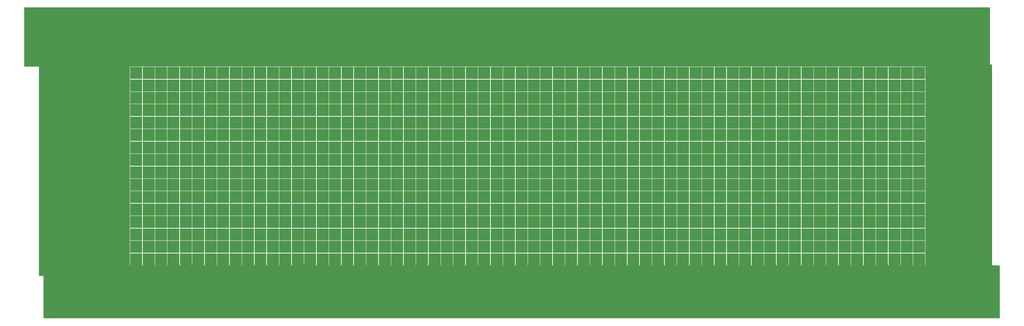
<source format=gts>
G04 #@! TF.GenerationSoftware,KiCad,Pcbnew,6.0.8+dfsg-1~bpo11+1*
G04 #@! TF.CreationDate,2023-05-30T17:00:38-04:00*
G04 #@! TF.ProjectId,10_padded_high_res_loose,31305f70-6164-4646-9564-5f686967685f,rev?*
G04 #@! TF.SameCoordinates,Original*
G04 #@! TF.FileFunction,Soldermask,Top*
G04 #@! TF.FilePolarity,Negative*
%FSLAX46Y46*%
G04 Gerber Fmt 4.6, Leading zero omitted, Abs format (unit mm)*
G04 Created by KiCad (PCBNEW 6.0.8+dfsg-1~bpo11+1) date 2023-05-30 17:00:38*
%MOMM*%
%LPD*%
G01*
G04 APERTURE LIST*
%ADD10C,0.150000*%
G04 APERTURE END LIST*
D10*
X270640000Y-56360000D02*
X254720000Y-56360000D01*
X254720000Y-56360000D02*
X254720000Y-105530000D01*
X254720000Y-105530000D02*
X270640000Y-105530000D01*
X270640000Y-105530000D02*
X270640000Y-56360000D01*
G36*
X270640000Y-56360000D02*
G01*
X254720000Y-56360000D01*
X254720000Y-105530000D01*
X270640000Y-105530000D01*
X270640000Y-56360000D01*
G37*
X40770000Y-107260000D02*
X62490000Y-107260000D01*
X62490000Y-107260000D02*
X62490000Y-56140000D01*
X62490000Y-56140000D02*
X40770000Y-56140000D01*
X40770000Y-56140000D02*
X40770000Y-107260000D01*
G36*
X40770000Y-107260000D02*
G01*
X62490000Y-107260000D01*
X62490000Y-56140000D01*
X40770000Y-56140000D01*
X40770000Y-107260000D01*
G37*
X272460000Y-117500000D02*
X41830000Y-117500000D01*
X41830000Y-117500000D02*
X41830000Y-104930000D01*
X41830000Y-104930000D02*
X272460000Y-104930000D01*
X272460000Y-104930000D02*
X272460000Y-117500000D01*
G36*
X272460000Y-117500000D02*
G01*
X41830000Y-117500000D01*
X41830000Y-104930000D01*
X272460000Y-104930000D01*
X272460000Y-117500000D01*
G37*
X37220000Y-42610000D02*
X270110000Y-42610000D01*
X270110000Y-42610000D02*
X270110000Y-56730000D01*
X270110000Y-56730000D02*
X37220000Y-56730000D01*
X37220000Y-56730000D02*
X37220000Y-42610000D01*
G36*
X37220000Y-42610000D02*
G01*
X270110000Y-42610000D01*
X270110000Y-56730000D01*
X37220000Y-56730000D01*
X37220000Y-42610000D01*
G37*
G36*
X137687000Y-83897000D02*
G01*
X140560000Y-83897000D01*
X140560000Y-86770000D01*
X137687000Y-86770000D01*
X137687000Y-83897000D01*
G37*
G36*
X206687000Y-59897000D02*
G01*
X209560000Y-59897000D01*
X209560000Y-62770000D01*
X206687000Y-62770000D01*
X206687000Y-59897000D01*
G37*
G36*
X116687000Y-59897000D02*
G01*
X119560000Y-59897000D01*
X119560000Y-62770000D01*
X116687000Y-62770000D01*
X116687000Y-59897000D01*
G37*
G36*
X86687000Y-77897000D02*
G01*
X89560000Y-77897000D01*
X89560000Y-80770000D01*
X86687000Y-80770000D01*
X86687000Y-77897000D01*
G37*
G36*
X152687000Y-95897000D02*
G01*
X155560000Y-95897000D01*
X155560000Y-98770000D01*
X152687000Y-98770000D01*
X152687000Y-95897000D01*
G37*
G36*
X149687000Y-68897000D02*
G01*
X152560000Y-68897000D01*
X152560000Y-71770000D01*
X149687000Y-71770000D01*
X149687000Y-68897000D01*
G37*
G36*
X218687000Y-56897000D02*
G01*
X221560000Y-56897000D01*
X221560000Y-59770000D01*
X218687000Y-59770000D01*
X218687000Y-56897000D01*
G37*
G36*
X110687000Y-86897000D02*
G01*
X113560000Y-86897000D01*
X113560000Y-89770000D01*
X110687000Y-89770000D01*
X110687000Y-86897000D01*
G37*
G36*
X101687000Y-95897000D02*
G01*
X104560000Y-95897000D01*
X104560000Y-98770000D01*
X101687000Y-98770000D01*
X101687000Y-95897000D01*
G37*
G36*
X245687000Y-101897000D02*
G01*
X248560000Y-101897000D01*
X248560000Y-104770000D01*
X245687000Y-104770000D01*
X245687000Y-101897000D01*
G37*
G36*
X173687000Y-71897000D02*
G01*
X176560000Y-71897000D01*
X176560000Y-74770000D01*
X173687000Y-74770000D01*
X173687000Y-71897000D01*
G37*
G36*
X239687000Y-62897000D02*
G01*
X242560000Y-62897000D01*
X242560000Y-65770000D01*
X239687000Y-65770000D01*
X239687000Y-62897000D01*
G37*
G36*
X179687000Y-83897000D02*
G01*
X182560000Y-83897000D01*
X182560000Y-86770000D01*
X179687000Y-86770000D01*
X179687000Y-83897000D01*
G37*
G36*
X86687000Y-92897000D02*
G01*
X89560000Y-92897000D01*
X89560000Y-95770000D01*
X86687000Y-95770000D01*
X86687000Y-92897000D01*
G37*
G36*
X224687000Y-98897000D02*
G01*
X227560000Y-98897000D01*
X227560000Y-101770000D01*
X224687000Y-101770000D01*
X224687000Y-98897000D01*
G37*
G36*
X134687000Y-89897000D02*
G01*
X137560000Y-89897000D01*
X137560000Y-92770000D01*
X134687000Y-92770000D01*
X134687000Y-89897000D01*
G37*
G36*
X245687000Y-86897000D02*
G01*
X248560000Y-86897000D01*
X248560000Y-89770000D01*
X245687000Y-89770000D01*
X245687000Y-86897000D01*
G37*
G36*
X239687000Y-71897000D02*
G01*
X242560000Y-71897000D01*
X242560000Y-74770000D01*
X239687000Y-74770000D01*
X239687000Y-71897000D01*
G37*
G36*
X236687000Y-83897000D02*
G01*
X239560000Y-83897000D01*
X239560000Y-86770000D01*
X236687000Y-86770000D01*
X236687000Y-83897000D01*
G37*
G36*
X62687000Y-95897000D02*
G01*
X65560000Y-95897000D01*
X65560000Y-98770000D01*
X62687000Y-98770000D01*
X62687000Y-95897000D01*
G37*
G36*
X173687000Y-83897000D02*
G01*
X176560000Y-83897000D01*
X176560000Y-86770000D01*
X173687000Y-86770000D01*
X173687000Y-83897000D01*
G37*
G36*
X173687000Y-59897000D02*
G01*
X176560000Y-59897000D01*
X176560000Y-62770000D01*
X173687000Y-62770000D01*
X173687000Y-59897000D01*
G37*
G36*
X245687000Y-65897000D02*
G01*
X248560000Y-65897000D01*
X248560000Y-68770000D01*
X245687000Y-68770000D01*
X245687000Y-65897000D01*
G37*
G36*
X155687000Y-83897000D02*
G01*
X158560000Y-83897000D01*
X158560000Y-86770000D01*
X155687000Y-86770000D01*
X155687000Y-83897000D01*
G37*
G36*
X95687000Y-95897000D02*
G01*
X98560000Y-95897000D01*
X98560000Y-98770000D01*
X95687000Y-98770000D01*
X95687000Y-95897000D01*
G37*
G36*
X209687000Y-62897000D02*
G01*
X212560000Y-62897000D01*
X212560000Y-65770000D01*
X209687000Y-65770000D01*
X209687000Y-62897000D01*
G37*
G36*
X224687000Y-56897000D02*
G01*
X227560000Y-56897000D01*
X227560000Y-59770000D01*
X224687000Y-59770000D01*
X224687000Y-56897000D01*
G37*
G36*
X233687000Y-92897000D02*
G01*
X236560000Y-92897000D01*
X236560000Y-95770000D01*
X233687000Y-95770000D01*
X233687000Y-92897000D01*
G37*
G36*
X200687000Y-68897000D02*
G01*
X203560000Y-68897000D01*
X203560000Y-71770000D01*
X200687000Y-71770000D01*
X200687000Y-68897000D01*
G37*
G36*
X161687000Y-65897000D02*
G01*
X164560000Y-65897000D01*
X164560000Y-68770000D01*
X161687000Y-68770000D01*
X161687000Y-65897000D01*
G37*
G36*
X77687000Y-95897000D02*
G01*
X80560000Y-95897000D01*
X80560000Y-98770000D01*
X77687000Y-98770000D01*
X77687000Y-95897000D01*
G37*
G36*
X101687000Y-86897000D02*
G01*
X104560000Y-86897000D01*
X104560000Y-89770000D01*
X101687000Y-89770000D01*
X101687000Y-86897000D01*
G37*
G36*
X248687000Y-98897000D02*
G01*
X251560000Y-98897000D01*
X251560000Y-101770000D01*
X248687000Y-101770000D01*
X248687000Y-98897000D01*
G37*
G36*
X236687000Y-65897000D02*
G01*
X239560000Y-65897000D01*
X239560000Y-68770000D01*
X236687000Y-68770000D01*
X236687000Y-65897000D01*
G37*
G36*
X170687000Y-98897000D02*
G01*
X173560000Y-98897000D01*
X173560000Y-101770000D01*
X170687000Y-101770000D01*
X170687000Y-98897000D01*
G37*
G36*
X218687000Y-83897000D02*
G01*
X221560000Y-83897000D01*
X221560000Y-86770000D01*
X218687000Y-86770000D01*
X218687000Y-83897000D01*
G37*
G36*
X122687000Y-83897000D02*
G01*
X125560000Y-83897000D01*
X125560000Y-86770000D01*
X122687000Y-86770000D01*
X122687000Y-83897000D01*
G37*
G36*
X182687000Y-89897000D02*
G01*
X185560000Y-89897000D01*
X185560000Y-92770000D01*
X182687000Y-92770000D01*
X182687000Y-89897000D01*
G37*
G36*
X182687000Y-74897000D02*
G01*
X185560000Y-74897000D01*
X185560000Y-77770000D01*
X182687000Y-77770000D01*
X182687000Y-74897000D01*
G37*
G36*
X251687000Y-71897000D02*
G01*
X254560000Y-71897000D01*
X254560000Y-74770000D01*
X251687000Y-74770000D01*
X251687000Y-71897000D01*
G37*
G36*
X194687000Y-65897000D02*
G01*
X197560000Y-65897000D01*
X197560000Y-68770000D01*
X194687000Y-68770000D01*
X194687000Y-65897000D01*
G37*
G36*
X137687000Y-68897000D02*
G01*
X140560000Y-68897000D01*
X140560000Y-71770000D01*
X137687000Y-71770000D01*
X137687000Y-68897000D01*
G37*
G36*
X125687000Y-74897000D02*
G01*
X128560000Y-74897000D01*
X128560000Y-77770000D01*
X125687000Y-77770000D01*
X125687000Y-74897000D01*
G37*
G36*
X209687000Y-56897000D02*
G01*
X212560000Y-56897000D01*
X212560000Y-59770000D01*
X209687000Y-59770000D01*
X209687000Y-56897000D01*
G37*
G36*
X95687000Y-83897000D02*
G01*
X98560000Y-83897000D01*
X98560000Y-86770000D01*
X95687000Y-86770000D01*
X95687000Y-83897000D01*
G37*
G36*
X71687000Y-92897000D02*
G01*
X74560000Y-92897000D01*
X74560000Y-95770000D01*
X71687000Y-95770000D01*
X71687000Y-92897000D01*
G37*
G36*
X242687000Y-80897000D02*
G01*
X245560000Y-80897000D01*
X245560000Y-83770000D01*
X242687000Y-83770000D01*
X242687000Y-80897000D01*
G37*
G36*
X200687000Y-92897000D02*
G01*
X203560000Y-92897000D01*
X203560000Y-95770000D01*
X200687000Y-95770000D01*
X200687000Y-92897000D01*
G37*
G36*
X248687000Y-92897000D02*
G01*
X251560000Y-92897000D01*
X251560000Y-95770000D01*
X248687000Y-95770000D01*
X248687000Y-92897000D01*
G37*
G36*
X68687000Y-59897000D02*
G01*
X71560000Y-59897000D01*
X71560000Y-62770000D01*
X68687000Y-62770000D01*
X68687000Y-59897000D01*
G37*
G36*
X77687000Y-80897000D02*
G01*
X80560000Y-80897000D01*
X80560000Y-83770000D01*
X77687000Y-83770000D01*
X77687000Y-80897000D01*
G37*
G36*
X125687000Y-68897000D02*
G01*
X128560000Y-68897000D01*
X128560000Y-71770000D01*
X125687000Y-71770000D01*
X125687000Y-68897000D01*
G37*
G36*
X200687000Y-65897000D02*
G01*
X203560000Y-65897000D01*
X203560000Y-68770000D01*
X200687000Y-68770000D01*
X200687000Y-65897000D01*
G37*
G36*
X167687000Y-83897000D02*
G01*
X170560000Y-83897000D01*
X170560000Y-86770000D01*
X167687000Y-86770000D01*
X167687000Y-83897000D01*
G37*
G36*
X200687000Y-83897000D02*
G01*
X203560000Y-83897000D01*
X203560000Y-86770000D01*
X200687000Y-86770000D01*
X200687000Y-83897000D01*
G37*
G36*
X143687000Y-59897000D02*
G01*
X146560000Y-59897000D01*
X146560000Y-62770000D01*
X143687000Y-62770000D01*
X143687000Y-59897000D01*
G37*
G36*
X173687000Y-65897000D02*
G01*
X176560000Y-65897000D01*
X176560000Y-68770000D01*
X173687000Y-68770000D01*
X173687000Y-65897000D01*
G37*
G36*
X251687000Y-86897000D02*
G01*
X254560000Y-86897000D01*
X254560000Y-89770000D01*
X251687000Y-89770000D01*
X251687000Y-86897000D01*
G37*
G36*
X98687000Y-80897000D02*
G01*
X101560000Y-80897000D01*
X101560000Y-83770000D01*
X98687000Y-83770000D01*
X98687000Y-80897000D01*
G37*
G36*
X227687000Y-89897000D02*
G01*
X230560000Y-89897000D01*
X230560000Y-92770000D01*
X227687000Y-92770000D01*
X227687000Y-89897000D01*
G37*
G36*
X191687000Y-86897000D02*
G01*
X194560000Y-86897000D01*
X194560000Y-89770000D01*
X191687000Y-89770000D01*
X191687000Y-86897000D01*
G37*
G36*
X164687000Y-68897000D02*
G01*
X167560000Y-68897000D01*
X167560000Y-71770000D01*
X164687000Y-71770000D01*
X164687000Y-68897000D01*
G37*
G36*
X131687000Y-98897000D02*
G01*
X134560000Y-98897000D01*
X134560000Y-101770000D01*
X131687000Y-101770000D01*
X131687000Y-98897000D01*
G37*
G36*
X227687000Y-83897000D02*
G01*
X230560000Y-83897000D01*
X230560000Y-86770000D01*
X227687000Y-86770000D01*
X227687000Y-83897000D01*
G37*
G36*
X95687000Y-59897000D02*
G01*
X98560000Y-59897000D01*
X98560000Y-62770000D01*
X95687000Y-62770000D01*
X95687000Y-59897000D01*
G37*
G36*
X104687000Y-83897000D02*
G01*
X107560000Y-83897000D01*
X107560000Y-86770000D01*
X104687000Y-86770000D01*
X104687000Y-83897000D01*
G37*
G36*
X116687000Y-74897000D02*
G01*
X119560000Y-74897000D01*
X119560000Y-77770000D01*
X116687000Y-77770000D01*
X116687000Y-74897000D01*
G37*
G36*
X188687000Y-95897000D02*
G01*
X191560000Y-95897000D01*
X191560000Y-98770000D01*
X188687000Y-98770000D01*
X188687000Y-95897000D01*
G37*
G36*
X218687000Y-98897000D02*
G01*
X221560000Y-98897000D01*
X221560000Y-101770000D01*
X218687000Y-101770000D01*
X218687000Y-98897000D01*
G37*
G36*
X182687000Y-101897000D02*
G01*
X185560000Y-101897000D01*
X185560000Y-104770000D01*
X182687000Y-104770000D01*
X182687000Y-101897000D01*
G37*
G36*
X110687000Y-92897000D02*
G01*
X113560000Y-92897000D01*
X113560000Y-95770000D01*
X110687000Y-95770000D01*
X110687000Y-92897000D01*
G37*
G36*
X134687000Y-68897000D02*
G01*
X137560000Y-68897000D01*
X137560000Y-71770000D01*
X134687000Y-71770000D01*
X134687000Y-68897000D01*
G37*
G36*
X125687000Y-95897000D02*
G01*
X128560000Y-95897000D01*
X128560000Y-98770000D01*
X125687000Y-98770000D01*
X125687000Y-95897000D01*
G37*
G36*
X194687000Y-77897000D02*
G01*
X197560000Y-77897000D01*
X197560000Y-80770000D01*
X194687000Y-80770000D01*
X194687000Y-77897000D01*
G37*
G36*
X128687000Y-86897000D02*
G01*
X131560000Y-86897000D01*
X131560000Y-89770000D01*
X128687000Y-89770000D01*
X128687000Y-86897000D01*
G37*
G36*
X77687000Y-65897000D02*
G01*
X80560000Y-65897000D01*
X80560000Y-68770000D01*
X77687000Y-68770000D01*
X77687000Y-65897000D01*
G37*
G36*
X80687000Y-56897000D02*
G01*
X83560000Y-56897000D01*
X83560000Y-59770000D01*
X80687000Y-59770000D01*
X80687000Y-56897000D01*
G37*
G36*
X236687000Y-86897000D02*
G01*
X239560000Y-86897000D01*
X239560000Y-89770000D01*
X236687000Y-89770000D01*
X236687000Y-86897000D01*
G37*
G36*
X80687000Y-77897000D02*
G01*
X83560000Y-77897000D01*
X83560000Y-80770000D01*
X80687000Y-80770000D01*
X80687000Y-77897000D01*
G37*
G36*
X173687000Y-92897000D02*
G01*
X176560000Y-92897000D01*
X176560000Y-95770000D01*
X173687000Y-95770000D01*
X173687000Y-92897000D01*
G37*
G36*
X77687000Y-59897000D02*
G01*
X80560000Y-59897000D01*
X80560000Y-62770000D01*
X77687000Y-62770000D01*
X77687000Y-59897000D01*
G37*
G36*
X140687000Y-101897000D02*
G01*
X143560000Y-101897000D01*
X143560000Y-104770000D01*
X140687000Y-104770000D01*
X140687000Y-101897000D01*
G37*
G36*
X209687000Y-77897000D02*
G01*
X212560000Y-77897000D01*
X212560000Y-80770000D01*
X209687000Y-80770000D01*
X209687000Y-77897000D01*
G37*
G36*
X242687000Y-65897000D02*
G01*
X245560000Y-65897000D01*
X245560000Y-68770000D01*
X242687000Y-68770000D01*
X242687000Y-65897000D01*
G37*
G36*
X230687000Y-65897000D02*
G01*
X233560000Y-65897000D01*
X233560000Y-68770000D01*
X230687000Y-68770000D01*
X230687000Y-65897000D01*
G37*
G36*
X68687000Y-80897000D02*
G01*
X71560000Y-80897000D01*
X71560000Y-83770000D01*
X68687000Y-83770000D01*
X68687000Y-80897000D01*
G37*
G36*
X140687000Y-92897000D02*
G01*
X143560000Y-92897000D01*
X143560000Y-95770000D01*
X140687000Y-95770000D01*
X140687000Y-92897000D01*
G37*
G36*
X185687000Y-71897000D02*
G01*
X188560000Y-71897000D01*
X188560000Y-74770000D01*
X185687000Y-74770000D01*
X185687000Y-71897000D01*
G37*
G36*
X197687000Y-83897000D02*
G01*
X200560000Y-83897000D01*
X200560000Y-86770000D01*
X197687000Y-86770000D01*
X197687000Y-83897000D01*
G37*
G36*
X104687000Y-77897000D02*
G01*
X107560000Y-77897000D01*
X107560000Y-80770000D01*
X104687000Y-80770000D01*
X104687000Y-77897000D01*
G37*
G36*
X167687000Y-71897000D02*
G01*
X170560000Y-71897000D01*
X170560000Y-74770000D01*
X167687000Y-74770000D01*
X167687000Y-71897000D01*
G37*
G36*
X176687000Y-77897000D02*
G01*
X179560000Y-77897000D01*
X179560000Y-80770000D01*
X176687000Y-80770000D01*
X176687000Y-77897000D01*
G37*
G36*
X212687000Y-98897000D02*
G01*
X215560000Y-98897000D01*
X215560000Y-101770000D01*
X212687000Y-101770000D01*
X212687000Y-98897000D01*
G37*
G36*
X137687000Y-56897000D02*
G01*
X140560000Y-56897000D01*
X140560000Y-59770000D01*
X137687000Y-59770000D01*
X137687000Y-56897000D01*
G37*
G36*
X101687000Y-98897000D02*
G01*
X104560000Y-98897000D01*
X104560000Y-101770000D01*
X101687000Y-101770000D01*
X101687000Y-98897000D01*
G37*
G36*
X200687000Y-101897000D02*
G01*
X203560000Y-101897000D01*
X203560000Y-104770000D01*
X200687000Y-104770000D01*
X200687000Y-101897000D01*
G37*
G36*
X89687000Y-62897000D02*
G01*
X92560000Y-62897000D01*
X92560000Y-65770000D01*
X89687000Y-65770000D01*
X89687000Y-62897000D01*
G37*
G36*
X227687000Y-86897000D02*
G01*
X230560000Y-86897000D01*
X230560000Y-89770000D01*
X227687000Y-89770000D01*
X227687000Y-86897000D01*
G37*
G36*
X173687000Y-68897000D02*
G01*
X176560000Y-68897000D01*
X176560000Y-71770000D01*
X173687000Y-71770000D01*
X173687000Y-68897000D01*
G37*
G36*
X161687000Y-89897000D02*
G01*
X164560000Y-89897000D01*
X164560000Y-92770000D01*
X161687000Y-92770000D01*
X161687000Y-89897000D01*
G37*
G36*
X212687000Y-101897000D02*
G01*
X215560000Y-101897000D01*
X215560000Y-104770000D01*
X212687000Y-104770000D01*
X212687000Y-101897000D01*
G37*
G36*
X89687000Y-86897000D02*
G01*
X92560000Y-86897000D01*
X92560000Y-89770000D01*
X89687000Y-89770000D01*
X89687000Y-86897000D01*
G37*
G36*
X239687000Y-65897000D02*
G01*
X242560000Y-65897000D01*
X242560000Y-68770000D01*
X239687000Y-68770000D01*
X239687000Y-65897000D01*
G37*
G36*
X128687000Y-77897000D02*
G01*
X131560000Y-77897000D01*
X131560000Y-80770000D01*
X128687000Y-80770000D01*
X128687000Y-77897000D01*
G37*
G36*
X140687000Y-77897000D02*
G01*
X143560000Y-77897000D01*
X143560000Y-80770000D01*
X140687000Y-80770000D01*
X140687000Y-77897000D01*
G37*
G36*
X227687000Y-68897000D02*
G01*
X230560000Y-68897000D01*
X230560000Y-71770000D01*
X227687000Y-71770000D01*
X227687000Y-68897000D01*
G37*
G36*
X89687000Y-77897000D02*
G01*
X92560000Y-77897000D01*
X92560000Y-80770000D01*
X89687000Y-80770000D01*
X89687000Y-77897000D01*
G37*
G36*
X89687000Y-101897000D02*
G01*
X92560000Y-101897000D01*
X92560000Y-104770000D01*
X89687000Y-104770000D01*
X89687000Y-101897000D01*
G37*
G36*
X146687000Y-62897000D02*
G01*
X149560000Y-62897000D01*
X149560000Y-65770000D01*
X146687000Y-65770000D01*
X146687000Y-62897000D01*
G37*
G36*
X146687000Y-65897000D02*
G01*
X149560000Y-65897000D01*
X149560000Y-68770000D01*
X146687000Y-68770000D01*
X146687000Y-65897000D01*
G37*
G36*
X224687000Y-65897000D02*
G01*
X227560000Y-65897000D01*
X227560000Y-68770000D01*
X224687000Y-68770000D01*
X224687000Y-65897000D01*
G37*
G36*
X194687000Y-59897000D02*
G01*
X197560000Y-59897000D01*
X197560000Y-62770000D01*
X194687000Y-62770000D01*
X194687000Y-59897000D01*
G37*
G36*
X197687000Y-89897000D02*
G01*
X200560000Y-89897000D01*
X200560000Y-92770000D01*
X197687000Y-92770000D01*
X197687000Y-89897000D01*
G37*
G36*
X215687000Y-62897000D02*
G01*
X218560000Y-62897000D01*
X218560000Y-65770000D01*
X215687000Y-65770000D01*
X215687000Y-62897000D01*
G37*
G36*
X92687000Y-62897000D02*
G01*
X95560000Y-62897000D01*
X95560000Y-65770000D01*
X92687000Y-65770000D01*
X92687000Y-62897000D01*
G37*
G36*
X77687000Y-71897000D02*
G01*
X80560000Y-71897000D01*
X80560000Y-74770000D01*
X77687000Y-74770000D01*
X77687000Y-71897000D01*
G37*
G36*
X92687000Y-86897000D02*
G01*
X95560000Y-86897000D01*
X95560000Y-89770000D01*
X92687000Y-89770000D01*
X92687000Y-86897000D01*
G37*
G36*
X182687000Y-92897000D02*
G01*
X185560000Y-92897000D01*
X185560000Y-95770000D01*
X182687000Y-95770000D01*
X182687000Y-92897000D01*
G37*
G36*
X239687000Y-59897000D02*
G01*
X242560000Y-59897000D01*
X242560000Y-62770000D01*
X239687000Y-62770000D01*
X239687000Y-59897000D01*
G37*
G36*
X215687000Y-77897000D02*
G01*
X218560000Y-77897000D01*
X218560000Y-80770000D01*
X215687000Y-80770000D01*
X215687000Y-77897000D01*
G37*
G36*
X152687000Y-80897000D02*
G01*
X155560000Y-80897000D01*
X155560000Y-83770000D01*
X152687000Y-83770000D01*
X152687000Y-80897000D01*
G37*
G36*
X77687000Y-62897000D02*
G01*
X80560000Y-62897000D01*
X80560000Y-65770000D01*
X77687000Y-65770000D01*
X77687000Y-62897000D01*
G37*
G36*
X200687000Y-62897000D02*
G01*
X203560000Y-62897000D01*
X203560000Y-65770000D01*
X200687000Y-65770000D01*
X200687000Y-62897000D01*
G37*
G36*
X104687000Y-59897000D02*
G01*
X107560000Y-59897000D01*
X107560000Y-62770000D01*
X104687000Y-62770000D01*
X104687000Y-59897000D01*
G37*
G36*
X176687000Y-98897000D02*
G01*
X179560000Y-98897000D01*
X179560000Y-101770000D01*
X176687000Y-101770000D01*
X176687000Y-98897000D01*
G37*
G36*
X203687000Y-95897000D02*
G01*
X206560000Y-95897000D01*
X206560000Y-98770000D01*
X203687000Y-98770000D01*
X203687000Y-95897000D01*
G37*
G36*
X122687000Y-62897000D02*
G01*
X125560000Y-62897000D01*
X125560000Y-65770000D01*
X122687000Y-65770000D01*
X122687000Y-62897000D01*
G37*
G36*
X224687000Y-68897000D02*
G01*
X227560000Y-68897000D01*
X227560000Y-71770000D01*
X224687000Y-71770000D01*
X224687000Y-68897000D01*
G37*
G36*
X248687000Y-86897000D02*
G01*
X251560000Y-86897000D01*
X251560000Y-89770000D01*
X248687000Y-89770000D01*
X248687000Y-86897000D01*
G37*
G36*
X125687000Y-56897000D02*
G01*
X128560000Y-56897000D01*
X128560000Y-59770000D01*
X125687000Y-59770000D01*
X125687000Y-56897000D01*
G37*
G36*
X248687000Y-62897000D02*
G01*
X251560000Y-62897000D01*
X251560000Y-65770000D01*
X248687000Y-65770000D01*
X248687000Y-62897000D01*
G37*
G36*
X194687000Y-83897000D02*
G01*
X197560000Y-83897000D01*
X197560000Y-86770000D01*
X194687000Y-86770000D01*
X194687000Y-83897000D01*
G37*
G36*
X128687000Y-56897000D02*
G01*
X131560000Y-56897000D01*
X131560000Y-59770000D01*
X128687000Y-59770000D01*
X128687000Y-56897000D01*
G37*
G36*
X161687000Y-77897000D02*
G01*
X164560000Y-77897000D01*
X164560000Y-80770000D01*
X161687000Y-80770000D01*
X161687000Y-77897000D01*
G37*
G36*
X248687000Y-65897000D02*
G01*
X251560000Y-65897000D01*
X251560000Y-68770000D01*
X248687000Y-68770000D01*
X248687000Y-65897000D01*
G37*
G36*
X218687000Y-65897000D02*
G01*
X221560000Y-65897000D01*
X221560000Y-68770000D01*
X218687000Y-68770000D01*
X218687000Y-65897000D01*
G37*
G36*
X179687000Y-89897000D02*
G01*
X182560000Y-89897000D01*
X182560000Y-92770000D01*
X179687000Y-92770000D01*
X179687000Y-89897000D01*
G37*
G36*
X113687000Y-89897000D02*
G01*
X116560000Y-89897000D01*
X116560000Y-92770000D01*
X113687000Y-92770000D01*
X113687000Y-89897000D01*
G37*
G36*
X125687000Y-83897000D02*
G01*
X128560000Y-83897000D01*
X128560000Y-86770000D01*
X125687000Y-86770000D01*
X125687000Y-83897000D01*
G37*
G36*
X143687000Y-74897000D02*
G01*
X146560000Y-74897000D01*
X146560000Y-77770000D01*
X143687000Y-77770000D01*
X143687000Y-74897000D01*
G37*
G36*
X122687000Y-98897000D02*
G01*
X125560000Y-98897000D01*
X125560000Y-101770000D01*
X122687000Y-101770000D01*
X122687000Y-98897000D01*
G37*
G36*
X203687000Y-62897000D02*
G01*
X206560000Y-62897000D01*
X206560000Y-65770000D01*
X203687000Y-65770000D01*
X203687000Y-62897000D01*
G37*
G36*
X188687000Y-83897000D02*
G01*
X191560000Y-83897000D01*
X191560000Y-86770000D01*
X188687000Y-86770000D01*
X188687000Y-83897000D01*
G37*
G36*
X185687000Y-98897000D02*
G01*
X188560000Y-98897000D01*
X188560000Y-101770000D01*
X185687000Y-101770000D01*
X185687000Y-98897000D01*
G37*
G36*
X245687000Y-68897000D02*
G01*
X248560000Y-68897000D01*
X248560000Y-71770000D01*
X245687000Y-71770000D01*
X245687000Y-68897000D01*
G37*
G36*
X218687000Y-77897000D02*
G01*
X221560000Y-77897000D01*
X221560000Y-80770000D01*
X218687000Y-80770000D01*
X218687000Y-77897000D01*
G37*
G36*
X113687000Y-101897000D02*
G01*
X116560000Y-101897000D01*
X116560000Y-104770000D01*
X113687000Y-104770000D01*
X113687000Y-101897000D01*
G37*
G36*
X182687000Y-56897000D02*
G01*
X185560000Y-56897000D01*
X185560000Y-59770000D01*
X182687000Y-59770000D01*
X182687000Y-56897000D01*
G37*
G36*
X179687000Y-86897000D02*
G01*
X182560000Y-86897000D01*
X182560000Y-89770000D01*
X179687000Y-89770000D01*
X179687000Y-86897000D01*
G37*
G36*
X86687000Y-56897000D02*
G01*
X89560000Y-56897000D01*
X89560000Y-59770000D01*
X86687000Y-59770000D01*
X86687000Y-56897000D01*
G37*
G36*
X203687000Y-98897000D02*
G01*
X206560000Y-98897000D01*
X206560000Y-101770000D01*
X203687000Y-101770000D01*
X203687000Y-98897000D01*
G37*
G36*
X218687000Y-101897000D02*
G01*
X221560000Y-101897000D01*
X221560000Y-104770000D01*
X218687000Y-104770000D01*
X218687000Y-101897000D01*
G37*
G36*
X188687000Y-65897000D02*
G01*
X191560000Y-65897000D01*
X191560000Y-68770000D01*
X188687000Y-68770000D01*
X188687000Y-65897000D01*
G37*
G36*
X110687000Y-68897000D02*
G01*
X113560000Y-68897000D01*
X113560000Y-71770000D01*
X110687000Y-71770000D01*
X110687000Y-68897000D01*
G37*
G36*
X146687000Y-59897000D02*
G01*
X149560000Y-59897000D01*
X149560000Y-62770000D01*
X146687000Y-62770000D01*
X146687000Y-59897000D01*
G37*
G36*
X185687000Y-65897000D02*
G01*
X188560000Y-65897000D01*
X188560000Y-68770000D01*
X185687000Y-68770000D01*
X185687000Y-65897000D01*
G37*
G36*
X98687000Y-71897000D02*
G01*
X101560000Y-71897000D01*
X101560000Y-74770000D01*
X98687000Y-74770000D01*
X98687000Y-71897000D01*
G37*
G36*
X83687000Y-98897000D02*
G01*
X86560000Y-98897000D01*
X86560000Y-101770000D01*
X83687000Y-101770000D01*
X83687000Y-98897000D01*
G37*
G36*
X167687000Y-59897000D02*
G01*
X170560000Y-59897000D01*
X170560000Y-62770000D01*
X167687000Y-62770000D01*
X167687000Y-59897000D01*
G37*
G36*
X197687000Y-98897000D02*
G01*
X200560000Y-98897000D01*
X200560000Y-101770000D01*
X197687000Y-101770000D01*
X197687000Y-98897000D01*
G37*
G36*
X215687000Y-101897000D02*
G01*
X218560000Y-101897000D01*
X218560000Y-104770000D01*
X215687000Y-104770000D01*
X215687000Y-101897000D01*
G37*
G36*
X188687000Y-56897000D02*
G01*
X191560000Y-56897000D01*
X191560000Y-59770000D01*
X188687000Y-59770000D01*
X188687000Y-56897000D01*
G37*
G36*
X74687000Y-86897000D02*
G01*
X77560000Y-86897000D01*
X77560000Y-89770000D01*
X74687000Y-89770000D01*
X74687000Y-86897000D01*
G37*
G36*
X194687000Y-101897000D02*
G01*
X197560000Y-101897000D01*
X197560000Y-104770000D01*
X194687000Y-104770000D01*
X194687000Y-101897000D01*
G37*
G36*
X149687000Y-92897000D02*
G01*
X152560000Y-92897000D01*
X152560000Y-95770000D01*
X149687000Y-95770000D01*
X149687000Y-92897000D01*
G37*
G36*
X203687000Y-59897000D02*
G01*
X206560000Y-59897000D01*
X206560000Y-62770000D01*
X203687000Y-62770000D01*
X203687000Y-59897000D01*
G37*
G36*
X146687000Y-83897000D02*
G01*
X149560000Y-83897000D01*
X149560000Y-86770000D01*
X146687000Y-86770000D01*
X146687000Y-83897000D01*
G37*
G36*
X122687000Y-68897000D02*
G01*
X125560000Y-68897000D01*
X125560000Y-71770000D01*
X122687000Y-71770000D01*
X122687000Y-68897000D01*
G37*
G36*
X140687000Y-59897000D02*
G01*
X143560000Y-59897000D01*
X143560000Y-62770000D01*
X140687000Y-62770000D01*
X140687000Y-59897000D01*
G37*
G36*
X143687000Y-92897000D02*
G01*
X146560000Y-92897000D01*
X146560000Y-95770000D01*
X143687000Y-95770000D01*
X143687000Y-92897000D01*
G37*
G36*
X92687000Y-77897000D02*
G01*
X95560000Y-77897000D01*
X95560000Y-80770000D01*
X92687000Y-80770000D01*
X92687000Y-77897000D01*
G37*
G36*
X74687000Y-65897000D02*
G01*
X77560000Y-65897000D01*
X77560000Y-68770000D01*
X74687000Y-68770000D01*
X74687000Y-65897000D01*
G37*
G36*
X203687000Y-83897000D02*
G01*
X206560000Y-83897000D01*
X206560000Y-86770000D01*
X203687000Y-86770000D01*
X203687000Y-83897000D01*
G37*
G36*
X215687000Y-65897000D02*
G01*
X218560000Y-65897000D01*
X218560000Y-68770000D01*
X215687000Y-68770000D01*
X215687000Y-65897000D01*
G37*
G36*
X218687000Y-59897000D02*
G01*
X221560000Y-59897000D01*
X221560000Y-62770000D01*
X218687000Y-62770000D01*
X218687000Y-59897000D01*
G37*
G36*
X191687000Y-80897000D02*
G01*
X194560000Y-80897000D01*
X194560000Y-83770000D01*
X191687000Y-83770000D01*
X191687000Y-80897000D01*
G37*
G36*
X68687000Y-77897000D02*
G01*
X71560000Y-77897000D01*
X71560000Y-80770000D01*
X68687000Y-80770000D01*
X68687000Y-77897000D01*
G37*
G36*
X62687000Y-62897000D02*
G01*
X65560000Y-62897000D01*
X65560000Y-65770000D01*
X62687000Y-65770000D01*
X62687000Y-62897000D01*
G37*
G36*
X176687000Y-56897000D02*
G01*
X179560000Y-56897000D01*
X179560000Y-59770000D01*
X176687000Y-59770000D01*
X176687000Y-56897000D01*
G37*
G36*
X101687000Y-89897000D02*
G01*
X104560000Y-89897000D01*
X104560000Y-92770000D01*
X101687000Y-92770000D01*
X101687000Y-89897000D01*
G37*
G36*
X80687000Y-101897000D02*
G01*
X83560000Y-101897000D01*
X83560000Y-104770000D01*
X80687000Y-104770000D01*
X80687000Y-101897000D01*
G37*
G36*
X95687000Y-68897000D02*
G01*
X98560000Y-68897000D01*
X98560000Y-71770000D01*
X95687000Y-71770000D01*
X95687000Y-68897000D01*
G37*
G36*
X83687000Y-56897000D02*
G01*
X86560000Y-56897000D01*
X86560000Y-59770000D01*
X83687000Y-59770000D01*
X83687000Y-56897000D01*
G37*
G36*
X200687000Y-98897000D02*
G01*
X203560000Y-98897000D01*
X203560000Y-101770000D01*
X200687000Y-101770000D01*
X200687000Y-98897000D01*
G37*
G36*
X212687000Y-89897000D02*
G01*
X215560000Y-89897000D01*
X215560000Y-92770000D01*
X212687000Y-92770000D01*
X212687000Y-89897000D01*
G37*
G36*
X221687000Y-65897000D02*
G01*
X224560000Y-65897000D01*
X224560000Y-68770000D01*
X221687000Y-68770000D01*
X221687000Y-65897000D01*
G37*
G36*
X152687000Y-98897000D02*
G01*
X155560000Y-98897000D01*
X155560000Y-101770000D01*
X152687000Y-101770000D01*
X152687000Y-98897000D01*
G37*
G36*
X152687000Y-59897000D02*
G01*
X155560000Y-59897000D01*
X155560000Y-62770000D01*
X152687000Y-62770000D01*
X152687000Y-59897000D01*
G37*
G36*
X233687000Y-101897000D02*
G01*
X236560000Y-101897000D01*
X236560000Y-104770000D01*
X233687000Y-104770000D01*
X233687000Y-101897000D01*
G37*
G36*
X209687000Y-86897000D02*
G01*
X212560000Y-86897000D01*
X212560000Y-89770000D01*
X209687000Y-89770000D01*
X209687000Y-86897000D01*
G37*
G36*
X167687000Y-62897000D02*
G01*
X170560000Y-62897000D01*
X170560000Y-65770000D01*
X167687000Y-65770000D01*
X167687000Y-62897000D01*
G37*
G36*
X224687000Y-92897000D02*
G01*
X227560000Y-92897000D01*
X227560000Y-95770000D01*
X224687000Y-95770000D01*
X224687000Y-92897000D01*
G37*
G36*
X248687000Y-101897000D02*
G01*
X251560000Y-101897000D01*
X251560000Y-104770000D01*
X248687000Y-104770000D01*
X248687000Y-101897000D01*
G37*
G36*
X92687000Y-95897000D02*
G01*
X95560000Y-95897000D01*
X95560000Y-98770000D01*
X92687000Y-98770000D01*
X92687000Y-95897000D01*
G37*
G36*
X104687000Y-101897000D02*
G01*
X107560000Y-101897000D01*
X107560000Y-104770000D01*
X104687000Y-104770000D01*
X104687000Y-101897000D01*
G37*
G36*
X206687000Y-71897000D02*
G01*
X209560000Y-71897000D01*
X209560000Y-74770000D01*
X206687000Y-74770000D01*
X206687000Y-71897000D01*
G37*
G36*
X122687000Y-71897000D02*
G01*
X125560000Y-71897000D01*
X125560000Y-74770000D01*
X122687000Y-74770000D01*
X122687000Y-71897000D01*
G37*
G36*
X62687000Y-56897000D02*
G01*
X65560000Y-56897000D01*
X65560000Y-59770000D01*
X62687000Y-59770000D01*
X62687000Y-56897000D01*
G37*
G36*
X212687000Y-56897000D02*
G01*
X215560000Y-56897000D01*
X215560000Y-59770000D01*
X212687000Y-59770000D01*
X212687000Y-56897000D01*
G37*
G36*
X188687000Y-98897000D02*
G01*
X191560000Y-98897000D01*
X191560000Y-101770000D01*
X188687000Y-101770000D01*
X188687000Y-98897000D01*
G37*
G36*
X245687000Y-77897000D02*
G01*
X248560000Y-77897000D01*
X248560000Y-80770000D01*
X245687000Y-80770000D01*
X245687000Y-77897000D01*
G37*
G36*
X128687000Y-101897000D02*
G01*
X131560000Y-101897000D01*
X131560000Y-104770000D01*
X128687000Y-104770000D01*
X128687000Y-101897000D01*
G37*
G36*
X119687000Y-83897000D02*
G01*
X122560000Y-83897000D01*
X122560000Y-86770000D01*
X119687000Y-86770000D01*
X119687000Y-83897000D01*
G37*
G36*
X191687000Y-62897000D02*
G01*
X194560000Y-62897000D01*
X194560000Y-65770000D01*
X191687000Y-65770000D01*
X191687000Y-62897000D01*
G37*
G36*
X158687000Y-62897000D02*
G01*
X161560000Y-62897000D01*
X161560000Y-65770000D01*
X158687000Y-65770000D01*
X158687000Y-62897000D01*
G37*
G36*
X161687000Y-92897000D02*
G01*
X164560000Y-92897000D01*
X164560000Y-95770000D01*
X161687000Y-95770000D01*
X161687000Y-92897000D01*
G37*
G36*
X212687000Y-68897000D02*
G01*
X215560000Y-68897000D01*
X215560000Y-71770000D01*
X212687000Y-71770000D01*
X212687000Y-68897000D01*
G37*
G36*
X92687000Y-71897000D02*
G01*
X95560000Y-71897000D01*
X95560000Y-74770000D01*
X92687000Y-74770000D01*
X92687000Y-71897000D01*
G37*
G36*
X92687000Y-74897000D02*
G01*
X95560000Y-74897000D01*
X95560000Y-77770000D01*
X92687000Y-77770000D01*
X92687000Y-74897000D01*
G37*
G36*
X95687000Y-86897000D02*
G01*
X98560000Y-86897000D01*
X98560000Y-89770000D01*
X95687000Y-89770000D01*
X95687000Y-86897000D01*
G37*
G36*
X128687000Y-71897000D02*
G01*
X131560000Y-71897000D01*
X131560000Y-74770000D01*
X128687000Y-74770000D01*
X128687000Y-71897000D01*
G37*
G36*
X71687000Y-56897000D02*
G01*
X74560000Y-56897000D01*
X74560000Y-59770000D01*
X71687000Y-59770000D01*
X71687000Y-56897000D01*
G37*
G36*
X68687000Y-86897000D02*
G01*
X71560000Y-86897000D01*
X71560000Y-89770000D01*
X68687000Y-89770000D01*
X68687000Y-86897000D01*
G37*
G36*
X95687000Y-56897000D02*
G01*
X98560000Y-56897000D01*
X98560000Y-59770000D01*
X95687000Y-59770000D01*
X95687000Y-56897000D01*
G37*
G36*
X83687000Y-65897000D02*
G01*
X86560000Y-65897000D01*
X86560000Y-68770000D01*
X83687000Y-68770000D01*
X83687000Y-65897000D01*
G37*
G36*
X176687000Y-59897000D02*
G01*
X179560000Y-59897000D01*
X179560000Y-62770000D01*
X176687000Y-62770000D01*
X176687000Y-59897000D01*
G37*
G36*
X110687000Y-101897000D02*
G01*
X113560000Y-101897000D01*
X113560000Y-104770000D01*
X110687000Y-104770000D01*
X110687000Y-101897000D01*
G37*
G36*
X158687000Y-86897000D02*
G01*
X161560000Y-86897000D01*
X161560000Y-89770000D01*
X158687000Y-89770000D01*
X158687000Y-86897000D01*
G37*
G36*
X98687000Y-95897000D02*
G01*
X101560000Y-95897000D01*
X101560000Y-98770000D01*
X98687000Y-98770000D01*
X98687000Y-95897000D01*
G37*
G36*
X74687000Y-68897000D02*
G01*
X77560000Y-68897000D01*
X77560000Y-71770000D01*
X74687000Y-71770000D01*
X74687000Y-68897000D01*
G37*
G36*
X155687000Y-98897000D02*
G01*
X158560000Y-98897000D01*
X158560000Y-101770000D01*
X155687000Y-101770000D01*
X155687000Y-98897000D01*
G37*
G36*
X113687000Y-86897000D02*
G01*
X116560000Y-86897000D01*
X116560000Y-89770000D01*
X113687000Y-89770000D01*
X113687000Y-86897000D01*
G37*
G36*
X113687000Y-65897000D02*
G01*
X116560000Y-65897000D01*
X116560000Y-68770000D01*
X113687000Y-68770000D01*
X113687000Y-65897000D01*
G37*
G36*
X239687000Y-83897000D02*
G01*
X242560000Y-83897000D01*
X242560000Y-86770000D01*
X239687000Y-86770000D01*
X239687000Y-83897000D01*
G37*
G36*
X62687000Y-59897000D02*
G01*
X65560000Y-59897000D01*
X65560000Y-62770000D01*
X62687000Y-62770000D01*
X62687000Y-59897000D01*
G37*
G36*
X212687000Y-62897000D02*
G01*
X215560000Y-62897000D01*
X215560000Y-65770000D01*
X212687000Y-65770000D01*
X212687000Y-62897000D01*
G37*
G36*
X152687000Y-65897000D02*
G01*
X155560000Y-65897000D01*
X155560000Y-68770000D01*
X152687000Y-68770000D01*
X152687000Y-65897000D01*
G37*
G36*
X185687000Y-95897000D02*
G01*
X188560000Y-95897000D01*
X188560000Y-98770000D01*
X185687000Y-98770000D01*
X185687000Y-95897000D01*
G37*
G36*
X77687000Y-74897000D02*
G01*
X80560000Y-74897000D01*
X80560000Y-77770000D01*
X77687000Y-77770000D01*
X77687000Y-74897000D01*
G37*
G36*
X164687000Y-89897000D02*
G01*
X167560000Y-89897000D01*
X167560000Y-92770000D01*
X164687000Y-92770000D01*
X164687000Y-89897000D01*
G37*
G36*
X200687000Y-77897000D02*
G01*
X203560000Y-77897000D01*
X203560000Y-80770000D01*
X200687000Y-80770000D01*
X200687000Y-77897000D01*
G37*
G36*
X104687000Y-80897000D02*
G01*
X107560000Y-80897000D01*
X107560000Y-83770000D01*
X104687000Y-83770000D01*
X104687000Y-80897000D01*
G37*
G36*
X242687000Y-89897000D02*
G01*
X245560000Y-89897000D01*
X245560000Y-92770000D01*
X242687000Y-92770000D01*
X242687000Y-89897000D01*
G37*
G36*
X218687000Y-68897000D02*
G01*
X221560000Y-68897000D01*
X221560000Y-71770000D01*
X218687000Y-71770000D01*
X218687000Y-68897000D01*
G37*
G36*
X83687000Y-77897000D02*
G01*
X86560000Y-77897000D01*
X86560000Y-80770000D01*
X83687000Y-80770000D01*
X83687000Y-77897000D01*
G37*
G36*
X182687000Y-62897000D02*
G01*
X185560000Y-62897000D01*
X185560000Y-65770000D01*
X182687000Y-65770000D01*
X182687000Y-62897000D01*
G37*
G36*
X215687000Y-83897000D02*
G01*
X218560000Y-83897000D01*
X218560000Y-86770000D01*
X215687000Y-86770000D01*
X215687000Y-83897000D01*
G37*
G36*
X68687000Y-83897000D02*
G01*
X71560000Y-83897000D01*
X71560000Y-86770000D01*
X68687000Y-86770000D01*
X68687000Y-83897000D01*
G37*
G36*
X101687000Y-74897000D02*
G01*
X104560000Y-74897000D01*
X104560000Y-77770000D01*
X101687000Y-77770000D01*
X101687000Y-74897000D01*
G37*
G36*
X116687000Y-77897000D02*
G01*
X119560000Y-77897000D01*
X119560000Y-80770000D01*
X116687000Y-80770000D01*
X116687000Y-77897000D01*
G37*
G36*
X116687000Y-68897000D02*
G01*
X119560000Y-68897000D01*
X119560000Y-71770000D01*
X116687000Y-71770000D01*
X116687000Y-68897000D01*
G37*
G36*
X128687000Y-80897000D02*
G01*
X131560000Y-80897000D01*
X131560000Y-83770000D01*
X128687000Y-83770000D01*
X128687000Y-80897000D01*
G37*
G36*
X140687000Y-71897000D02*
G01*
X143560000Y-71897000D01*
X143560000Y-74770000D01*
X140687000Y-74770000D01*
X140687000Y-71897000D01*
G37*
G36*
X218687000Y-74897000D02*
G01*
X221560000Y-74897000D01*
X221560000Y-77770000D01*
X218687000Y-77770000D01*
X218687000Y-74897000D01*
G37*
G36*
X233687000Y-83897000D02*
G01*
X236560000Y-83897000D01*
X236560000Y-86770000D01*
X233687000Y-86770000D01*
X233687000Y-83897000D01*
G37*
G36*
X230687000Y-86897000D02*
G01*
X233560000Y-86897000D01*
X233560000Y-89770000D01*
X230687000Y-89770000D01*
X230687000Y-86897000D01*
G37*
G36*
X146687000Y-101897000D02*
G01*
X149560000Y-101897000D01*
X149560000Y-104770000D01*
X146687000Y-104770000D01*
X146687000Y-101897000D01*
G37*
G36*
X155687000Y-80897000D02*
G01*
X158560000Y-80897000D01*
X158560000Y-83770000D01*
X155687000Y-83770000D01*
X155687000Y-80897000D01*
G37*
G36*
X107687000Y-83897000D02*
G01*
X110560000Y-83897000D01*
X110560000Y-86770000D01*
X107687000Y-86770000D01*
X107687000Y-83897000D01*
G37*
G36*
X134687000Y-92897000D02*
G01*
X137560000Y-92897000D01*
X137560000Y-95770000D01*
X134687000Y-95770000D01*
X134687000Y-92897000D01*
G37*
G36*
X188687000Y-80897000D02*
G01*
X191560000Y-80897000D01*
X191560000Y-83770000D01*
X188687000Y-83770000D01*
X188687000Y-80897000D01*
G37*
G36*
X164687000Y-95897000D02*
G01*
X167560000Y-95897000D01*
X167560000Y-98770000D01*
X164687000Y-98770000D01*
X164687000Y-95897000D01*
G37*
G36*
X161687000Y-68897000D02*
G01*
X164560000Y-68897000D01*
X164560000Y-71770000D01*
X161687000Y-71770000D01*
X161687000Y-68897000D01*
G37*
G36*
X137687000Y-98897000D02*
G01*
X140560000Y-98897000D01*
X140560000Y-101770000D01*
X137687000Y-101770000D01*
X137687000Y-98897000D01*
G37*
G36*
X65687000Y-86897000D02*
G01*
X68560000Y-86897000D01*
X68560000Y-89770000D01*
X65687000Y-89770000D01*
X65687000Y-86897000D01*
G37*
G36*
X143687000Y-62897000D02*
G01*
X146560000Y-62897000D01*
X146560000Y-65770000D01*
X143687000Y-65770000D01*
X143687000Y-62897000D01*
G37*
G36*
X236687000Y-98897000D02*
G01*
X239560000Y-98897000D01*
X239560000Y-101770000D01*
X236687000Y-101770000D01*
X236687000Y-98897000D01*
G37*
G36*
X158687000Y-80897000D02*
G01*
X161560000Y-80897000D01*
X161560000Y-83770000D01*
X158687000Y-83770000D01*
X158687000Y-80897000D01*
G37*
G36*
X89687000Y-89897000D02*
G01*
X92560000Y-89897000D01*
X92560000Y-92770000D01*
X89687000Y-92770000D01*
X89687000Y-89897000D01*
G37*
G36*
X185687000Y-80897000D02*
G01*
X188560000Y-80897000D01*
X188560000Y-83770000D01*
X185687000Y-83770000D01*
X185687000Y-80897000D01*
G37*
G36*
X86687000Y-89897000D02*
G01*
X89560000Y-89897000D01*
X89560000Y-92770000D01*
X86687000Y-92770000D01*
X86687000Y-89897000D01*
G37*
G36*
X191687000Y-59897000D02*
G01*
X194560000Y-59897000D01*
X194560000Y-62770000D01*
X191687000Y-62770000D01*
X191687000Y-59897000D01*
G37*
G36*
X104687000Y-98897000D02*
G01*
X107560000Y-98897000D01*
X107560000Y-101770000D01*
X104687000Y-101770000D01*
X104687000Y-98897000D01*
G37*
G36*
X62687000Y-65897000D02*
G01*
X65560000Y-65897000D01*
X65560000Y-68770000D01*
X62687000Y-68770000D01*
X62687000Y-65897000D01*
G37*
G36*
X227687000Y-56897000D02*
G01*
X230560000Y-56897000D01*
X230560000Y-59770000D01*
X227687000Y-59770000D01*
X227687000Y-56897000D01*
G37*
G36*
X95687000Y-74897000D02*
G01*
X98560000Y-74897000D01*
X98560000Y-77770000D01*
X95687000Y-77770000D01*
X95687000Y-74897000D01*
G37*
G36*
X104687000Y-74897000D02*
G01*
X107560000Y-74897000D01*
X107560000Y-77770000D01*
X104687000Y-77770000D01*
X104687000Y-74897000D01*
G37*
G36*
X143687000Y-86897000D02*
G01*
X146560000Y-86897000D01*
X146560000Y-89770000D01*
X143687000Y-89770000D01*
X143687000Y-86897000D01*
G37*
G36*
X233687000Y-56897000D02*
G01*
X236560000Y-56897000D01*
X236560000Y-59770000D01*
X233687000Y-59770000D01*
X233687000Y-56897000D01*
G37*
G36*
X110687000Y-59897000D02*
G01*
X113560000Y-59897000D01*
X113560000Y-62770000D01*
X110687000Y-62770000D01*
X110687000Y-59897000D01*
G37*
G36*
X242687000Y-68897000D02*
G01*
X245560000Y-68897000D01*
X245560000Y-71770000D01*
X242687000Y-71770000D01*
X242687000Y-68897000D01*
G37*
G36*
X227687000Y-65897000D02*
G01*
X230560000Y-65897000D01*
X230560000Y-68770000D01*
X227687000Y-68770000D01*
X227687000Y-65897000D01*
G37*
G36*
X200687000Y-74897000D02*
G01*
X203560000Y-74897000D01*
X203560000Y-77770000D01*
X200687000Y-77770000D01*
X200687000Y-74897000D01*
G37*
G36*
X182687000Y-80897000D02*
G01*
X185560000Y-80897000D01*
X185560000Y-83770000D01*
X182687000Y-83770000D01*
X182687000Y-80897000D01*
G37*
G36*
X236687000Y-92897000D02*
G01*
X239560000Y-92897000D01*
X239560000Y-95770000D01*
X236687000Y-95770000D01*
X236687000Y-92897000D01*
G37*
G36*
X206687000Y-101897000D02*
G01*
X209560000Y-101897000D01*
X209560000Y-104770000D01*
X206687000Y-104770000D01*
X206687000Y-101897000D01*
G37*
G36*
X92687000Y-89897000D02*
G01*
X95560000Y-89897000D01*
X95560000Y-92770000D01*
X92687000Y-92770000D01*
X92687000Y-89897000D01*
G37*
G36*
X65687000Y-101897000D02*
G01*
X68560000Y-101897000D01*
X68560000Y-104770000D01*
X65687000Y-104770000D01*
X65687000Y-101897000D01*
G37*
G36*
X62687000Y-77897000D02*
G01*
X65560000Y-77897000D01*
X65560000Y-80770000D01*
X62687000Y-80770000D01*
X62687000Y-77897000D01*
G37*
G36*
X116687000Y-86897000D02*
G01*
X119560000Y-86897000D01*
X119560000Y-89770000D01*
X116687000Y-89770000D01*
X116687000Y-86897000D01*
G37*
G36*
X215687000Y-56897000D02*
G01*
X218560000Y-56897000D01*
X218560000Y-59770000D01*
X215687000Y-59770000D01*
X215687000Y-56897000D01*
G37*
G36*
X215687000Y-74897000D02*
G01*
X218560000Y-74897000D01*
X218560000Y-77770000D01*
X215687000Y-77770000D01*
X215687000Y-74897000D01*
G37*
G36*
X236687000Y-89897000D02*
G01*
X239560000Y-89897000D01*
X239560000Y-92770000D01*
X236687000Y-92770000D01*
X236687000Y-89897000D01*
G37*
G36*
X104687000Y-95897000D02*
G01*
X107560000Y-95897000D01*
X107560000Y-98770000D01*
X104687000Y-98770000D01*
X104687000Y-95897000D01*
G37*
G36*
X245687000Y-56897000D02*
G01*
X248560000Y-56897000D01*
X248560000Y-59770000D01*
X245687000Y-59770000D01*
X245687000Y-56897000D01*
G37*
G36*
X62687000Y-83897000D02*
G01*
X65560000Y-83897000D01*
X65560000Y-86770000D01*
X62687000Y-86770000D01*
X62687000Y-83897000D01*
G37*
G36*
X122687000Y-65897000D02*
G01*
X125560000Y-65897000D01*
X125560000Y-68770000D01*
X122687000Y-68770000D01*
X122687000Y-65897000D01*
G37*
G36*
X239687000Y-68897000D02*
G01*
X242560000Y-68897000D01*
X242560000Y-71770000D01*
X239687000Y-71770000D01*
X239687000Y-68897000D01*
G37*
G36*
X92687000Y-98897000D02*
G01*
X95560000Y-98897000D01*
X95560000Y-101770000D01*
X92687000Y-101770000D01*
X92687000Y-98897000D01*
G37*
G36*
X206687000Y-80897000D02*
G01*
X209560000Y-80897000D01*
X209560000Y-83770000D01*
X206687000Y-83770000D01*
X206687000Y-80897000D01*
G37*
G36*
X233687000Y-95897000D02*
G01*
X236560000Y-95897000D01*
X236560000Y-98770000D01*
X233687000Y-98770000D01*
X233687000Y-95897000D01*
G37*
G36*
X242687000Y-98897000D02*
G01*
X245560000Y-98897000D01*
X245560000Y-101770000D01*
X242687000Y-101770000D01*
X242687000Y-98897000D01*
G37*
G36*
X86687000Y-86897000D02*
G01*
X89560000Y-86897000D01*
X89560000Y-89770000D01*
X86687000Y-89770000D01*
X86687000Y-86897000D01*
G37*
G36*
X149687000Y-89897000D02*
G01*
X152560000Y-89897000D01*
X152560000Y-92770000D01*
X149687000Y-92770000D01*
X149687000Y-89897000D01*
G37*
G36*
X80687000Y-71897000D02*
G01*
X83560000Y-71897000D01*
X83560000Y-74770000D01*
X80687000Y-74770000D01*
X80687000Y-71897000D01*
G37*
G36*
X194687000Y-56897000D02*
G01*
X197560000Y-56897000D01*
X197560000Y-59770000D01*
X194687000Y-59770000D01*
X194687000Y-56897000D01*
G37*
G36*
X221687000Y-86897000D02*
G01*
X224560000Y-86897000D01*
X224560000Y-89770000D01*
X221687000Y-89770000D01*
X221687000Y-86897000D01*
G37*
G36*
X113687000Y-59897000D02*
G01*
X116560000Y-59897000D01*
X116560000Y-62770000D01*
X113687000Y-62770000D01*
X113687000Y-59897000D01*
G37*
G36*
X248687000Y-89897000D02*
G01*
X251560000Y-89897000D01*
X251560000Y-92770000D01*
X248687000Y-92770000D01*
X248687000Y-89897000D01*
G37*
G36*
X236687000Y-68897000D02*
G01*
X239560000Y-68897000D01*
X239560000Y-71770000D01*
X236687000Y-71770000D01*
X236687000Y-68897000D01*
G37*
G36*
X110687000Y-95897000D02*
G01*
X113560000Y-95897000D01*
X113560000Y-98770000D01*
X110687000Y-98770000D01*
X110687000Y-95897000D01*
G37*
G36*
X65687000Y-77897000D02*
G01*
X68560000Y-77897000D01*
X68560000Y-80770000D01*
X65687000Y-80770000D01*
X65687000Y-77897000D01*
G37*
G36*
X230687000Y-92897000D02*
G01*
X233560000Y-92897000D01*
X233560000Y-95770000D01*
X230687000Y-95770000D01*
X230687000Y-92897000D01*
G37*
G36*
X65687000Y-62897000D02*
G01*
X68560000Y-62897000D01*
X68560000Y-65770000D01*
X65687000Y-65770000D01*
X65687000Y-62897000D01*
G37*
G36*
X215687000Y-98897000D02*
G01*
X218560000Y-98897000D01*
X218560000Y-101770000D01*
X215687000Y-101770000D01*
X215687000Y-98897000D01*
G37*
G36*
X122687000Y-77897000D02*
G01*
X125560000Y-77897000D01*
X125560000Y-80770000D01*
X122687000Y-80770000D01*
X122687000Y-77897000D01*
G37*
G36*
X134687000Y-80897000D02*
G01*
X137560000Y-80897000D01*
X137560000Y-83770000D01*
X134687000Y-83770000D01*
X134687000Y-80897000D01*
G37*
G36*
X221687000Y-89897000D02*
G01*
X224560000Y-89897000D01*
X224560000Y-92770000D01*
X221687000Y-92770000D01*
X221687000Y-89897000D01*
G37*
G36*
X116687000Y-83897000D02*
G01*
X119560000Y-83897000D01*
X119560000Y-86770000D01*
X116687000Y-86770000D01*
X116687000Y-83897000D01*
G37*
G36*
X179687000Y-80897000D02*
G01*
X182560000Y-80897000D01*
X182560000Y-83770000D01*
X179687000Y-83770000D01*
X179687000Y-80897000D01*
G37*
G36*
X194687000Y-71897000D02*
G01*
X197560000Y-71897000D01*
X197560000Y-74770000D01*
X194687000Y-74770000D01*
X194687000Y-71897000D01*
G37*
G36*
X242687000Y-86897000D02*
G01*
X245560000Y-86897000D01*
X245560000Y-89770000D01*
X242687000Y-89770000D01*
X242687000Y-86897000D01*
G37*
G36*
X116687000Y-65897000D02*
G01*
X119560000Y-65897000D01*
X119560000Y-68770000D01*
X116687000Y-68770000D01*
X116687000Y-65897000D01*
G37*
G36*
X101687000Y-101897000D02*
G01*
X104560000Y-101897000D01*
X104560000Y-104770000D01*
X101687000Y-104770000D01*
X101687000Y-101897000D01*
G37*
G36*
X200687000Y-59897000D02*
G01*
X203560000Y-59897000D01*
X203560000Y-62770000D01*
X200687000Y-62770000D01*
X200687000Y-59897000D01*
G37*
G36*
X173687000Y-101897000D02*
G01*
X176560000Y-101897000D01*
X176560000Y-104770000D01*
X173687000Y-104770000D01*
X173687000Y-101897000D01*
G37*
G36*
X65687000Y-68897000D02*
G01*
X68560000Y-68897000D01*
X68560000Y-71770000D01*
X65687000Y-71770000D01*
X65687000Y-68897000D01*
G37*
G36*
X191687000Y-98897000D02*
G01*
X194560000Y-98897000D01*
X194560000Y-101770000D01*
X191687000Y-101770000D01*
X191687000Y-98897000D01*
G37*
G36*
X182687000Y-77897000D02*
G01*
X185560000Y-77897000D01*
X185560000Y-80770000D01*
X182687000Y-80770000D01*
X182687000Y-77897000D01*
G37*
G36*
X245687000Y-71897000D02*
G01*
X248560000Y-71897000D01*
X248560000Y-74770000D01*
X245687000Y-74770000D01*
X245687000Y-71897000D01*
G37*
G36*
X74687000Y-56897000D02*
G01*
X77560000Y-56897000D01*
X77560000Y-59770000D01*
X74687000Y-59770000D01*
X74687000Y-56897000D01*
G37*
G36*
X119687000Y-92897000D02*
G01*
X122560000Y-92897000D01*
X122560000Y-95770000D01*
X119687000Y-95770000D01*
X119687000Y-92897000D01*
G37*
G36*
X152687000Y-86897000D02*
G01*
X155560000Y-86897000D01*
X155560000Y-89770000D01*
X152687000Y-89770000D01*
X152687000Y-86897000D01*
G37*
G36*
X62687000Y-86897000D02*
G01*
X65560000Y-86897000D01*
X65560000Y-89770000D01*
X62687000Y-89770000D01*
X62687000Y-86897000D01*
G37*
G36*
X71687000Y-101897000D02*
G01*
X74560000Y-101897000D01*
X74560000Y-104770000D01*
X71687000Y-104770000D01*
X71687000Y-101897000D01*
G37*
G36*
X191687000Y-77897000D02*
G01*
X194560000Y-77897000D01*
X194560000Y-80770000D01*
X191687000Y-80770000D01*
X191687000Y-77897000D01*
G37*
G36*
X203687000Y-74897000D02*
G01*
X206560000Y-74897000D01*
X206560000Y-77770000D01*
X203687000Y-77770000D01*
X203687000Y-74897000D01*
G37*
G36*
X161687000Y-86897000D02*
G01*
X164560000Y-86897000D01*
X164560000Y-89770000D01*
X161687000Y-89770000D01*
X161687000Y-86897000D01*
G37*
G36*
X248687000Y-80897000D02*
G01*
X251560000Y-80897000D01*
X251560000Y-83770000D01*
X248687000Y-83770000D01*
X248687000Y-80897000D01*
G37*
G36*
X89687000Y-71897000D02*
G01*
X92560000Y-71897000D01*
X92560000Y-74770000D01*
X89687000Y-74770000D01*
X89687000Y-71897000D01*
G37*
G36*
X98687000Y-65897000D02*
G01*
X101560000Y-65897000D01*
X101560000Y-68770000D01*
X98687000Y-68770000D01*
X98687000Y-65897000D01*
G37*
G36*
X203687000Y-92897000D02*
G01*
X206560000Y-92897000D01*
X206560000Y-95770000D01*
X203687000Y-95770000D01*
X203687000Y-92897000D01*
G37*
G36*
X131687000Y-74897000D02*
G01*
X134560000Y-74897000D01*
X134560000Y-77770000D01*
X131687000Y-77770000D01*
X131687000Y-74897000D01*
G37*
G36*
X83687000Y-89897000D02*
G01*
X86560000Y-89897000D01*
X86560000Y-92770000D01*
X83687000Y-92770000D01*
X83687000Y-89897000D01*
G37*
G36*
X98687000Y-56897000D02*
G01*
X101560000Y-56897000D01*
X101560000Y-59770000D01*
X98687000Y-59770000D01*
X98687000Y-56897000D01*
G37*
G36*
X86687000Y-62897000D02*
G01*
X89560000Y-62897000D01*
X89560000Y-65770000D01*
X86687000Y-65770000D01*
X86687000Y-62897000D01*
G37*
G36*
X230687000Y-59897000D02*
G01*
X233560000Y-59897000D01*
X233560000Y-62770000D01*
X230687000Y-62770000D01*
X230687000Y-59897000D01*
G37*
G36*
X197687000Y-62897000D02*
G01*
X200560000Y-62897000D01*
X200560000Y-65770000D01*
X197687000Y-65770000D01*
X197687000Y-62897000D01*
G37*
G36*
X194687000Y-98897000D02*
G01*
X197560000Y-98897000D01*
X197560000Y-101770000D01*
X194687000Y-101770000D01*
X194687000Y-98897000D01*
G37*
G36*
X224687000Y-59897000D02*
G01*
X227560000Y-59897000D01*
X227560000Y-62770000D01*
X224687000Y-62770000D01*
X224687000Y-59897000D01*
G37*
G36*
X206687000Y-83897000D02*
G01*
X209560000Y-83897000D01*
X209560000Y-86770000D01*
X206687000Y-86770000D01*
X206687000Y-83897000D01*
G37*
G36*
X245687000Y-74897000D02*
G01*
X248560000Y-74897000D01*
X248560000Y-77770000D01*
X245687000Y-77770000D01*
X245687000Y-74897000D01*
G37*
G36*
X170687000Y-86897000D02*
G01*
X173560000Y-86897000D01*
X173560000Y-89770000D01*
X170687000Y-89770000D01*
X170687000Y-86897000D01*
G37*
G36*
X98687000Y-101897000D02*
G01*
X101560000Y-101897000D01*
X101560000Y-104770000D01*
X98687000Y-104770000D01*
X98687000Y-101897000D01*
G37*
G36*
X137687000Y-89897000D02*
G01*
X140560000Y-89897000D01*
X140560000Y-92770000D01*
X137687000Y-92770000D01*
X137687000Y-89897000D01*
G37*
G36*
X230687000Y-89897000D02*
G01*
X233560000Y-89897000D01*
X233560000Y-92770000D01*
X230687000Y-92770000D01*
X230687000Y-89897000D01*
G37*
G36*
X143687000Y-80897000D02*
G01*
X146560000Y-80897000D01*
X146560000Y-83770000D01*
X143687000Y-83770000D01*
X143687000Y-80897000D01*
G37*
G36*
X185687000Y-77897000D02*
G01*
X188560000Y-77897000D01*
X188560000Y-80770000D01*
X185687000Y-80770000D01*
X185687000Y-77897000D01*
G37*
G36*
X80687000Y-98897000D02*
G01*
X83560000Y-98897000D01*
X83560000Y-101770000D01*
X80687000Y-101770000D01*
X80687000Y-98897000D01*
G37*
G36*
X188687000Y-92897000D02*
G01*
X191560000Y-92897000D01*
X191560000Y-95770000D01*
X188687000Y-95770000D01*
X188687000Y-92897000D01*
G37*
G36*
X239687000Y-77897000D02*
G01*
X242560000Y-77897000D01*
X242560000Y-80770000D01*
X239687000Y-80770000D01*
X239687000Y-77897000D01*
G37*
G36*
X242687000Y-92897000D02*
G01*
X245560000Y-92897000D01*
X245560000Y-95770000D01*
X242687000Y-95770000D01*
X242687000Y-92897000D01*
G37*
G36*
X164687000Y-59897000D02*
G01*
X167560000Y-59897000D01*
X167560000Y-62770000D01*
X164687000Y-62770000D01*
X164687000Y-59897000D01*
G37*
G36*
X155687000Y-65897000D02*
G01*
X158560000Y-65897000D01*
X158560000Y-68770000D01*
X155687000Y-68770000D01*
X155687000Y-65897000D01*
G37*
G36*
X92687000Y-68897000D02*
G01*
X95560000Y-68897000D01*
X95560000Y-71770000D01*
X92687000Y-71770000D01*
X92687000Y-68897000D01*
G37*
G36*
X251687000Y-74897000D02*
G01*
X254560000Y-74897000D01*
X254560000Y-77770000D01*
X251687000Y-77770000D01*
X251687000Y-74897000D01*
G37*
G36*
X146687000Y-89897000D02*
G01*
X149560000Y-89897000D01*
X149560000Y-92770000D01*
X146687000Y-92770000D01*
X146687000Y-89897000D01*
G37*
G36*
X185687000Y-86897000D02*
G01*
X188560000Y-86897000D01*
X188560000Y-89770000D01*
X185687000Y-89770000D01*
X185687000Y-86897000D01*
G37*
G36*
X134687000Y-62897000D02*
G01*
X137560000Y-62897000D01*
X137560000Y-65770000D01*
X134687000Y-65770000D01*
X134687000Y-62897000D01*
G37*
G36*
X233687000Y-98897000D02*
G01*
X236560000Y-98897000D01*
X236560000Y-101770000D01*
X233687000Y-101770000D01*
X233687000Y-98897000D01*
G37*
G36*
X173687000Y-77897000D02*
G01*
X176560000Y-77897000D01*
X176560000Y-80770000D01*
X173687000Y-80770000D01*
X173687000Y-77897000D01*
G37*
G36*
X68687000Y-68897000D02*
G01*
X71560000Y-68897000D01*
X71560000Y-71770000D01*
X68687000Y-71770000D01*
X68687000Y-68897000D01*
G37*
G36*
X155687000Y-86897000D02*
G01*
X158560000Y-86897000D01*
X158560000Y-89770000D01*
X155687000Y-89770000D01*
X155687000Y-86897000D01*
G37*
G36*
X197687000Y-77897000D02*
G01*
X200560000Y-77897000D01*
X200560000Y-80770000D01*
X197687000Y-80770000D01*
X197687000Y-77897000D01*
G37*
G36*
X140687000Y-68897000D02*
G01*
X143560000Y-68897000D01*
X143560000Y-71770000D01*
X140687000Y-71770000D01*
X140687000Y-68897000D01*
G37*
G36*
X143687000Y-56897000D02*
G01*
X146560000Y-56897000D01*
X146560000Y-59770000D01*
X143687000Y-59770000D01*
X143687000Y-56897000D01*
G37*
G36*
X230687000Y-74897000D02*
G01*
X233560000Y-74897000D01*
X233560000Y-77770000D01*
X230687000Y-77770000D01*
X230687000Y-74897000D01*
G37*
G36*
X242687000Y-95897000D02*
G01*
X245560000Y-95897000D01*
X245560000Y-98770000D01*
X242687000Y-98770000D01*
X242687000Y-95897000D01*
G37*
G36*
X242687000Y-83897000D02*
G01*
X245560000Y-83897000D01*
X245560000Y-86770000D01*
X242687000Y-86770000D01*
X242687000Y-83897000D01*
G37*
G36*
X128687000Y-62897000D02*
G01*
X131560000Y-62897000D01*
X131560000Y-65770000D01*
X128687000Y-65770000D01*
X128687000Y-62897000D01*
G37*
G36*
X170687000Y-65897000D02*
G01*
X173560000Y-65897000D01*
X173560000Y-68770000D01*
X170687000Y-68770000D01*
X170687000Y-65897000D01*
G37*
G36*
X167687000Y-68897000D02*
G01*
X170560000Y-68897000D01*
X170560000Y-71770000D01*
X167687000Y-71770000D01*
X167687000Y-68897000D01*
G37*
G36*
X83687000Y-80897000D02*
G01*
X86560000Y-80897000D01*
X86560000Y-83770000D01*
X83687000Y-83770000D01*
X83687000Y-80897000D01*
G37*
G36*
X176687000Y-71897000D02*
G01*
X179560000Y-71897000D01*
X179560000Y-74770000D01*
X176687000Y-74770000D01*
X176687000Y-71897000D01*
G37*
G36*
X173687000Y-56897000D02*
G01*
X176560000Y-56897000D01*
X176560000Y-59770000D01*
X173687000Y-59770000D01*
X173687000Y-56897000D01*
G37*
G36*
X251687000Y-62897000D02*
G01*
X254560000Y-62897000D01*
X254560000Y-65770000D01*
X251687000Y-65770000D01*
X251687000Y-62897000D01*
G37*
G36*
X86687000Y-80897000D02*
G01*
X89560000Y-80897000D01*
X89560000Y-83770000D01*
X86687000Y-83770000D01*
X86687000Y-80897000D01*
G37*
G36*
X140687000Y-95897000D02*
G01*
X143560000Y-95897000D01*
X143560000Y-98770000D01*
X140687000Y-98770000D01*
X140687000Y-95897000D01*
G37*
G36*
X155687000Y-59897000D02*
G01*
X158560000Y-59897000D01*
X158560000Y-62770000D01*
X155687000Y-62770000D01*
X155687000Y-59897000D01*
G37*
G36*
X176687000Y-86897000D02*
G01*
X179560000Y-86897000D01*
X179560000Y-89770000D01*
X176687000Y-89770000D01*
X176687000Y-86897000D01*
G37*
G36*
X149687000Y-80897000D02*
G01*
X152560000Y-80897000D01*
X152560000Y-83770000D01*
X149687000Y-83770000D01*
X149687000Y-80897000D01*
G37*
G36*
X164687000Y-74897000D02*
G01*
X167560000Y-74897000D01*
X167560000Y-77770000D01*
X164687000Y-77770000D01*
X164687000Y-74897000D01*
G37*
G36*
X137687000Y-92897000D02*
G01*
X140560000Y-92897000D01*
X140560000Y-95770000D01*
X137687000Y-95770000D01*
X137687000Y-92897000D01*
G37*
G36*
X83687000Y-83897000D02*
G01*
X86560000Y-83897000D01*
X86560000Y-86770000D01*
X83687000Y-86770000D01*
X83687000Y-83897000D01*
G37*
G36*
X239687000Y-101897000D02*
G01*
X242560000Y-101897000D01*
X242560000Y-104770000D01*
X239687000Y-104770000D01*
X239687000Y-101897000D01*
G37*
G36*
X167687000Y-65897000D02*
G01*
X170560000Y-65897000D01*
X170560000Y-68770000D01*
X167687000Y-68770000D01*
X167687000Y-65897000D01*
G37*
G36*
X170687000Y-62897000D02*
G01*
X173560000Y-62897000D01*
X173560000Y-65770000D01*
X170687000Y-65770000D01*
X170687000Y-62897000D01*
G37*
G36*
X71687000Y-77897000D02*
G01*
X74560000Y-77897000D01*
X74560000Y-80770000D01*
X71687000Y-80770000D01*
X71687000Y-77897000D01*
G37*
G36*
X95687000Y-71897000D02*
G01*
X98560000Y-71897000D01*
X98560000Y-74770000D01*
X95687000Y-74770000D01*
X95687000Y-71897000D01*
G37*
G36*
X227687000Y-80897000D02*
G01*
X230560000Y-80897000D01*
X230560000Y-83770000D01*
X227687000Y-83770000D01*
X227687000Y-80897000D01*
G37*
G36*
X131687000Y-92897000D02*
G01*
X134560000Y-92897000D01*
X134560000Y-95770000D01*
X131687000Y-95770000D01*
X131687000Y-92897000D01*
G37*
G36*
X155687000Y-95897000D02*
G01*
X158560000Y-95897000D01*
X158560000Y-98770000D01*
X155687000Y-98770000D01*
X155687000Y-95897000D01*
G37*
G36*
X68687000Y-95897000D02*
G01*
X71560000Y-95897000D01*
X71560000Y-98770000D01*
X68687000Y-98770000D01*
X68687000Y-95897000D01*
G37*
G36*
X98687000Y-89897000D02*
G01*
X101560000Y-89897000D01*
X101560000Y-92770000D01*
X98687000Y-92770000D01*
X98687000Y-89897000D01*
G37*
G36*
X68687000Y-92897000D02*
G01*
X71560000Y-92897000D01*
X71560000Y-95770000D01*
X68687000Y-95770000D01*
X68687000Y-92897000D01*
G37*
G36*
X188687000Y-77897000D02*
G01*
X191560000Y-77897000D01*
X191560000Y-80770000D01*
X188687000Y-80770000D01*
X188687000Y-77897000D01*
G37*
G36*
X167687000Y-89897000D02*
G01*
X170560000Y-89897000D01*
X170560000Y-92770000D01*
X167687000Y-92770000D01*
X167687000Y-89897000D01*
G37*
G36*
X179687000Y-95897000D02*
G01*
X182560000Y-95897000D01*
X182560000Y-98770000D01*
X179687000Y-98770000D01*
X179687000Y-95897000D01*
G37*
G36*
X68687000Y-74897000D02*
G01*
X71560000Y-74897000D01*
X71560000Y-77770000D01*
X68687000Y-77770000D01*
X68687000Y-74897000D01*
G37*
G36*
X62687000Y-92897000D02*
G01*
X65560000Y-92897000D01*
X65560000Y-95770000D01*
X62687000Y-95770000D01*
X62687000Y-92897000D01*
G37*
G36*
X170687000Y-74897000D02*
G01*
X173560000Y-74897000D01*
X173560000Y-77770000D01*
X170687000Y-77770000D01*
X170687000Y-74897000D01*
G37*
G36*
X179687000Y-65897000D02*
G01*
X182560000Y-65897000D01*
X182560000Y-68770000D01*
X179687000Y-68770000D01*
X179687000Y-65897000D01*
G37*
G36*
X77687000Y-89897000D02*
G01*
X80560000Y-89897000D01*
X80560000Y-92770000D01*
X77687000Y-92770000D01*
X77687000Y-89897000D01*
G37*
G36*
X113687000Y-68897000D02*
G01*
X116560000Y-68897000D01*
X116560000Y-71770000D01*
X113687000Y-71770000D01*
X113687000Y-68897000D01*
G37*
G36*
X224687000Y-71897000D02*
G01*
X227560000Y-71897000D01*
X227560000Y-74770000D01*
X224687000Y-74770000D01*
X224687000Y-71897000D01*
G37*
G36*
X137687000Y-59897000D02*
G01*
X140560000Y-59897000D01*
X140560000Y-62770000D01*
X137687000Y-62770000D01*
X137687000Y-59897000D01*
G37*
G36*
X251687000Y-65897000D02*
G01*
X254560000Y-65897000D01*
X254560000Y-68770000D01*
X251687000Y-68770000D01*
X251687000Y-65897000D01*
G37*
G36*
X113687000Y-80897000D02*
G01*
X116560000Y-80897000D01*
X116560000Y-83770000D01*
X113687000Y-83770000D01*
X113687000Y-80897000D01*
G37*
G36*
X236687000Y-59897000D02*
G01*
X239560000Y-59897000D01*
X239560000Y-62770000D01*
X236687000Y-62770000D01*
X236687000Y-59897000D01*
G37*
G36*
X176687000Y-95897000D02*
G01*
X179560000Y-95897000D01*
X179560000Y-98770000D01*
X176687000Y-98770000D01*
X176687000Y-95897000D01*
G37*
G36*
X218687000Y-95897000D02*
G01*
X221560000Y-95897000D01*
X221560000Y-98770000D01*
X218687000Y-98770000D01*
X218687000Y-95897000D01*
G37*
G36*
X98687000Y-92897000D02*
G01*
X101560000Y-92897000D01*
X101560000Y-95770000D01*
X98687000Y-95770000D01*
X98687000Y-92897000D01*
G37*
G36*
X173687000Y-80897000D02*
G01*
X176560000Y-80897000D01*
X176560000Y-83770000D01*
X173687000Y-83770000D01*
X173687000Y-80897000D01*
G37*
G36*
X221687000Y-80897000D02*
G01*
X224560000Y-80897000D01*
X224560000Y-83770000D01*
X221687000Y-83770000D01*
X221687000Y-80897000D01*
G37*
G36*
X122687000Y-101897000D02*
G01*
X125560000Y-101897000D01*
X125560000Y-104770000D01*
X122687000Y-104770000D01*
X122687000Y-101897000D01*
G37*
G36*
X128687000Y-95897000D02*
G01*
X131560000Y-95897000D01*
X131560000Y-98770000D01*
X128687000Y-98770000D01*
X128687000Y-95897000D01*
G37*
G36*
X104687000Y-56897000D02*
G01*
X107560000Y-56897000D01*
X107560000Y-59770000D01*
X104687000Y-59770000D01*
X104687000Y-56897000D01*
G37*
G36*
X251687000Y-80897000D02*
G01*
X254560000Y-80897000D01*
X254560000Y-83770000D01*
X251687000Y-83770000D01*
X251687000Y-80897000D01*
G37*
G36*
X107687000Y-92897000D02*
G01*
X110560000Y-92897000D01*
X110560000Y-95770000D01*
X107687000Y-95770000D01*
X107687000Y-92897000D01*
G37*
G36*
X182687000Y-95897000D02*
G01*
X185560000Y-95897000D01*
X185560000Y-98770000D01*
X182687000Y-98770000D01*
X182687000Y-95897000D01*
G37*
G36*
X149687000Y-74897000D02*
G01*
X152560000Y-74897000D01*
X152560000Y-77770000D01*
X149687000Y-77770000D01*
X149687000Y-74897000D01*
G37*
G36*
X161687000Y-56897000D02*
G01*
X164560000Y-56897000D01*
X164560000Y-59770000D01*
X161687000Y-59770000D01*
X161687000Y-56897000D01*
G37*
G36*
X68687000Y-89897000D02*
G01*
X71560000Y-89897000D01*
X71560000Y-92770000D01*
X68687000Y-92770000D01*
X68687000Y-89897000D01*
G37*
G36*
X71687000Y-89897000D02*
G01*
X74560000Y-89897000D01*
X74560000Y-92770000D01*
X71687000Y-92770000D01*
X71687000Y-89897000D01*
G37*
G36*
X197687000Y-71897000D02*
G01*
X200560000Y-71897000D01*
X200560000Y-74770000D01*
X197687000Y-74770000D01*
X197687000Y-71897000D01*
G37*
G36*
X104687000Y-62897000D02*
G01*
X107560000Y-62897000D01*
X107560000Y-65770000D01*
X104687000Y-65770000D01*
X104687000Y-62897000D01*
G37*
G36*
X83687000Y-71897000D02*
G01*
X86560000Y-71897000D01*
X86560000Y-74770000D01*
X83687000Y-74770000D01*
X83687000Y-71897000D01*
G37*
G36*
X215687000Y-95897000D02*
G01*
X218560000Y-95897000D01*
X218560000Y-98770000D01*
X215687000Y-98770000D01*
X215687000Y-95897000D01*
G37*
G36*
X248687000Y-68897000D02*
G01*
X251560000Y-68897000D01*
X251560000Y-71770000D01*
X248687000Y-71770000D01*
X248687000Y-68897000D01*
G37*
G36*
X179687000Y-98897000D02*
G01*
X182560000Y-98897000D01*
X182560000Y-101770000D01*
X179687000Y-101770000D01*
X179687000Y-98897000D01*
G37*
G36*
X119687000Y-89897000D02*
G01*
X122560000Y-89897000D01*
X122560000Y-92770000D01*
X119687000Y-92770000D01*
X119687000Y-89897000D01*
G37*
G36*
X140687000Y-83897000D02*
G01*
X143560000Y-83897000D01*
X143560000Y-86770000D01*
X140687000Y-86770000D01*
X140687000Y-83897000D01*
G37*
G36*
X116687000Y-62897000D02*
G01*
X119560000Y-62897000D01*
X119560000Y-65770000D01*
X116687000Y-65770000D01*
X116687000Y-62897000D01*
G37*
G36*
X89687000Y-83897000D02*
G01*
X92560000Y-83897000D01*
X92560000Y-86770000D01*
X89687000Y-86770000D01*
X89687000Y-83897000D01*
G37*
G36*
X161687000Y-74897000D02*
G01*
X164560000Y-74897000D01*
X164560000Y-77770000D01*
X161687000Y-77770000D01*
X161687000Y-74897000D01*
G37*
G36*
X113687000Y-71897000D02*
G01*
X116560000Y-71897000D01*
X116560000Y-74770000D01*
X113687000Y-74770000D01*
X113687000Y-71897000D01*
G37*
G36*
X158687000Y-101897000D02*
G01*
X161560000Y-101897000D01*
X161560000Y-104770000D01*
X158687000Y-104770000D01*
X158687000Y-101897000D01*
G37*
G36*
X83687000Y-74897000D02*
G01*
X86560000Y-74897000D01*
X86560000Y-77770000D01*
X83687000Y-77770000D01*
X83687000Y-74897000D01*
G37*
G36*
X65687000Y-92897000D02*
G01*
X68560000Y-92897000D01*
X68560000Y-95770000D01*
X65687000Y-95770000D01*
X65687000Y-92897000D01*
G37*
G36*
X206687000Y-65897000D02*
G01*
X209560000Y-65897000D01*
X209560000Y-68770000D01*
X206687000Y-68770000D01*
X206687000Y-65897000D01*
G37*
G36*
X188687000Y-59897000D02*
G01*
X191560000Y-59897000D01*
X191560000Y-62770000D01*
X188687000Y-62770000D01*
X188687000Y-59897000D01*
G37*
G36*
X104687000Y-71897000D02*
G01*
X107560000Y-71897000D01*
X107560000Y-74770000D01*
X104687000Y-74770000D01*
X104687000Y-71897000D01*
G37*
G36*
X170687000Y-71897000D02*
G01*
X173560000Y-71897000D01*
X173560000Y-74770000D01*
X170687000Y-74770000D01*
X170687000Y-71897000D01*
G37*
G36*
X65687000Y-65897000D02*
G01*
X68560000Y-65897000D01*
X68560000Y-68770000D01*
X65687000Y-68770000D01*
X65687000Y-65897000D01*
G37*
G36*
X251687000Y-56897000D02*
G01*
X254560000Y-56897000D01*
X254560000Y-59770000D01*
X251687000Y-59770000D01*
X251687000Y-56897000D01*
G37*
G36*
X146687000Y-80897000D02*
G01*
X149560000Y-80897000D01*
X149560000Y-83770000D01*
X146687000Y-83770000D01*
X146687000Y-80897000D01*
G37*
G36*
X65687000Y-80897000D02*
G01*
X68560000Y-80897000D01*
X68560000Y-83770000D01*
X65687000Y-83770000D01*
X65687000Y-80897000D01*
G37*
G36*
X155687000Y-92897000D02*
G01*
X158560000Y-92897000D01*
X158560000Y-95770000D01*
X155687000Y-95770000D01*
X155687000Y-92897000D01*
G37*
G36*
X146687000Y-68897000D02*
G01*
X149560000Y-68897000D01*
X149560000Y-71770000D01*
X146687000Y-71770000D01*
X146687000Y-68897000D01*
G37*
G36*
X119687000Y-56897000D02*
G01*
X122560000Y-56897000D01*
X122560000Y-59770000D01*
X119687000Y-59770000D01*
X119687000Y-56897000D01*
G37*
G36*
X68687000Y-71897000D02*
G01*
X71560000Y-71897000D01*
X71560000Y-74770000D01*
X68687000Y-74770000D01*
X68687000Y-71897000D01*
G37*
G36*
X122687000Y-86897000D02*
G01*
X125560000Y-86897000D01*
X125560000Y-89770000D01*
X122687000Y-89770000D01*
X122687000Y-86897000D01*
G37*
G36*
X122687000Y-89897000D02*
G01*
X125560000Y-89897000D01*
X125560000Y-92770000D01*
X122687000Y-92770000D01*
X122687000Y-89897000D01*
G37*
G36*
X227687000Y-95897000D02*
G01*
X230560000Y-95897000D01*
X230560000Y-98770000D01*
X227687000Y-98770000D01*
X227687000Y-95897000D01*
G37*
G36*
X119687000Y-77897000D02*
G01*
X122560000Y-77897000D01*
X122560000Y-80770000D01*
X119687000Y-80770000D01*
X119687000Y-77897000D01*
G37*
G36*
X209687000Y-65897000D02*
G01*
X212560000Y-65897000D01*
X212560000Y-68770000D01*
X209687000Y-68770000D01*
X209687000Y-65897000D01*
G37*
G36*
X203687000Y-65897000D02*
G01*
X206560000Y-65897000D01*
X206560000Y-68770000D01*
X203687000Y-68770000D01*
X203687000Y-65897000D01*
G37*
G36*
X179687000Y-77897000D02*
G01*
X182560000Y-77897000D01*
X182560000Y-80770000D01*
X179687000Y-80770000D01*
X179687000Y-77897000D01*
G37*
G36*
X194687000Y-74897000D02*
G01*
X197560000Y-74897000D01*
X197560000Y-77770000D01*
X194687000Y-77770000D01*
X194687000Y-74897000D01*
G37*
G36*
X89687000Y-80897000D02*
G01*
X92560000Y-80897000D01*
X92560000Y-83770000D01*
X89687000Y-83770000D01*
X89687000Y-80897000D01*
G37*
G36*
X101687000Y-65897000D02*
G01*
X104560000Y-65897000D01*
X104560000Y-68770000D01*
X101687000Y-68770000D01*
X101687000Y-65897000D01*
G37*
G36*
X101687000Y-59897000D02*
G01*
X104560000Y-59897000D01*
X104560000Y-62770000D01*
X101687000Y-62770000D01*
X101687000Y-59897000D01*
G37*
G36*
X107687000Y-77897000D02*
G01*
X110560000Y-77897000D01*
X110560000Y-80770000D01*
X107687000Y-80770000D01*
X107687000Y-77897000D01*
G37*
G36*
X140687000Y-80897000D02*
G01*
X143560000Y-80897000D01*
X143560000Y-83770000D01*
X140687000Y-83770000D01*
X140687000Y-80897000D01*
G37*
G36*
X209687000Y-98897000D02*
G01*
X212560000Y-98897000D01*
X212560000Y-101770000D01*
X209687000Y-101770000D01*
X209687000Y-98897000D01*
G37*
G36*
X185687000Y-89897000D02*
G01*
X188560000Y-89897000D01*
X188560000Y-92770000D01*
X185687000Y-92770000D01*
X185687000Y-89897000D01*
G37*
G36*
X224687000Y-77897000D02*
G01*
X227560000Y-77897000D01*
X227560000Y-80770000D01*
X224687000Y-80770000D01*
X224687000Y-77897000D01*
G37*
G36*
X128687000Y-89897000D02*
G01*
X131560000Y-89897000D01*
X131560000Y-92770000D01*
X128687000Y-92770000D01*
X128687000Y-89897000D01*
G37*
G36*
X107687000Y-62897000D02*
G01*
X110560000Y-62897000D01*
X110560000Y-65770000D01*
X107687000Y-65770000D01*
X107687000Y-62897000D01*
G37*
G36*
X206687000Y-92897000D02*
G01*
X209560000Y-92897000D01*
X209560000Y-95770000D01*
X206687000Y-95770000D01*
X206687000Y-92897000D01*
G37*
G36*
X194687000Y-95897000D02*
G01*
X197560000Y-95897000D01*
X197560000Y-98770000D01*
X194687000Y-98770000D01*
X194687000Y-95897000D01*
G37*
G36*
X230687000Y-95897000D02*
G01*
X233560000Y-95897000D01*
X233560000Y-98770000D01*
X230687000Y-98770000D01*
X230687000Y-95897000D01*
G37*
G36*
X119687000Y-62897000D02*
G01*
X122560000Y-62897000D01*
X122560000Y-65770000D01*
X119687000Y-65770000D01*
X119687000Y-62897000D01*
G37*
G36*
X161687000Y-71897000D02*
G01*
X164560000Y-71897000D01*
X164560000Y-74770000D01*
X161687000Y-74770000D01*
X161687000Y-71897000D01*
G37*
G36*
X116687000Y-101897000D02*
G01*
X119560000Y-101897000D01*
X119560000Y-104770000D01*
X116687000Y-104770000D01*
X116687000Y-101897000D01*
G37*
G36*
X143687000Y-77897000D02*
G01*
X146560000Y-77897000D01*
X146560000Y-80770000D01*
X143687000Y-80770000D01*
X143687000Y-77897000D01*
G37*
G36*
X218687000Y-71897000D02*
G01*
X221560000Y-71897000D01*
X221560000Y-74770000D01*
X218687000Y-74770000D01*
X218687000Y-71897000D01*
G37*
G36*
X224687000Y-80897000D02*
G01*
X227560000Y-80897000D01*
X227560000Y-83770000D01*
X224687000Y-83770000D01*
X224687000Y-80897000D01*
G37*
G36*
X167687000Y-101897000D02*
G01*
X170560000Y-101897000D01*
X170560000Y-104770000D01*
X167687000Y-104770000D01*
X167687000Y-101897000D01*
G37*
G36*
X173687000Y-74897000D02*
G01*
X176560000Y-74897000D01*
X176560000Y-77770000D01*
X173687000Y-77770000D01*
X173687000Y-74897000D01*
G37*
G36*
X140687000Y-86897000D02*
G01*
X143560000Y-86897000D01*
X143560000Y-89770000D01*
X140687000Y-89770000D01*
X140687000Y-86897000D01*
G37*
G36*
X89687000Y-59897000D02*
G01*
X92560000Y-59897000D01*
X92560000Y-62770000D01*
X89687000Y-62770000D01*
X89687000Y-59897000D01*
G37*
G36*
X161687000Y-95897000D02*
G01*
X164560000Y-95897000D01*
X164560000Y-98770000D01*
X161687000Y-98770000D01*
X161687000Y-95897000D01*
G37*
G36*
X233687000Y-59897000D02*
G01*
X236560000Y-59897000D01*
X236560000Y-62770000D01*
X233687000Y-62770000D01*
X233687000Y-59897000D01*
G37*
G36*
X239687000Y-89897000D02*
G01*
X242560000Y-89897000D01*
X242560000Y-92770000D01*
X239687000Y-92770000D01*
X239687000Y-89897000D01*
G37*
G36*
X71687000Y-83897000D02*
G01*
X74560000Y-83897000D01*
X74560000Y-86770000D01*
X71687000Y-86770000D01*
X71687000Y-83897000D01*
G37*
G36*
X146687000Y-74897000D02*
G01*
X149560000Y-74897000D01*
X149560000Y-77770000D01*
X146687000Y-77770000D01*
X146687000Y-74897000D01*
G37*
G36*
X155687000Y-68897000D02*
G01*
X158560000Y-68897000D01*
X158560000Y-71770000D01*
X155687000Y-71770000D01*
X155687000Y-68897000D01*
G37*
G36*
X215687000Y-92897000D02*
G01*
X218560000Y-92897000D01*
X218560000Y-95770000D01*
X215687000Y-95770000D01*
X215687000Y-92897000D01*
G37*
G36*
X74687000Y-77897000D02*
G01*
X77560000Y-77897000D01*
X77560000Y-80770000D01*
X74687000Y-80770000D01*
X74687000Y-77897000D01*
G37*
G36*
X173687000Y-62897000D02*
G01*
X176560000Y-62897000D01*
X176560000Y-65770000D01*
X173687000Y-65770000D01*
X173687000Y-62897000D01*
G37*
G36*
X242687000Y-62897000D02*
G01*
X245560000Y-62897000D01*
X245560000Y-65770000D01*
X242687000Y-65770000D01*
X242687000Y-62897000D01*
G37*
G36*
X110687000Y-80897000D02*
G01*
X113560000Y-80897000D01*
X113560000Y-83770000D01*
X110687000Y-83770000D01*
X110687000Y-80897000D01*
G37*
G36*
X164687000Y-65897000D02*
G01*
X167560000Y-65897000D01*
X167560000Y-68770000D01*
X164687000Y-68770000D01*
X164687000Y-65897000D01*
G37*
G36*
X245687000Y-92897000D02*
G01*
X248560000Y-92897000D01*
X248560000Y-95770000D01*
X245687000Y-95770000D01*
X245687000Y-92897000D01*
G37*
G36*
X197687000Y-86897000D02*
G01*
X200560000Y-86897000D01*
X200560000Y-89770000D01*
X197687000Y-89770000D01*
X197687000Y-86897000D01*
G37*
G36*
X206687000Y-56897000D02*
G01*
X209560000Y-56897000D01*
X209560000Y-59770000D01*
X206687000Y-59770000D01*
X206687000Y-56897000D01*
G37*
G36*
X251687000Y-98897000D02*
G01*
X254560000Y-98897000D01*
X254560000Y-101770000D01*
X251687000Y-101770000D01*
X251687000Y-98897000D01*
G37*
G36*
X182687000Y-98897000D02*
G01*
X185560000Y-98897000D01*
X185560000Y-101770000D01*
X182687000Y-101770000D01*
X182687000Y-98897000D01*
G37*
G36*
X221687000Y-95897000D02*
G01*
X224560000Y-95897000D01*
X224560000Y-98770000D01*
X221687000Y-98770000D01*
X221687000Y-95897000D01*
G37*
G36*
X77687000Y-101897000D02*
G01*
X80560000Y-101897000D01*
X80560000Y-104770000D01*
X77687000Y-104770000D01*
X77687000Y-101897000D01*
G37*
G36*
X86687000Y-65897000D02*
G01*
X89560000Y-65897000D01*
X89560000Y-68770000D01*
X86687000Y-68770000D01*
X86687000Y-65897000D01*
G37*
G36*
X149687000Y-95897000D02*
G01*
X152560000Y-95897000D01*
X152560000Y-98770000D01*
X149687000Y-98770000D01*
X149687000Y-95897000D01*
G37*
G36*
X227687000Y-62897000D02*
G01*
X230560000Y-62897000D01*
X230560000Y-65770000D01*
X227687000Y-65770000D01*
X227687000Y-62897000D01*
G37*
G36*
X128687000Y-65897000D02*
G01*
X131560000Y-65897000D01*
X131560000Y-68770000D01*
X128687000Y-68770000D01*
X128687000Y-65897000D01*
G37*
G36*
X209687000Y-89897000D02*
G01*
X212560000Y-89897000D01*
X212560000Y-92770000D01*
X209687000Y-92770000D01*
X209687000Y-89897000D01*
G37*
G36*
X173687000Y-89897000D02*
G01*
X176560000Y-89897000D01*
X176560000Y-92770000D01*
X173687000Y-92770000D01*
X173687000Y-89897000D01*
G37*
G36*
X107687000Y-80897000D02*
G01*
X110560000Y-80897000D01*
X110560000Y-83770000D01*
X107687000Y-83770000D01*
X107687000Y-80897000D01*
G37*
G36*
X77687000Y-98897000D02*
G01*
X80560000Y-98897000D01*
X80560000Y-101770000D01*
X77687000Y-101770000D01*
X77687000Y-98897000D01*
G37*
G36*
X245687000Y-83897000D02*
G01*
X248560000Y-83897000D01*
X248560000Y-86770000D01*
X245687000Y-86770000D01*
X245687000Y-83897000D01*
G37*
G36*
X80687000Y-68897000D02*
G01*
X83560000Y-68897000D01*
X83560000Y-71770000D01*
X80687000Y-71770000D01*
X80687000Y-68897000D01*
G37*
G36*
X77687000Y-83897000D02*
G01*
X80560000Y-83897000D01*
X80560000Y-86770000D01*
X77687000Y-86770000D01*
X77687000Y-83897000D01*
G37*
G36*
X74687000Y-98897000D02*
G01*
X77560000Y-98897000D01*
X77560000Y-101770000D01*
X74687000Y-101770000D01*
X74687000Y-98897000D01*
G37*
G36*
X221687000Y-59897000D02*
G01*
X224560000Y-59897000D01*
X224560000Y-62770000D01*
X221687000Y-62770000D01*
X221687000Y-59897000D01*
G37*
G36*
X197687000Y-68897000D02*
G01*
X200560000Y-68897000D01*
X200560000Y-71770000D01*
X197687000Y-71770000D01*
X197687000Y-68897000D01*
G37*
G36*
X110687000Y-74897000D02*
G01*
X113560000Y-74897000D01*
X113560000Y-77770000D01*
X110687000Y-77770000D01*
X110687000Y-74897000D01*
G37*
G36*
X98687000Y-68897000D02*
G01*
X101560000Y-68897000D01*
X101560000Y-71770000D01*
X98687000Y-71770000D01*
X98687000Y-68897000D01*
G37*
G36*
X119687000Y-59897000D02*
G01*
X122560000Y-59897000D01*
X122560000Y-62770000D01*
X119687000Y-62770000D01*
X119687000Y-59897000D01*
G37*
G36*
X113687000Y-95897000D02*
G01*
X116560000Y-95897000D01*
X116560000Y-98770000D01*
X113687000Y-98770000D01*
X113687000Y-95897000D01*
G37*
G36*
X191687000Y-92897000D02*
G01*
X194560000Y-92897000D01*
X194560000Y-95770000D01*
X191687000Y-95770000D01*
X191687000Y-92897000D01*
G37*
G36*
X194687000Y-62897000D02*
G01*
X197560000Y-62897000D01*
X197560000Y-65770000D01*
X194687000Y-65770000D01*
X194687000Y-62897000D01*
G37*
G36*
X209687000Y-101897000D02*
G01*
X212560000Y-101897000D01*
X212560000Y-104770000D01*
X209687000Y-104770000D01*
X209687000Y-101897000D01*
G37*
G36*
X206687000Y-95897000D02*
G01*
X209560000Y-95897000D01*
X209560000Y-98770000D01*
X206687000Y-98770000D01*
X206687000Y-95897000D01*
G37*
G36*
X74687000Y-59897000D02*
G01*
X77560000Y-59897000D01*
X77560000Y-62770000D01*
X74687000Y-62770000D01*
X74687000Y-59897000D01*
G37*
G36*
X134687000Y-65897000D02*
G01*
X137560000Y-65897000D01*
X137560000Y-68770000D01*
X134687000Y-68770000D01*
X134687000Y-65897000D01*
G37*
G36*
X149687000Y-62897000D02*
G01*
X152560000Y-62897000D01*
X152560000Y-65770000D01*
X149687000Y-65770000D01*
X149687000Y-62897000D01*
G37*
G36*
X149687000Y-86897000D02*
G01*
X152560000Y-86897000D01*
X152560000Y-89770000D01*
X149687000Y-89770000D01*
X149687000Y-86897000D01*
G37*
G36*
X194687000Y-86897000D02*
G01*
X197560000Y-86897000D01*
X197560000Y-89770000D01*
X194687000Y-89770000D01*
X194687000Y-86897000D01*
G37*
G36*
X236687000Y-101897000D02*
G01*
X239560000Y-101897000D01*
X239560000Y-104770000D01*
X236687000Y-104770000D01*
X236687000Y-101897000D01*
G37*
G36*
X65687000Y-71897000D02*
G01*
X68560000Y-71897000D01*
X68560000Y-74770000D01*
X65687000Y-74770000D01*
X65687000Y-71897000D01*
G37*
G36*
X86687000Y-95897000D02*
G01*
X89560000Y-95897000D01*
X89560000Y-98770000D01*
X86687000Y-98770000D01*
X86687000Y-95897000D01*
G37*
G36*
X77687000Y-56897000D02*
G01*
X80560000Y-56897000D01*
X80560000Y-59770000D01*
X77687000Y-59770000D01*
X77687000Y-56897000D01*
G37*
G36*
X212687000Y-86897000D02*
G01*
X215560000Y-86897000D01*
X215560000Y-89770000D01*
X212687000Y-89770000D01*
X212687000Y-86897000D01*
G37*
G36*
X62687000Y-80897000D02*
G01*
X65560000Y-80897000D01*
X65560000Y-83770000D01*
X62687000Y-83770000D01*
X62687000Y-80897000D01*
G37*
G36*
X92687000Y-56897000D02*
G01*
X95560000Y-56897000D01*
X95560000Y-59770000D01*
X92687000Y-59770000D01*
X92687000Y-56897000D01*
G37*
G36*
X194687000Y-92897000D02*
G01*
X197560000Y-92897000D01*
X197560000Y-95770000D01*
X194687000Y-95770000D01*
X194687000Y-92897000D01*
G37*
G36*
X170687000Y-83897000D02*
G01*
X173560000Y-83897000D01*
X173560000Y-86770000D01*
X170687000Y-86770000D01*
X170687000Y-83897000D01*
G37*
G36*
X116687000Y-80897000D02*
G01*
X119560000Y-80897000D01*
X119560000Y-83770000D01*
X116687000Y-83770000D01*
X116687000Y-80897000D01*
G37*
G36*
X86687000Y-98897000D02*
G01*
X89560000Y-98897000D01*
X89560000Y-101770000D01*
X86687000Y-101770000D01*
X86687000Y-98897000D01*
G37*
G36*
X230687000Y-98897000D02*
G01*
X233560000Y-98897000D01*
X233560000Y-101770000D01*
X230687000Y-101770000D01*
X230687000Y-98897000D01*
G37*
G36*
X140687000Y-56897000D02*
G01*
X143560000Y-56897000D01*
X143560000Y-59770000D01*
X140687000Y-59770000D01*
X140687000Y-56897000D01*
G37*
G36*
X122687000Y-92897000D02*
G01*
X125560000Y-92897000D01*
X125560000Y-95770000D01*
X122687000Y-95770000D01*
X122687000Y-92897000D01*
G37*
G36*
X128687000Y-68897000D02*
G01*
X131560000Y-68897000D01*
X131560000Y-71770000D01*
X128687000Y-71770000D01*
X128687000Y-68897000D01*
G37*
G36*
X152687000Y-92897000D02*
G01*
X155560000Y-92897000D01*
X155560000Y-95770000D01*
X152687000Y-95770000D01*
X152687000Y-92897000D01*
G37*
G36*
X209687000Y-68897000D02*
G01*
X212560000Y-68897000D01*
X212560000Y-71770000D01*
X209687000Y-71770000D01*
X209687000Y-68897000D01*
G37*
G36*
X137687000Y-86897000D02*
G01*
X140560000Y-86897000D01*
X140560000Y-89770000D01*
X137687000Y-89770000D01*
X137687000Y-86897000D01*
G37*
G36*
X242687000Y-101897000D02*
G01*
X245560000Y-101897000D01*
X245560000Y-104770000D01*
X242687000Y-104770000D01*
X242687000Y-101897000D01*
G37*
G36*
X92687000Y-101897000D02*
G01*
X95560000Y-101897000D01*
X95560000Y-104770000D01*
X92687000Y-104770000D01*
X92687000Y-101897000D01*
G37*
G36*
X98687000Y-74897000D02*
G01*
X101560000Y-74897000D01*
X101560000Y-77770000D01*
X98687000Y-77770000D01*
X98687000Y-74897000D01*
G37*
G36*
X113687000Y-92897000D02*
G01*
X116560000Y-92897000D01*
X116560000Y-95770000D01*
X113687000Y-95770000D01*
X113687000Y-92897000D01*
G37*
G36*
X206687000Y-74897000D02*
G01*
X209560000Y-74897000D01*
X209560000Y-77770000D01*
X206687000Y-77770000D01*
X206687000Y-74897000D01*
G37*
G36*
X107687000Y-95897000D02*
G01*
X110560000Y-95897000D01*
X110560000Y-98770000D01*
X107687000Y-98770000D01*
X107687000Y-95897000D01*
G37*
G36*
X122687000Y-74897000D02*
G01*
X125560000Y-74897000D01*
X125560000Y-77770000D01*
X122687000Y-77770000D01*
X122687000Y-74897000D01*
G37*
G36*
X137687000Y-62897000D02*
G01*
X140560000Y-62897000D01*
X140560000Y-65770000D01*
X137687000Y-65770000D01*
X137687000Y-62897000D01*
G37*
G36*
X185687000Y-101897000D02*
G01*
X188560000Y-101897000D01*
X188560000Y-104770000D01*
X185687000Y-104770000D01*
X185687000Y-101897000D01*
G37*
G36*
X188687000Y-89897000D02*
G01*
X191560000Y-89897000D01*
X191560000Y-92770000D01*
X188687000Y-92770000D01*
X188687000Y-89897000D01*
G37*
G36*
X212687000Y-59897000D02*
G01*
X215560000Y-59897000D01*
X215560000Y-62770000D01*
X212687000Y-62770000D01*
X212687000Y-59897000D01*
G37*
G36*
X212687000Y-92897000D02*
G01*
X215560000Y-92897000D01*
X215560000Y-95770000D01*
X212687000Y-95770000D01*
X212687000Y-92897000D01*
G37*
G36*
X185687000Y-92897000D02*
G01*
X188560000Y-92897000D01*
X188560000Y-95770000D01*
X185687000Y-95770000D01*
X185687000Y-92897000D01*
G37*
G36*
X203687000Y-56897000D02*
G01*
X206560000Y-56897000D01*
X206560000Y-59770000D01*
X203687000Y-59770000D01*
X203687000Y-56897000D01*
G37*
G36*
X215687000Y-89897000D02*
G01*
X218560000Y-89897000D01*
X218560000Y-92770000D01*
X215687000Y-92770000D01*
X215687000Y-89897000D01*
G37*
G36*
X104687000Y-86897000D02*
G01*
X107560000Y-86897000D01*
X107560000Y-89770000D01*
X104687000Y-89770000D01*
X104687000Y-86897000D01*
G37*
G36*
X248687000Y-56897000D02*
G01*
X251560000Y-56897000D01*
X251560000Y-59770000D01*
X248687000Y-59770000D01*
X248687000Y-56897000D01*
G37*
G36*
X221687000Y-101897000D02*
G01*
X224560000Y-101897000D01*
X224560000Y-104770000D01*
X221687000Y-104770000D01*
X221687000Y-101897000D01*
G37*
G36*
X95687000Y-80897000D02*
G01*
X98560000Y-80897000D01*
X98560000Y-83770000D01*
X95687000Y-83770000D01*
X95687000Y-80897000D01*
G37*
G36*
X71687000Y-62897000D02*
G01*
X74560000Y-62897000D01*
X74560000Y-65770000D01*
X71687000Y-65770000D01*
X71687000Y-62897000D01*
G37*
G36*
X230687000Y-71897000D02*
G01*
X233560000Y-71897000D01*
X233560000Y-74770000D01*
X230687000Y-74770000D01*
X230687000Y-71897000D01*
G37*
G36*
X125687000Y-71897000D02*
G01*
X128560000Y-71897000D01*
X128560000Y-74770000D01*
X125687000Y-74770000D01*
X125687000Y-71897000D01*
G37*
G36*
X176687000Y-89897000D02*
G01*
X179560000Y-89897000D01*
X179560000Y-92770000D01*
X176687000Y-92770000D01*
X176687000Y-89897000D01*
G37*
G36*
X191687000Y-68897000D02*
G01*
X194560000Y-68897000D01*
X194560000Y-71770000D01*
X191687000Y-71770000D01*
X191687000Y-68897000D01*
G37*
G36*
X221687000Y-83897000D02*
G01*
X224560000Y-83897000D01*
X224560000Y-86770000D01*
X221687000Y-86770000D01*
X221687000Y-83897000D01*
G37*
G36*
X161687000Y-80897000D02*
G01*
X164560000Y-80897000D01*
X164560000Y-83770000D01*
X161687000Y-83770000D01*
X161687000Y-80897000D01*
G37*
G36*
X98687000Y-98897000D02*
G01*
X101560000Y-98897000D01*
X101560000Y-101770000D01*
X98687000Y-101770000D01*
X98687000Y-98897000D01*
G37*
G36*
X71687000Y-80897000D02*
G01*
X74560000Y-80897000D01*
X74560000Y-83770000D01*
X71687000Y-83770000D01*
X71687000Y-80897000D01*
G37*
G36*
X83687000Y-92897000D02*
G01*
X86560000Y-92897000D01*
X86560000Y-95770000D01*
X83687000Y-95770000D01*
X83687000Y-92897000D01*
G37*
G36*
X158687000Y-95897000D02*
G01*
X161560000Y-95897000D01*
X161560000Y-98770000D01*
X158687000Y-98770000D01*
X158687000Y-95897000D01*
G37*
G36*
X209687000Y-59897000D02*
G01*
X212560000Y-59897000D01*
X212560000Y-62770000D01*
X209687000Y-62770000D01*
X209687000Y-59897000D01*
G37*
G36*
X158687000Y-71897000D02*
G01*
X161560000Y-71897000D01*
X161560000Y-74770000D01*
X158687000Y-74770000D01*
X158687000Y-71897000D01*
G37*
G36*
X230687000Y-80897000D02*
G01*
X233560000Y-80897000D01*
X233560000Y-83770000D01*
X230687000Y-83770000D01*
X230687000Y-80897000D01*
G37*
G36*
X95687000Y-92897000D02*
G01*
X98560000Y-92897000D01*
X98560000Y-95770000D01*
X95687000Y-95770000D01*
X95687000Y-92897000D01*
G37*
G36*
X185687000Y-68897000D02*
G01*
X188560000Y-68897000D01*
X188560000Y-71770000D01*
X185687000Y-71770000D01*
X185687000Y-68897000D01*
G37*
G36*
X146687000Y-92897000D02*
G01*
X149560000Y-92897000D01*
X149560000Y-95770000D01*
X146687000Y-95770000D01*
X146687000Y-92897000D01*
G37*
G36*
X158687000Y-89897000D02*
G01*
X161560000Y-89897000D01*
X161560000Y-92770000D01*
X158687000Y-92770000D01*
X158687000Y-89897000D01*
G37*
G36*
X206687000Y-68897000D02*
G01*
X209560000Y-68897000D01*
X209560000Y-71770000D01*
X206687000Y-71770000D01*
X206687000Y-68897000D01*
G37*
G36*
X179687000Y-56897000D02*
G01*
X182560000Y-56897000D01*
X182560000Y-59770000D01*
X179687000Y-59770000D01*
X179687000Y-56897000D01*
G37*
G36*
X221687000Y-77897000D02*
G01*
X224560000Y-77897000D01*
X224560000Y-80770000D01*
X221687000Y-80770000D01*
X221687000Y-77897000D01*
G37*
G36*
X131687000Y-65897000D02*
G01*
X134560000Y-65897000D01*
X134560000Y-68770000D01*
X131687000Y-68770000D01*
X131687000Y-65897000D01*
G37*
G36*
X95687000Y-65897000D02*
G01*
X98560000Y-65897000D01*
X98560000Y-68770000D01*
X95687000Y-68770000D01*
X95687000Y-65897000D01*
G37*
G36*
X80687000Y-95897000D02*
G01*
X83560000Y-95897000D01*
X83560000Y-98770000D01*
X80687000Y-98770000D01*
X80687000Y-95897000D01*
G37*
G36*
X227687000Y-92897000D02*
G01*
X230560000Y-92897000D01*
X230560000Y-95770000D01*
X227687000Y-95770000D01*
X227687000Y-92897000D01*
G37*
G36*
X200687000Y-95897000D02*
G01*
X203560000Y-95897000D01*
X203560000Y-98770000D01*
X200687000Y-98770000D01*
X200687000Y-95897000D01*
G37*
G36*
X110687000Y-98897000D02*
G01*
X113560000Y-98897000D01*
X113560000Y-101770000D01*
X110687000Y-101770000D01*
X110687000Y-98897000D01*
G37*
G36*
X230687000Y-68897000D02*
G01*
X233560000Y-68897000D01*
X233560000Y-71770000D01*
X230687000Y-71770000D01*
X230687000Y-68897000D01*
G37*
G36*
X239687000Y-95897000D02*
G01*
X242560000Y-95897000D01*
X242560000Y-98770000D01*
X239687000Y-98770000D01*
X239687000Y-95897000D01*
G37*
G36*
X224687000Y-89897000D02*
G01*
X227560000Y-89897000D01*
X227560000Y-92770000D01*
X224687000Y-92770000D01*
X224687000Y-89897000D01*
G37*
G36*
X176687000Y-74897000D02*
G01*
X179560000Y-74897000D01*
X179560000Y-77770000D01*
X176687000Y-77770000D01*
X176687000Y-74897000D01*
G37*
G36*
X92687000Y-92897000D02*
G01*
X95560000Y-92897000D01*
X95560000Y-95770000D01*
X92687000Y-95770000D01*
X92687000Y-92897000D01*
G37*
G36*
X137687000Y-71897000D02*
G01*
X140560000Y-71897000D01*
X140560000Y-74770000D01*
X137687000Y-74770000D01*
X137687000Y-71897000D01*
G37*
G36*
X62687000Y-74897000D02*
G01*
X65560000Y-74897000D01*
X65560000Y-77770000D01*
X62687000Y-77770000D01*
X62687000Y-74897000D01*
G37*
G36*
X83687000Y-62897000D02*
G01*
X86560000Y-62897000D01*
X86560000Y-65770000D01*
X83687000Y-65770000D01*
X83687000Y-62897000D01*
G37*
G36*
X125687000Y-98897000D02*
G01*
X128560000Y-98897000D01*
X128560000Y-101770000D01*
X125687000Y-101770000D01*
X125687000Y-98897000D01*
G37*
G36*
X104687000Y-89897000D02*
G01*
X107560000Y-89897000D01*
X107560000Y-92770000D01*
X104687000Y-92770000D01*
X104687000Y-89897000D01*
G37*
G36*
X230687000Y-101897000D02*
G01*
X233560000Y-101897000D01*
X233560000Y-104770000D01*
X230687000Y-104770000D01*
X230687000Y-101897000D01*
G37*
G36*
X221687000Y-71897000D02*
G01*
X224560000Y-71897000D01*
X224560000Y-74770000D01*
X221687000Y-74770000D01*
X221687000Y-71897000D01*
G37*
G36*
X209687000Y-74897000D02*
G01*
X212560000Y-74897000D01*
X212560000Y-77770000D01*
X209687000Y-77770000D01*
X209687000Y-74897000D01*
G37*
G36*
X131687000Y-62897000D02*
G01*
X134560000Y-62897000D01*
X134560000Y-65770000D01*
X131687000Y-65770000D01*
X131687000Y-62897000D01*
G37*
G36*
X89687000Y-95897000D02*
G01*
X92560000Y-95897000D01*
X92560000Y-98770000D01*
X89687000Y-98770000D01*
X89687000Y-95897000D01*
G37*
G36*
X221687000Y-74897000D02*
G01*
X224560000Y-74897000D01*
X224560000Y-77770000D01*
X221687000Y-77770000D01*
X221687000Y-74897000D01*
G37*
G36*
X221687000Y-68897000D02*
G01*
X224560000Y-68897000D01*
X224560000Y-71770000D01*
X221687000Y-71770000D01*
X221687000Y-68897000D01*
G37*
G36*
X173687000Y-95897000D02*
G01*
X176560000Y-95897000D01*
X176560000Y-98770000D01*
X173687000Y-98770000D01*
X173687000Y-95897000D01*
G37*
G36*
X107687000Y-86897000D02*
G01*
X110560000Y-86897000D01*
X110560000Y-89770000D01*
X107687000Y-89770000D01*
X107687000Y-86897000D01*
G37*
G36*
X194687000Y-68897000D02*
G01*
X197560000Y-68897000D01*
X197560000Y-71770000D01*
X194687000Y-71770000D01*
X194687000Y-68897000D01*
G37*
G36*
X140687000Y-62897000D02*
G01*
X143560000Y-62897000D01*
X143560000Y-65770000D01*
X140687000Y-65770000D01*
X140687000Y-62897000D01*
G37*
G36*
X119687000Y-74897000D02*
G01*
X122560000Y-74897000D01*
X122560000Y-77770000D01*
X119687000Y-77770000D01*
X119687000Y-74897000D01*
G37*
G36*
X83687000Y-86897000D02*
G01*
X86560000Y-86897000D01*
X86560000Y-89770000D01*
X83687000Y-89770000D01*
X83687000Y-86897000D01*
G37*
G36*
X128687000Y-74897000D02*
G01*
X131560000Y-74897000D01*
X131560000Y-77770000D01*
X128687000Y-77770000D01*
X128687000Y-74897000D01*
G37*
G36*
X131687000Y-95897000D02*
G01*
X134560000Y-95897000D01*
X134560000Y-98770000D01*
X131687000Y-98770000D01*
X131687000Y-95897000D01*
G37*
G36*
X113687000Y-98897000D02*
G01*
X116560000Y-98897000D01*
X116560000Y-101770000D01*
X113687000Y-101770000D01*
X113687000Y-98897000D01*
G37*
G36*
X170687000Y-101897000D02*
G01*
X173560000Y-101897000D01*
X173560000Y-104770000D01*
X170687000Y-104770000D01*
X170687000Y-101897000D01*
G37*
G36*
X146687000Y-71897000D02*
G01*
X149560000Y-71897000D01*
X149560000Y-74770000D01*
X146687000Y-74770000D01*
X146687000Y-71897000D01*
G37*
G36*
X188687000Y-71897000D02*
G01*
X191560000Y-71897000D01*
X191560000Y-74770000D01*
X188687000Y-74770000D01*
X188687000Y-71897000D01*
G37*
G36*
X218687000Y-80897000D02*
G01*
X221560000Y-80897000D01*
X221560000Y-83770000D01*
X218687000Y-83770000D01*
X218687000Y-80897000D01*
G37*
G36*
X185687000Y-74897000D02*
G01*
X188560000Y-74897000D01*
X188560000Y-77770000D01*
X185687000Y-77770000D01*
X185687000Y-74897000D01*
G37*
G36*
X248687000Y-83897000D02*
G01*
X251560000Y-83897000D01*
X251560000Y-86770000D01*
X248687000Y-86770000D01*
X248687000Y-83897000D01*
G37*
G36*
X134687000Y-98897000D02*
G01*
X137560000Y-98897000D01*
X137560000Y-101770000D01*
X134687000Y-101770000D01*
X134687000Y-98897000D01*
G37*
G36*
X143687000Y-89897000D02*
G01*
X146560000Y-89897000D01*
X146560000Y-92770000D01*
X143687000Y-92770000D01*
X143687000Y-89897000D01*
G37*
G36*
X119687000Y-95897000D02*
G01*
X122560000Y-95897000D01*
X122560000Y-98770000D01*
X119687000Y-98770000D01*
X119687000Y-95897000D01*
G37*
G36*
X179687000Y-62897000D02*
G01*
X182560000Y-62897000D01*
X182560000Y-65770000D01*
X179687000Y-65770000D01*
X179687000Y-62897000D01*
G37*
G36*
X125687000Y-77897000D02*
G01*
X128560000Y-77897000D01*
X128560000Y-80770000D01*
X125687000Y-80770000D01*
X125687000Y-77897000D01*
G37*
G36*
X110687000Y-62897000D02*
G01*
X113560000Y-62897000D01*
X113560000Y-65770000D01*
X110687000Y-65770000D01*
X110687000Y-62897000D01*
G37*
G36*
X176687000Y-92897000D02*
G01*
X179560000Y-92897000D01*
X179560000Y-95770000D01*
X176687000Y-95770000D01*
X176687000Y-92897000D01*
G37*
G36*
X83687000Y-101897000D02*
G01*
X86560000Y-101897000D01*
X86560000Y-104770000D01*
X83687000Y-104770000D01*
X83687000Y-101897000D01*
G37*
G36*
X65687000Y-95897000D02*
G01*
X68560000Y-95897000D01*
X68560000Y-98770000D01*
X65687000Y-98770000D01*
X65687000Y-95897000D01*
G37*
G36*
X158687000Y-74897000D02*
G01*
X161560000Y-74897000D01*
X161560000Y-77770000D01*
X158687000Y-77770000D01*
X158687000Y-74897000D01*
G37*
G36*
X131687000Y-89897000D02*
G01*
X134560000Y-89897000D01*
X134560000Y-92770000D01*
X131687000Y-92770000D01*
X131687000Y-89897000D01*
G37*
G36*
X149687000Y-101897000D02*
G01*
X152560000Y-101897000D01*
X152560000Y-104770000D01*
X149687000Y-104770000D01*
X149687000Y-101897000D01*
G37*
G36*
X74687000Y-62897000D02*
G01*
X77560000Y-62897000D01*
X77560000Y-65770000D01*
X74687000Y-65770000D01*
X74687000Y-62897000D01*
G37*
G36*
X110687000Y-65897000D02*
G01*
X113560000Y-65897000D01*
X113560000Y-68770000D01*
X110687000Y-68770000D01*
X110687000Y-65897000D01*
G37*
G36*
X227687000Y-77897000D02*
G01*
X230560000Y-77897000D01*
X230560000Y-80770000D01*
X227687000Y-80770000D01*
X227687000Y-77897000D01*
G37*
G36*
X89687000Y-74897000D02*
G01*
X92560000Y-74897000D01*
X92560000Y-77770000D01*
X89687000Y-77770000D01*
X89687000Y-74897000D01*
G37*
G36*
X167687000Y-98897000D02*
G01*
X170560000Y-98897000D01*
X170560000Y-101770000D01*
X167687000Y-101770000D01*
X167687000Y-98897000D01*
G37*
G36*
X170687000Y-89897000D02*
G01*
X173560000Y-89897000D01*
X173560000Y-92770000D01*
X170687000Y-92770000D01*
X170687000Y-89897000D01*
G37*
G36*
X143687000Y-83897000D02*
G01*
X146560000Y-83897000D01*
X146560000Y-86770000D01*
X143687000Y-86770000D01*
X143687000Y-83897000D01*
G37*
G36*
X239687000Y-74897000D02*
G01*
X242560000Y-74897000D01*
X242560000Y-77770000D01*
X239687000Y-77770000D01*
X239687000Y-74897000D01*
G37*
G36*
X209687000Y-95897000D02*
G01*
X212560000Y-95897000D01*
X212560000Y-98770000D01*
X209687000Y-98770000D01*
X209687000Y-95897000D01*
G37*
G36*
X92687000Y-83897000D02*
G01*
X95560000Y-83897000D01*
X95560000Y-86770000D01*
X92687000Y-86770000D01*
X92687000Y-83897000D01*
G37*
G36*
X116687000Y-56897000D02*
G01*
X119560000Y-56897000D01*
X119560000Y-59770000D01*
X116687000Y-59770000D01*
X116687000Y-56897000D01*
G37*
G36*
X122687000Y-59897000D02*
G01*
X125560000Y-59897000D01*
X125560000Y-62770000D01*
X122687000Y-62770000D01*
X122687000Y-59897000D01*
G37*
G36*
X98687000Y-59897000D02*
G01*
X101560000Y-59897000D01*
X101560000Y-62770000D01*
X98687000Y-62770000D01*
X98687000Y-59897000D01*
G37*
G36*
X239687000Y-92897000D02*
G01*
X242560000Y-92897000D01*
X242560000Y-95770000D01*
X239687000Y-95770000D01*
X239687000Y-92897000D01*
G37*
G36*
X134687000Y-101897000D02*
G01*
X137560000Y-101897000D01*
X137560000Y-104770000D01*
X134687000Y-104770000D01*
X134687000Y-101897000D01*
G37*
G36*
X89687000Y-98897000D02*
G01*
X92560000Y-98897000D01*
X92560000Y-101770000D01*
X89687000Y-101770000D01*
X89687000Y-98897000D01*
G37*
G36*
X131687000Y-71897000D02*
G01*
X134560000Y-71897000D01*
X134560000Y-74770000D01*
X131687000Y-74770000D01*
X131687000Y-71897000D01*
G37*
G36*
X134687000Y-83897000D02*
G01*
X137560000Y-83897000D01*
X137560000Y-86770000D01*
X134687000Y-86770000D01*
X134687000Y-83897000D01*
G37*
G36*
X239687000Y-98897000D02*
G01*
X242560000Y-98897000D01*
X242560000Y-101770000D01*
X239687000Y-101770000D01*
X239687000Y-98897000D01*
G37*
G36*
X164687000Y-77897000D02*
G01*
X167560000Y-77897000D01*
X167560000Y-80770000D01*
X164687000Y-80770000D01*
X164687000Y-77897000D01*
G37*
G36*
X236687000Y-62897000D02*
G01*
X239560000Y-62897000D01*
X239560000Y-65770000D01*
X236687000Y-65770000D01*
X236687000Y-62897000D01*
G37*
G36*
X98687000Y-83897000D02*
G01*
X101560000Y-83897000D01*
X101560000Y-86770000D01*
X98687000Y-86770000D01*
X98687000Y-83897000D01*
G37*
G36*
X245687000Y-62897000D02*
G01*
X248560000Y-62897000D01*
X248560000Y-65770000D01*
X245687000Y-65770000D01*
X245687000Y-62897000D01*
G37*
G36*
X83687000Y-68897000D02*
G01*
X86560000Y-68897000D01*
X86560000Y-71770000D01*
X83687000Y-71770000D01*
X83687000Y-68897000D01*
G37*
G36*
X191687000Y-95897000D02*
G01*
X194560000Y-95897000D01*
X194560000Y-98770000D01*
X191687000Y-98770000D01*
X191687000Y-95897000D01*
G37*
G36*
X131687000Y-80897000D02*
G01*
X134560000Y-80897000D01*
X134560000Y-83770000D01*
X131687000Y-83770000D01*
X131687000Y-80897000D01*
G37*
G36*
X92687000Y-80897000D02*
G01*
X95560000Y-80897000D01*
X95560000Y-83770000D01*
X92687000Y-83770000D01*
X92687000Y-80897000D01*
G37*
G36*
X74687000Y-101897000D02*
G01*
X77560000Y-101897000D01*
X77560000Y-104770000D01*
X74687000Y-104770000D01*
X74687000Y-101897000D01*
G37*
G36*
X191687000Y-101897000D02*
G01*
X194560000Y-101897000D01*
X194560000Y-104770000D01*
X191687000Y-104770000D01*
X191687000Y-101897000D01*
G37*
G36*
X65687000Y-74897000D02*
G01*
X68560000Y-74897000D01*
X68560000Y-77770000D01*
X65687000Y-77770000D01*
X65687000Y-74897000D01*
G37*
G36*
X170687000Y-56897000D02*
G01*
X173560000Y-56897000D01*
X173560000Y-59770000D01*
X170687000Y-59770000D01*
X170687000Y-56897000D01*
G37*
G36*
X167687000Y-77897000D02*
G01*
X170560000Y-77897000D01*
X170560000Y-80770000D01*
X167687000Y-80770000D01*
X167687000Y-77897000D01*
G37*
G36*
X137687000Y-65897000D02*
G01*
X140560000Y-65897000D01*
X140560000Y-68770000D01*
X137687000Y-68770000D01*
X137687000Y-65897000D01*
G37*
G36*
X158687000Y-65897000D02*
G01*
X161560000Y-65897000D01*
X161560000Y-68770000D01*
X158687000Y-68770000D01*
X158687000Y-65897000D01*
G37*
G36*
X239687000Y-80897000D02*
G01*
X242560000Y-80897000D01*
X242560000Y-83770000D01*
X239687000Y-83770000D01*
X239687000Y-80897000D01*
G37*
G36*
X239687000Y-86897000D02*
G01*
X242560000Y-86897000D01*
X242560000Y-89770000D01*
X239687000Y-89770000D01*
X239687000Y-86897000D01*
G37*
G36*
X149687000Y-98897000D02*
G01*
X152560000Y-98897000D01*
X152560000Y-101770000D01*
X149687000Y-101770000D01*
X149687000Y-98897000D01*
G37*
G36*
X74687000Y-71897000D02*
G01*
X77560000Y-71897000D01*
X77560000Y-74770000D01*
X74687000Y-74770000D01*
X74687000Y-71897000D01*
G37*
G36*
X140687000Y-74897000D02*
G01*
X143560000Y-74897000D01*
X143560000Y-77770000D01*
X140687000Y-77770000D01*
X140687000Y-74897000D01*
G37*
G36*
X134687000Y-71897000D02*
G01*
X137560000Y-71897000D01*
X137560000Y-74770000D01*
X134687000Y-74770000D01*
X134687000Y-71897000D01*
G37*
G36*
X158687000Y-77897000D02*
G01*
X161560000Y-77897000D01*
X161560000Y-80770000D01*
X158687000Y-80770000D01*
X158687000Y-77897000D01*
G37*
G36*
X101687000Y-71897000D02*
G01*
X104560000Y-71897000D01*
X104560000Y-74770000D01*
X101687000Y-74770000D01*
X101687000Y-71897000D01*
G37*
G36*
X152687000Y-56897000D02*
G01*
X155560000Y-56897000D01*
X155560000Y-59770000D01*
X152687000Y-59770000D01*
X152687000Y-56897000D01*
G37*
G36*
X143687000Y-95897000D02*
G01*
X146560000Y-95897000D01*
X146560000Y-98770000D01*
X143687000Y-98770000D01*
X143687000Y-95897000D01*
G37*
G36*
X224687000Y-101897000D02*
G01*
X227560000Y-101897000D01*
X227560000Y-104770000D01*
X224687000Y-104770000D01*
X224687000Y-101897000D01*
G37*
G36*
X65687000Y-98897000D02*
G01*
X68560000Y-98897000D01*
X68560000Y-101770000D01*
X65687000Y-101770000D01*
X65687000Y-98897000D01*
G37*
G36*
X167687000Y-92897000D02*
G01*
X170560000Y-92897000D01*
X170560000Y-95770000D01*
X167687000Y-95770000D01*
X167687000Y-92897000D01*
G37*
G36*
X152687000Y-83897000D02*
G01*
X155560000Y-83897000D01*
X155560000Y-86770000D01*
X152687000Y-86770000D01*
X152687000Y-83897000D01*
G37*
G36*
X197687000Y-95897000D02*
G01*
X200560000Y-95897000D01*
X200560000Y-98770000D01*
X197687000Y-98770000D01*
X197687000Y-95897000D01*
G37*
G36*
X155687000Y-89897000D02*
G01*
X158560000Y-89897000D01*
X158560000Y-92770000D01*
X155687000Y-92770000D01*
X155687000Y-89897000D01*
G37*
G36*
X113687000Y-74897000D02*
G01*
X116560000Y-74897000D01*
X116560000Y-77770000D01*
X113687000Y-77770000D01*
X113687000Y-74897000D01*
G37*
G36*
X194687000Y-89897000D02*
G01*
X197560000Y-89897000D01*
X197560000Y-92770000D01*
X194687000Y-92770000D01*
X194687000Y-89897000D01*
G37*
G36*
X182687000Y-83897000D02*
G01*
X185560000Y-83897000D01*
X185560000Y-86770000D01*
X182687000Y-86770000D01*
X182687000Y-83897000D01*
G37*
G36*
X191687000Y-71897000D02*
G01*
X194560000Y-71897000D01*
X194560000Y-74770000D01*
X191687000Y-74770000D01*
X191687000Y-71897000D01*
G37*
G36*
X191687000Y-74897000D02*
G01*
X194560000Y-74897000D01*
X194560000Y-77770000D01*
X191687000Y-77770000D01*
X191687000Y-74897000D01*
G37*
G36*
X68687000Y-101897000D02*
G01*
X71560000Y-101897000D01*
X71560000Y-104770000D01*
X68687000Y-104770000D01*
X68687000Y-101897000D01*
G37*
G36*
X251687000Y-83897000D02*
G01*
X254560000Y-83897000D01*
X254560000Y-86770000D01*
X251687000Y-86770000D01*
X251687000Y-83897000D01*
G37*
G36*
X233687000Y-86897000D02*
G01*
X236560000Y-86897000D01*
X236560000Y-89770000D01*
X233687000Y-89770000D01*
X233687000Y-86897000D01*
G37*
G36*
X131687000Y-77897000D02*
G01*
X134560000Y-77897000D01*
X134560000Y-80770000D01*
X131687000Y-80770000D01*
X131687000Y-77897000D01*
G37*
G36*
X134687000Y-56897000D02*
G01*
X137560000Y-56897000D01*
X137560000Y-59770000D01*
X134687000Y-59770000D01*
X134687000Y-56897000D01*
G37*
G36*
X95687000Y-77897000D02*
G01*
X98560000Y-77897000D01*
X98560000Y-80770000D01*
X95687000Y-80770000D01*
X95687000Y-77897000D01*
G37*
G36*
X203687000Y-77897000D02*
G01*
X206560000Y-77897000D01*
X206560000Y-80770000D01*
X203687000Y-80770000D01*
X203687000Y-77897000D01*
G37*
G36*
X149687000Y-65897000D02*
G01*
X152560000Y-65897000D01*
X152560000Y-68770000D01*
X149687000Y-68770000D01*
X149687000Y-65897000D01*
G37*
G36*
X113687000Y-62897000D02*
G01*
X116560000Y-62897000D01*
X116560000Y-65770000D01*
X113687000Y-65770000D01*
X113687000Y-62897000D01*
G37*
G36*
X62687000Y-101897000D02*
G01*
X65560000Y-101897000D01*
X65560000Y-104770000D01*
X62687000Y-104770000D01*
X62687000Y-101897000D01*
G37*
G36*
X248687000Y-71897000D02*
G01*
X251560000Y-71897000D01*
X251560000Y-74770000D01*
X248687000Y-74770000D01*
X248687000Y-71897000D01*
G37*
G36*
X116687000Y-98897000D02*
G01*
X119560000Y-98897000D01*
X119560000Y-101770000D01*
X116687000Y-101770000D01*
X116687000Y-98897000D01*
G37*
G36*
X149687000Y-83897000D02*
G01*
X152560000Y-83897000D01*
X152560000Y-86770000D01*
X149687000Y-86770000D01*
X149687000Y-83897000D01*
G37*
G36*
X71687000Y-95897000D02*
G01*
X74560000Y-95897000D01*
X74560000Y-98770000D01*
X71687000Y-98770000D01*
X71687000Y-95897000D01*
G37*
G36*
X89687000Y-68897000D02*
G01*
X92560000Y-68897000D01*
X92560000Y-71770000D01*
X89687000Y-71770000D01*
X89687000Y-68897000D01*
G37*
G36*
X110687000Y-71897000D02*
G01*
X113560000Y-71897000D01*
X113560000Y-74770000D01*
X110687000Y-74770000D01*
X110687000Y-71897000D01*
G37*
G36*
X209687000Y-71897000D02*
G01*
X212560000Y-71897000D01*
X212560000Y-74770000D01*
X209687000Y-74770000D01*
X209687000Y-71897000D01*
G37*
G36*
X164687000Y-80897000D02*
G01*
X167560000Y-80897000D01*
X167560000Y-83770000D01*
X164687000Y-83770000D01*
X164687000Y-80897000D01*
G37*
G36*
X125687000Y-59897000D02*
G01*
X128560000Y-59897000D01*
X128560000Y-62770000D01*
X125687000Y-62770000D01*
X125687000Y-59897000D01*
G37*
G36*
X86687000Y-74897000D02*
G01*
X89560000Y-74897000D01*
X89560000Y-77770000D01*
X86687000Y-77770000D01*
X86687000Y-74897000D01*
G37*
G36*
X230687000Y-83897000D02*
G01*
X233560000Y-83897000D01*
X233560000Y-86770000D01*
X230687000Y-86770000D01*
X230687000Y-83897000D01*
G37*
G36*
X107687000Y-59897000D02*
G01*
X110560000Y-59897000D01*
X110560000Y-62770000D01*
X107687000Y-62770000D01*
X107687000Y-59897000D01*
G37*
G36*
X197687000Y-65897000D02*
G01*
X200560000Y-65897000D01*
X200560000Y-68770000D01*
X197687000Y-68770000D01*
X197687000Y-65897000D01*
G37*
G36*
X125687000Y-101897000D02*
G01*
X128560000Y-101897000D01*
X128560000Y-104770000D01*
X125687000Y-104770000D01*
X125687000Y-101897000D01*
G37*
G36*
X167687000Y-86897000D02*
G01*
X170560000Y-86897000D01*
X170560000Y-89770000D01*
X167687000Y-89770000D01*
X167687000Y-86897000D01*
G37*
G36*
X197687000Y-56897000D02*
G01*
X200560000Y-56897000D01*
X200560000Y-59770000D01*
X197687000Y-59770000D01*
X197687000Y-56897000D01*
G37*
G36*
X236687000Y-74897000D02*
G01*
X239560000Y-74897000D01*
X239560000Y-77770000D01*
X236687000Y-77770000D01*
X236687000Y-74897000D01*
G37*
G36*
X245687000Y-89897000D02*
G01*
X248560000Y-89897000D01*
X248560000Y-92770000D01*
X245687000Y-92770000D01*
X245687000Y-89897000D01*
G37*
G36*
X155687000Y-74897000D02*
G01*
X158560000Y-74897000D01*
X158560000Y-77770000D01*
X155687000Y-77770000D01*
X155687000Y-74897000D01*
G37*
G36*
X74687000Y-74897000D02*
G01*
X77560000Y-74897000D01*
X77560000Y-77770000D01*
X74687000Y-77770000D01*
X74687000Y-74897000D01*
G37*
G36*
X158687000Y-56897000D02*
G01*
X161560000Y-56897000D01*
X161560000Y-59770000D01*
X158687000Y-59770000D01*
X158687000Y-56897000D01*
G37*
G36*
X83687000Y-95897000D02*
G01*
X86560000Y-95897000D01*
X86560000Y-98770000D01*
X83687000Y-98770000D01*
X83687000Y-95897000D01*
G37*
G36*
X179687000Y-68897000D02*
G01*
X182560000Y-68897000D01*
X182560000Y-71770000D01*
X179687000Y-71770000D01*
X179687000Y-68897000D01*
G37*
G36*
X119687000Y-101897000D02*
G01*
X122560000Y-101897000D01*
X122560000Y-104770000D01*
X119687000Y-104770000D01*
X119687000Y-101897000D01*
G37*
G36*
X95687000Y-98897000D02*
G01*
X98560000Y-98897000D01*
X98560000Y-101770000D01*
X95687000Y-101770000D01*
X95687000Y-98897000D01*
G37*
G36*
X104687000Y-65897000D02*
G01*
X107560000Y-65897000D01*
X107560000Y-68770000D01*
X104687000Y-68770000D01*
X104687000Y-65897000D01*
G37*
G36*
X149687000Y-59897000D02*
G01*
X152560000Y-59897000D01*
X152560000Y-62770000D01*
X149687000Y-62770000D01*
X149687000Y-59897000D01*
G37*
G36*
X251687000Y-77897000D02*
G01*
X254560000Y-77897000D01*
X254560000Y-80770000D01*
X251687000Y-80770000D01*
X251687000Y-77897000D01*
G37*
G36*
X62687000Y-89897000D02*
G01*
X65560000Y-89897000D01*
X65560000Y-92770000D01*
X62687000Y-92770000D01*
X62687000Y-89897000D01*
G37*
G36*
X200687000Y-56897000D02*
G01*
X203560000Y-56897000D01*
X203560000Y-59770000D01*
X200687000Y-59770000D01*
X200687000Y-56897000D01*
G37*
G36*
X71687000Y-71897000D02*
G01*
X74560000Y-71897000D01*
X74560000Y-74770000D01*
X71687000Y-74770000D01*
X71687000Y-71897000D01*
G37*
G36*
X215687000Y-68897000D02*
G01*
X218560000Y-68897000D01*
X218560000Y-71770000D01*
X215687000Y-71770000D01*
X215687000Y-68897000D01*
G37*
G36*
X164687000Y-86897000D02*
G01*
X167560000Y-86897000D01*
X167560000Y-89770000D01*
X164687000Y-89770000D01*
X164687000Y-86897000D01*
G37*
G36*
X71687000Y-86897000D02*
G01*
X74560000Y-86897000D01*
X74560000Y-89770000D01*
X71687000Y-89770000D01*
X71687000Y-86897000D01*
G37*
G36*
X224687000Y-62897000D02*
G01*
X227560000Y-62897000D01*
X227560000Y-65770000D01*
X224687000Y-65770000D01*
X224687000Y-62897000D01*
G37*
G36*
X200687000Y-89897000D02*
G01*
X203560000Y-89897000D01*
X203560000Y-92770000D01*
X200687000Y-92770000D01*
X200687000Y-89897000D01*
G37*
G36*
X98687000Y-62897000D02*
G01*
X101560000Y-62897000D01*
X101560000Y-65770000D01*
X98687000Y-65770000D01*
X98687000Y-62897000D01*
G37*
G36*
X128687000Y-59897000D02*
G01*
X131560000Y-59897000D01*
X131560000Y-62770000D01*
X128687000Y-62770000D01*
X128687000Y-59897000D01*
G37*
G36*
X134687000Y-95897000D02*
G01*
X137560000Y-95897000D01*
X137560000Y-98770000D01*
X134687000Y-98770000D01*
X134687000Y-95897000D01*
G37*
G36*
X125687000Y-65897000D02*
G01*
X128560000Y-65897000D01*
X128560000Y-68770000D01*
X125687000Y-68770000D01*
X125687000Y-65897000D01*
G37*
G36*
X131687000Y-59897000D02*
G01*
X134560000Y-59897000D01*
X134560000Y-62770000D01*
X131687000Y-62770000D01*
X131687000Y-59897000D01*
G37*
G36*
X113687000Y-83897000D02*
G01*
X116560000Y-83897000D01*
X116560000Y-86770000D01*
X113687000Y-86770000D01*
X113687000Y-83897000D01*
G37*
G36*
X152687000Y-62897000D02*
G01*
X155560000Y-62897000D01*
X155560000Y-65770000D01*
X152687000Y-65770000D01*
X152687000Y-62897000D01*
G37*
G36*
X119687000Y-98897000D02*
G01*
X122560000Y-98897000D01*
X122560000Y-101770000D01*
X119687000Y-101770000D01*
X119687000Y-98897000D01*
G37*
G36*
X80687000Y-86897000D02*
G01*
X83560000Y-86897000D01*
X83560000Y-89770000D01*
X80687000Y-89770000D01*
X80687000Y-86897000D01*
G37*
G36*
X152687000Y-101897000D02*
G01*
X155560000Y-101897000D01*
X155560000Y-104770000D01*
X152687000Y-104770000D01*
X152687000Y-101897000D01*
G37*
G36*
X224687000Y-83897000D02*
G01*
X227560000Y-83897000D01*
X227560000Y-86770000D01*
X224687000Y-86770000D01*
X224687000Y-83897000D01*
G37*
G36*
X128687000Y-98897000D02*
G01*
X131560000Y-98897000D01*
X131560000Y-101770000D01*
X128687000Y-101770000D01*
X128687000Y-98897000D01*
G37*
G36*
X74687000Y-83897000D02*
G01*
X77560000Y-83897000D01*
X77560000Y-86770000D01*
X74687000Y-86770000D01*
X74687000Y-83897000D01*
G37*
G36*
X140687000Y-65897000D02*
G01*
X143560000Y-65897000D01*
X143560000Y-68770000D01*
X140687000Y-68770000D01*
X140687000Y-65897000D01*
G37*
G36*
X233687000Y-77897000D02*
G01*
X236560000Y-77897000D01*
X236560000Y-80770000D01*
X233687000Y-80770000D01*
X233687000Y-77897000D01*
G37*
G36*
X221687000Y-98897000D02*
G01*
X224560000Y-98897000D01*
X224560000Y-101770000D01*
X221687000Y-101770000D01*
X221687000Y-98897000D01*
G37*
G36*
X212687000Y-65897000D02*
G01*
X215560000Y-65897000D01*
X215560000Y-68770000D01*
X212687000Y-68770000D01*
X212687000Y-65897000D01*
G37*
G36*
X224687000Y-95897000D02*
G01*
X227560000Y-95897000D01*
X227560000Y-98770000D01*
X224687000Y-98770000D01*
X224687000Y-95897000D01*
G37*
G36*
X242687000Y-71897000D02*
G01*
X245560000Y-71897000D01*
X245560000Y-74770000D01*
X242687000Y-74770000D01*
X242687000Y-71897000D01*
G37*
G36*
X116687000Y-71897000D02*
G01*
X119560000Y-71897000D01*
X119560000Y-74770000D01*
X116687000Y-74770000D01*
X116687000Y-71897000D01*
G37*
G36*
X62687000Y-98897000D02*
G01*
X65560000Y-98897000D01*
X65560000Y-101770000D01*
X62687000Y-101770000D01*
X62687000Y-98897000D01*
G37*
G36*
X236687000Y-95897000D02*
G01*
X239560000Y-95897000D01*
X239560000Y-98770000D01*
X236687000Y-98770000D01*
X236687000Y-95897000D01*
G37*
G36*
X239687000Y-56897000D02*
G01*
X242560000Y-56897000D01*
X242560000Y-59770000D01*
X239687000Y-59770000D01*
X239687000Y-56897000D01*
G37*
G36*
X119687000Y-86897000D02*
G01*
X122560000Y-86897000D01*
X122560000Y-89770000D01*
X119687000Y-89770000D01*
X119687000Y-86897000D01*
G37*
G36*
X146687000Y-56897000D02*
G01*
X149560000Y-56897000D01*
X149560000Y-59770000D01*
X146687000Y-59770000D01*
X146687000Y-56897000D01*
G37*
G36*
X248687000Y-95897000D02*
G01*
X251560000Y-95897000D01*
X251560000Y-98770000D01*
X248687000Y-98770000D01*
X248687000Y-95897000D01*
G37*
G36*
X161687000Y-59897000D02*
G01*
X164560000Y-59897000D01*
X164560000Y-62770000D01*
X161687000Y-62770000D01*
X161687000Y-59897000D01*
G37*
G36*
X206687000Y-89897000D02*
G01*
X209560000Y-89897000D01*
X209560000Y-92770000D01*
X206687000Y-92770000D01*
X206687000Y-89897000D01*
G37*
G36*
X119687000Y-65897000D02*
G01*
X122560000Y-65897000D01*
X122560000Y-68770000D01*
X119687000Y-68770000D01*
X119687000Y-65897000D01*
G37*
G36*
X101687000Y-77897000D02*
G01*
X104560000Y-77897000D01*
X104560000Y-80770000D01*
X101687000Y-80770000D01*
X101687000Y-77897000D01*
G37*
G36*
X176687000Y-62897000D02*
G01*
X179560000Y-62897000D01*
X179560000Y-65770000D01*
X176687000Y-65770000D01*
X176687000Y-62897000D01*
G37*
G36*
X167687000Y-80897000D02*
G01*
X170560000Y-80897000D01*
X170560000Y-83770000D01*
X167687000Y-83770000D01*
X167687000Y-80897000D01*
G37*
G36*
X71687000Y-74897000D02*
G01*
X74560000Y-74897000D01*
X74560000Y-77770000D01*
X71687000Y-77770000D01*
X71687000Y-74897000D01*
G37*
G36*
X107687000Y-68897000D02*
G01*
X110560000Y-68897000D01*
X110560000Y-71770000D01*
X107687000Y-71770000D01*
X107687000Y-68897000D01*
G37*
G36*
X233687000Y-68897000D02*
G01*
X236560000Y-68897000D01*
X236560000Y-71770000D01*
X233687000Y-71770000D01*
X233687000Y-68897000D01*
G37*
G36*
X170687000Y-77897000D02*
G01*
X173560000Y-77897000D01*
X173560000Y-80770000D01*
X170687000Y-80770000D01*
X170687000Y-77897000D01*
G37*
G36*
X62687000Y-68897000D02*
G01*
X65560000Y-68897000D01*
X65560000Y-71770000D01*
X62687000Y-71770000D01*
X62687000Y-68897000D01*
G37*
G36*
X176687000Y-68897000D02*
G01*
X179560000Y-68897000D01*
X179560000Y-71770000D01*
X176687000Y-71770000D01*
X176687000Y-68897000D01*
G37*
G36*
X167687000Y-95897000D02*
G01*
X170560000Y-95897000D01*
X170560000Y-98770000D01*
X167687000Y-98770000D01*
X167687000Y-95897000D01*
G37*
G36*
X251687000Y-95897000D02*
G01*
X254560000Y-95897000D01*
X254560000Y-98770000D01*
X251687000Y-98770000D01*
X251687000Y-95897000D01*
G37*
G36*
X227687000Y-71897000D02*
G01*
X230560000Y-71897000D01*
X230560000Y-74770000D01*
X227687000Y-74770000D01*
X227687000Y-71897000D01*
G37*
G36*
X197687000Y-74897000D02*
G01*
X200560000Y-74897000D01*
X200560000Y-77770000D01*
X197687000Y-77770000D01*
X197687000Y-74897000D01*
G37*
G36*
X245687000Y-98897000D02*
G01*
X248560000Y-98897000D01*
X248560000Y-101770000D01*
X245687000Y-101770000D01*
X245687000Y-98897000D01*
G37*
G36*
X191687000Y-83897000D02*
G01*
X194560000Y-83897000D01*
X194560000Y-86770000D01*
X191687000Y-86770000D01*
X191687000Y-83897000D01*
G37*
G36*
X74687000Y-92897000D02*
G01*
X77560000Y-92897000D01*
X77560000Y-95770000D01*
X74687000Y-95770000D01*
X74687000Y-92897000D01*
G37*
G36*
X176687000Y-80897000D02*
G01*
X179560000Y-80897000D01*
X179560000Y-83770000D01*
X176687000Y-83770000D01*
X176687000Y-80897000D01*
G37*
G36*
X101687000Y-92897000D02*
G01*
X104560000Y-92897000D01*
X104560000Y-95770000D01*
X101687000Y-95770000D01*
X101687000Y-92897000D01*
G37*
G36*
X110687000Y-77897000D02*
G01*
X113560000Y-77897000D01*
X113560000Y-80770000D01*
X110687000Y-80770000D01*
X110687000Y-77897000D01*
G37*
G36*
X221687000Y-56897000D02*
G01*
X224560000Y-56897000D01*
X224560000Y-59770000D01*
X221687000Y-59770000D01*
X221687000Y-56897000D01*
G37*
G36*
X242687000Y-74897000D02*
G01*
X245560000Y-74897000D01*
X245560000Y-77770000D01*
X242687000Y-77770000D01*
X242687000Y-74897000D01*
G37*
G36*
X146687000Y-95897000D02*
G01*
X149560000Y-95897000D01*
X149560000Y-98770000D01*
X146687000Y-98770000D01*
X146687000Y-95897000D01*
G37*
G36*
X161687000Y-62897000D02*
G01*
X164560000Y-62897000D01*
X164560000Y-65770000D01*
X161687000Y-65770000D01*
X161687000Y-62897000D01*
G37*
G36*
X236687000Y-77897000D02*
G01*
X239560000Y-77897000D01*
X239560000Y-80770000D01*
X236687000Y-80770000D01*
X236687000Y-77897000D01*
G37*
G36*
X173687000Y-98897000D02*
G01*
X176560000Y-98897000D01*
X176560000Y-101770000D01*
X173687000Y-101770000D01*
X173687000Y-98897000D01*
G37*
G36*
X116687000Y-95897000D02*
G01*
X119560000Y-95897000D01*
X119560000Y-98770000D01*
X116687000Y-98770000D01*
X116687000Y-95897000D01*
G37*
G36*
X149687000Y-77897000D02*
G01*
X152560000Y-77897000D01*
X152560000Y-80770000D01*
X149687000Y-80770000D01*
X149687000Y-77897000D01*
G37*
G36*
X227687000Y-98897000D02*
G01*
X230560000Y-98897000D01*
X230560000Y-101770000D01*
X227687000Y-101770000D01*
X227687000Y-98897000D01*
G37*
G36*
X170687000Y-95897000D02*
G01*
X173560000Y-95897000D01*
X173560000Y-98770000D01*
X170687000Y-98770000D01*
X170687000Y-95897000D01*
G37*
G36*
X86687000Y-68897000D02*
G01*
X89560000Y-68897000D01*
X89560000Y-71770000D01*
X86687000Y-71770000D01*
X86687000Y-68897000D01*
G37*
G36*
X80687000Y-89897000D02*
G01*
X83560000Y-89897000D01*
X83560000Y-92770000D01*
X80687000Y-92770000D01*
X80687000Y-89897000D01*
G37*
G36*
X104687000Y-92897000D02*
G01*
X107560000Y-92897000D01*
X107560000Y-95770000D01*
X104687000Y-95770000D01*
X104687000Y-92897000D01*
G37*
G36*
X215687000Y-71897000D02*
G01*
X218560000Y-71897000D01*
X218560000Y-74770000D01*
X215687000Y-74770000D01*
X215687000Y-71897000D01*
G37*
G36*
X164687000Y-62897000D02*
G01*
X167560000Y-62897000D01*
X167560000Y-65770000D01*
X164687000Y-65770000D01*
X164687000Y-62897000D01*
G37*
G36*
X212687000Y-77897000D02*
G01*
X215560000Y-77897000D01*
X215560000Y-80770000D01*
X212687000Y-80770000D01*
X212687000Y-77897000D01*
G37*
G36*
X137687000Y-95897000D02*
G01*
X140560000Y-95897000D01*
X140560000Y-98770000D01*
X137687000Y-98770000D01*
X137687000Y-95897000D01*
G37*
G36*
X197687000Y-92897000D02*
G01*
X200560000Y-92897000D01*
X200560000Y-95770000D01*
X197687000Y-95770000D01*
X197687000Y-92897000D01*
G37*
G36*
X236687000Y-56897000D02*
G01*
X239560000Y-56897000D01*
X239560000Y-59770000D01*
X236687000Y-59770000D01*
X236687000Y-56897000D01*
G37*
G36*
X212687000Y-95897000D02*
G01*
X215560000Y-95897000D01*
X215560000Y-98770000D01*
X212687000Y-98770000D01*
X212687000Y-95897000D01*
G37*
G36*
X233687000Y-71897000D02*
G01*
X236560000Y-71897000D01*
X236560000Y-74770000D01*
X233687000Y-74770000D01*
X233687000Y-71897000D01*
G37*
G36*
X164687000Y-83897000D02*
G01*
X167560000Y-83897000D01*
X167560000Y-86770000D01*
X164687000Y-86770000D01*
X164687000Y-83897000D01*
G37*
G36*
X206687000Y-77897000D02*
G01*
X209560000Y-77897000D01*
X209560000Y-80770000D01*
X206687000Y-80770000D01*
X206687000Y-77897000D01*
G37*
G36*
X209687000Y-80897000D02*
G01*
X212560000Y-80897000D01*
X212560000Y-83770000D01*
X209687000Y-83770000D01*
X209687000Y-80897000D01*
G37*
G36*
X221687000Y-92897000D02*
G01*
X224560000Y-92897000D01*
X224560000Y-95770000D01*
X221687000Y-95770000D01*
X221687000Y-92897000D01*
G37*
G36*
X125687000Y-86897000D02*
G01*
X128560000Y-86897000D01*
X128560000Y-89770000D01*
X125687000Y-89770000D01*
X125687000Y-86897000D01*
G37*
G36*
X152687000Y-77897000D02*
G01*
X155560000Y-77897000D01*
X155560000Y-80770000D01*
X152687000Y-80770000D01*
X152687000Y-77897000D01*
G37*
G36*
X116687000Y-89897000D02*
G01*
X119560000Y-89897000D01*
X119560000Y-92770000D01*
X116687000Y-92770000D01*
X116687000Y-89897000D01*
G37*
G36*
X233687000Y-80897000D02*
G01*
X236560000Y-80897000D01*
X236560000Y-83770000D01*
X233687000Y-83770000D01*
X233687000Y-80897000D01*
G37*
G36*
X89687000Y-92897000D02*
G01*
X92560000Y-92897000D01*
X92560000Y-95770000D01*
X89687000Y-95770000D01*
X89687000Y-92897000D01*
G37*
G36*
X200687000Y-86897000D02*
G01*
X203560000Y-86897000D01*
X203560000Y-89770000D01*
X200687000Y-89770000D01*
X200687000Y-86897000D01*
G37*
G36*
X86687000Y-101897000D02*
G01*
X89560000Y-101897000D01*
X89560000Y-104770000D01*
X86687000Y-104770000D01*
X86687000Y-101897000D01*
G37*
G36*
X134687000Y-86897000D02*
G01*
X137560000Y-86897000D01*
X137560000Y-89770000D01*
X134687000Y-89770000D01*
X134687000Y-86897000D01*
G37*
G36*
X128687000Y-92897000D02*
G01*
X131560000Y-92897000D01*
X131560000Y-95770000D01*
X128687000Y-95770000D01*
X128687000Y-92897000D01*
G37*
G36*
X158687000Y-68897000D02*
G01*
X161560000Y-68897000D01*
X161560000Y-71770000D01*
X158687000Y-71770000D01*
X158687000Y-68897000D01*
G37*
G36*
X194687000Y-80897000D02*
G01*
X197560000Y-80897000D01*
X197560000Y-83770000D01*
X194687000Y-83770000D01*
X194687000Y-80897000D01*
G37*
G36*
X197687000Y-59897000D02*
G01*
X200560000Y-59897000D01*
X200560000Y-62770000D01*
X197687000Y-62770000D01*
X197687000Y-59897000D01*
G37*
G36*
X158687000Y-59897000D02*
G01*
X161560000Y-59897000D01*
X161560000Y-62770000D01*
X158687000Y-62770000D01*
X158687000Y-59897000D01*
G37*
G36*
X134687000Y-77897000D02*
G01*
X137560000Y-77897000D01*
X137560000Y-80770000D01*
X134687000Y-80770000D01*
X134687000Y-77897000D01*
G37*
G36*
X146687000Y-98897000D02*
G01*
X149560000Y-98897000D01*
X149560000Y-101770000D01*
X146687000Y-101770000D01*
X146687000Y-98897000D01*
G37*
G36*
X152687000Y-71897000D02*
G01*
X155560000Y-71897000D01*
X155560000Y-74770000D01*
X152687000Y-74770000D01*
X152687000Y-71897000D01*
G37*
G36*
X170687000Y-80897000D02*
G01*
X173560000Y-80897000D01*
X173560000Y-83770000D01*
X170687000Y-83770000D01*
X170687000Y-80897000D01*
G37*
G36*
X203687000Y-86897000D02*
G01*
X206560000Y-86897000D01*
X206560000Y-89770000D01*
X203687000Y-89770000D01*
X203687000Y-86897000D01*
G37*
G36*
X164687000Y-92897000D02*
G01*
X167560000Y-92897000D01*
X167560000Y-95770000D01*
X164687000Y-95770000D01*
X164687000Y-92897000D01*
G37*
G36*
X245687000Y-59897000D02*
G01*
X248560000Y-59897000D01*
X248560000Y-62770000D01*
X245687000Y-62770000D01*
X245687000Y-59897000D01*
G37*
G36*
X152687000Y-74897000D02*
G01*
X155560000Y-74897000D01*
X155560000Y-77770000D01*
X152687000Y-77770000D01*
X152687000Y-74897000D01*
G37*
G36*
X137687000Y-80897000D02*
G01*
X140560000Y-80897000D01*
X140560000Y-83770000D01*
X137687000Y-83770000D01*
X137687000Y-80897000D01*
G37*
G36*
X164687000Y-71897000D02*
G01*
X167560000Y-71897000D01*
X167560000Y-74770000D01*
X164687000Y-74770000D01*
X164687000Y-71897000D01*
G37*
G36*
X242687000Y-59897000D02*
G01*
X245560000Y-59897000D01*
X245560000Y-62770000D01*
X242687000Y-62770000D01*
X242687000Y-59897000D01*
G37*
G36*
X224687000Y-86897000D02*
G01*
X227560000Y-86897000D01*
X227560000Y-89770000D01*
X224687000Y-89770000D01*
X224687000Y-86897000D01*
G37*
G36*
X131687000Y-83897000D02*
G01*
X134560000Y-83897000D01*
X134560000Y-86770000D01*
X131687000Y-86770000D01*
X131687000Y-83897000D01*
G37*
G36*
X122687000Y-80897000D02*
G01*
X125560000Y-80897000D01*
X125560000Y-83770000D01*
X122687000Y-83770000D01*
X122687000Y-80897000D01*
G37*
G36*
X200687000Y-80897000D02*
G01*
X203560000Y-80897000D01*
X203560000Y-83770000D01*
X200687000Y-83770000D01*
X200687000Y-80897000D01*
G37*
G36*
X101687000Y-80897000D02*
G01*
X104560000Y-80897000D01*
X104560000Y-83770000D01*
X101687000Y-83770000D01*
X101687000Y-80897000D01*
G37*
G36*
X152687000Y-89897000D02*
G01*
X155560000Y-89897000D01*
X155560000Y-92770000D01*
X152687000Y-92770000D01*
X152687000Y-89897000D01*
G37*
G36*
X206687000Y-62897000D02*
G01*
X209560000Y-62897000D01*
X209560000Y-65770000D01*
X206687000Y-65770000D01*
X206687000Y-62897000D01*
G37*
G36*
X77687000Y-77897000D02*
G01*
X80560000Y-77897000D01*
X80560000Y-80770000D01*
X77687000Y-80770000D01*
X77687000Y-77897000D01*
G37*
G36*
X101687000Y-62897000D02*
G01*
X104560000Y-62897000D01*
X104560000Y-65770000D01*
X101687000Y-65770000D01*
X101687000Y-62897000D01*
G37*
G36*
X179687000Y-92897000D02*
G01*
X182560000Y-92897000D01*
X182560000Y-95770000D01*
X179687000Y-95770000D01*
X179687000Y-92897000D01*
G37*
G36*
X188687000Y-86897000D02*
G01*
X191560000Y-86897000D01*
X191560000Y-89770000D01*
X188687000Y-89770000D01*
X188687000Y-86897000D01*
G37*
G36*
X161687000Y-83897000D02*
G01*
X164560000Y-83897000D01*
X164560000Y-86770000D01*
X161687000Y-86770000D01*
X161687000Y-83897000D01*
G37*
G36*
X179687000Y-101897000D02*
G01*
X182560000Y-101897000D01*
X182560000Y-104770000D01*
X179687000Y-104770000D01*
X179687000Y-101897000D01*
G37*
G36*
X203687000Y-80897000D02*
G01*
X206560000Y-80897000D01*
X206560000Y-83770000D01*
X203687000Y-83770000D01*
X203687000Y-80897000D01*
G37*
G36*
X212687000Y-71897000D02*
G01*
X215560000Y-71897000D01*
X215560000Y-74770000D01*
X212687000Y-74770000D01*
X212687000Y-71897000D01*
G37*
G36*
X107687000Y-89897000D02*
G01*
X110560000Y-89897000D01*
X110560000Y-92770000D01*
X107687000Y-92770000D01*
X107687000Y-89897000D01*
G37*
G36*
X170687000Y-68897000D02*
G01*
X173560000Y-68897000D01*
X173560000Y-71770000D01*
X170687000Y-71770000D01*
X170687000Y-68897000D01*
G37*
G36*
X137687000Y-77897000D02*
G01*
X140560000Y-77897000D01*
X140560000Y-80770000D01*
X137687000Y-80770000D01*
X137687000Y-77897000D01*
G37*
G36*
X146687000Y-86897000D02*
G01*
X149560000Y-86897000D01*
X149560000Y-89770000D01*
X146687000Y-89770000D01*
X146687000Y-86897000D01*
G37*
G36*
X170687000Y-59897000D02*
G01*
X173560000Y-59897000D01*
X173560000Y-62770000D01*
X170687000Y-62770000D01*
X170687000Y-59897000D01*
G37*
G36*
X197687000Y-101897000D02*
G01*
X200560000Y-101897000D01*
X200560000Y-104770000D01*
X197687000Y-104770000D01*
X197687000Y-101897000D01*
G37*
G36*
X143687000Y-101897000D02*
G01*
X146560000Y-101897000D01*
X146560000Y-104770000D01*
X143687000Y-104770000D01*
X143687000Y-101897000D01*
G37*
G36*
X101687000Y-68897000D02*
G01*
X104560000Y-68897000D01*
X104560000Y-71770000D01*
X101687000Y-71770000D01*
X101687000Y-68897000D01*
G37*
G36*
X245687000Y-95897000D02*
G01*
X248560000Y-95897000D01*
X248560000Y-98770000D01*
X245687000Y-98770000D01*
X245687000Y-95897000D01*
G37*
G36*
X155687000Y-77897000D02*
G01*
X158560000Y-77897000D01*
X158560000Y-80770000D01*
X155687000Y-80770000D01*
X155687000Y-77897000D01*
G37*
G36*
X143687000Y-65897000D02*
G01*
X146560000Y-65897000D01*
X146560000Y-68770000D01*
X143687000Y-68770000D01*
X143687000Y-65897000D01*
G37*
G36*
X227687000Y-74897000D02*
G01*
X230560000Y-74897000D01*
X230560000Y-77770000D01*
X227687000Y-77770000D01*
X227687000Y-74897000D01*
G37*
G36*
X227687000Y-59897000D02*
G01*
X230560000Y-59897000D01*
X230560000Y-62770000D01*
X227687000Y-62770000D01*
X227687000Y-59897000D01*
G37*
G36*
X83687000Y-59897000D02*
G01*
X86560000Y-59897000D01*
X86560000Y-62770000D01*
X83687000Y-62770000D01*
X83687000Y-59897000D01*
G37*
G36*
X143687000Y-98897000D02*
G01*
X146560000Y-98897000D01*
X146560000Y-101770000D01*
X143687000Y-101770000D01*
X143687000Y-98897000D01*
G37*
G36*
X218687000Y-89897000D02*
G01*
X221560000Y-89897000D01*
X221560000Y-92770000D01*
X218687000Y-92770000D01*
X218687000Y-89897000D01*
G37*
G36*
X68687000Y-98897000D02*
G01*
X71560000Y-98897000D01*
X71560000Y-101770000D01*
X68687000Y-101770000D01*
X68687000Y-98897000D01*
G37*
G36*
X125687000Y-89897000D02*
G01*
X128560000Y-89897000D01*
X128560000Y-92770000D01*
X125687000Y-92770000D01*
X125687000Y-89897000D01*
G37*
G36*
X212687000Y-80897000D02*
G01*
X215560000Y-80897000D01*
X215560000Y-83770000D01*
X212687000Y-83770000D01*
X212687000Y-80897000D01*
G37*
G36*
X164687000Y-101897000D02*
G01*
X167560000Y-101897000D01*
X167560000Y-104770000D01*
X164687000Y-104770000D01*
X164687000Y-101897000D01*
G37*
G36*
X242687000Y-56897000D02*
G01*
X245560000Y-56897000D01*
X245560000Y-59770000D01*
X242687000Y-59770000D01*
X242687000Y-56897000D01*
G37*
G36*
X179687000Y-71897000D02*
G01*
X182560000Y-71897000D01*
X182560000Y-74770000D01*
X179687000Y-74770000D01*
X179687000Y-71897000D01*
G37*
G36*
X107687000Y-71897000D02*
G01*
X110560000Y-71897000D01*
X110560000Y-74770000D01*
X107687000Y-74770000D01*
X107687000Y-71897000D01*
G37*
G36*
X251687000Y-101897000D02*
G01*
X254560000Y-101897000D01*
X254560000Y-104770000D01*
X251687000Y-104770000D01*
X251687000Y-101897000D01*
G37*
G36*
X74687000Y-95897000D02*
G01*
X77560000Y-95897000D01*
X77560000Y-98770000D01*
X74687000Y-98770000D01*
X74687000Y-95897000D01*
G37*
G36*
X203687000Y-71897000D02*
G01*
X206560000Y-71897000D01*
X206560000Y-74770000D01*
X203687000Y-74770000D01*
X203687000Y-71897000D01*
G37*
G36*
X86687000Y-59897000D02*
G01*
X89560000Y-59897000D01*
X89560000Y-62770000D01*
X86687000Y-62770000D01*
X86687000Y-59897000D01*
G37*
G36*
X134687000Y-59897000D02*
G01*
X137560000Y-59897000D01*
X137560000Y-62770000D01*
X134687000Y-62770000D01*
X134687000Y-59897000D01*
G37*
G36*
X110687000Y-83897000D02*
G01*
X113560000Y-83897000D01*
X113560000Y-86770000D01*
X110687000Y-86770000D01*
X110687000Y-83897000D01*
G37*
G36*
X215687000Y-80897000D02*
G01*
X218560000Y-80897000D01*
X218560000Y-83770000D01*
X215687000Y-83770000D01*
X215687000Y-80897000D01*
G37*
G36*
X188687000Y-62897000D02*
G01*
X191560000Y-62897000D01*
X191560000Y-65770000D01*
X188687000Y-65770000D01*
X188687000Y-62897000D01*
G37*
G36*
X230687000Y-77897000D02*
G01*
X233560000Y-77897000D01*
X233560000Y-80770000D01*
X230687000Y-80770000D01*
X230687000Y-77897000D01*
G37*
G36*
X206687000Y-86897000D02*
G01*
X209560000Y-86897000D01*
X209560000Y-89770000D01*
X206687000Y-89770000D01*
X206687000Y-86897000D01*
G37*
G36*
X71687000Y-65897000D02*
G01*
X74560000Y-65897000D01*
X74560000Y-68770000D01*
X71687000Y-68770000D01*
X71687000Y-65897000D01*
G37*
G36*
X167687000Y-74897000D02*
G01*
X170560000Y-74897000D01*
X170560000Y-77770000D01*
X167687000Y-77770000D01*
X167687000Y-74897000D01*
G37*
G36*
X209687000Y-92897000D02*
G01*
X212560000Y-92897000D01*
X212560000Y-95770000D01*
X209687000Y-95770000D01*
X209687000Y-92897000D01*
G37*
G36*
X113687000Y-56897000D02*
G01*
X116560000Y-56897000D01*
X116560000Y-59770000D01*
X113687000Y-59770000D01*
X113687000Y-56897000D01*
G37*
G36*
X137687000Y-101897000D02*
G01*
X140560000Y-101897000D01*
X140560000Y-104770000D01*
X137687000Y-104770000D01*
X137687000Y-101897000D01*
G37*
G36*
X176687000Y-65897000D02*
G01*
X179560000Y-65897000D01*
X179560000Y-68770000D01*
X176687000Y-68770000D01*
X176687000Y-65897000D01*
G37*
G36*
X170687000Y-92897000D02*
G01*
X173560000Y-92897000D01*
X173560000Y-95770000D01*
X170687000Y-95770000D01*
X170687000Y-92897000D01*
G37*
G36*
X80687000Y-92897000D02*
G01*
X83560000Y-92897000D01*
X83560000Y-95770000D01*
X80687000Y-95770000D01*
X80687000Y-92897000D01*
G37*
G36*
X236687000Y-71897000D02*
G01*
X239560000Y-71897000D01*
X239560000Y-74770000D01*
X236687000Y-74770000D01*
X236687000Y-71897000D01*
G37*
G36*
X80687000Y-62897000D02*
G01*
X83560000Y-62897000D01*
X83560000Y-65770000D01*
X80687000Y-65770000D01*
X80687000Y-62897000D01*
G37*
G36*
X203687000Y-101897000D02*
G01*
X206560000Y-101897000D01*
X206560000Y-104770000D01*
X203687000Y-104770000D01*
X203687000Y-101897000D01*
G37*
G36*
X68687000Y-62897000D02*
G01*
X71560000Y-62897000D01*
X71560000Y-65770000D01*
X68687000Y-65770000D01*
X68687000Y-62897000D01*
G37*
G36*
X77687000Y-68897000D02*
G01*
X80560000Y-68897000D01*
X80560000Y-71770000D01*
X77687000Y-71770000D01*
X77687000Y-68897000D01*
G37*
G36*
X80687000Y-74897000D02*
G01*
X83560000Y-74897000D01*
X83560000Y-77770000D01*
X80687000Y-77770000D01*
X80687000Y-74897000D01*
G37*
G36*
X149687000Y-71897000D02*
G01*
X152560000Y-71897000D01*
X152560000Y-74770000D01*
X149687000Y-74770000D01*
X149687000Y-71897000D01*
G37*
G36*
X125687000Y-62897000D02*
G01*
X128560000Y-62897000D01*
X128560000Y-65770000D01*
X125687000Y-65770000D01*
X125687000Y-62897000D01*
G37*
G36*
X212687000Y-74897000D02*
G01*
X215560000Y-74897000D01*
X215560000Y-77770000D01*
X212687000Y-77770000D01*
X212687000Y-74897000D01*
G37*
G36*
X68687000Y-65897000D02*
G01*
X71560000Y-65897000D01*
X71560000Y-68770000D01*
X68687000Y-68770000D01*
X68687000Y-65897000D01*
G37*
G36*
X215687000Y-59897000D02*
G01*
X218560000Y-59897000D01*
X218560000Y-62770000D01*
X215687000Y-62770000D01*
X215687000Y-59897000D01*
G37*
G36*
X152687000Y-68897000D02*
G01*
X155560000Y-68897000D01*
X155560000Y-71770000D01*
X152687000Y-71770000D01*
X152687000Y-68897000D01*
G37*
G36*
X95687000Y-101897000D02*
G01*
X98560000Y-101897000D01*
X98560000Y-104770000D01*
X95687000Y-104770000D01*
X95687000Y-101897000D01*
G37*
G36*
X218687000Y-92897000D02*
G01*
X221560000Y-92897000D01*
X221560000Y-95770000D01*
X218687000Y-95770000D01*
X218687000Y-92897000D01*
G37*
G36*
X167687000Y-56897000D02*
G01*
X170560000Y-56897000D01*
X170560000Y-59770000D01*
X167687000Y-59770000D01*
X167687000Y-56897000D01*
G37*
G36*
X179687000Y-74897000D02*
G01*
X182560000Y-74897000D01*
X182560000Y-77770000D01*
X179687000Y-77770000D01*
X179687000Y-74897000D01*
G37*
G36*
X110687000Y-89897000D02*
G01*
X113560000Y-89897000D01*
X113560000Y-92770000D01*
X110687000Y-92770000D01*
X110687000Y-89897000D01*
G37*
G36*
X158687000Y-98897000D02*
G01*
X161560000Y-98897000D01*
X161560000Y-101770000D01*
X158687000Y-101770000D01*
X158687000Y-98897000D01*
G37*
G36*
X203687000Y-68897000D02*
G01*
X206560000Y-68897000D01*
X206560000Y-71770000D01*
X203687000Y-71770000D01*
X203687000Y-68897000D01*
G37*
G36*
X212687000Y-83897000D02*
G01*
X215560000Y-83897000D01*
X215560000Y-86770000D01*
X212687000Y-86770000D01*
X212687000Y-83897000D01*
G37*
G36*
X227687000Y-101897000D02*
G01*
X230560000Y-101897000D01*
X230560000Y-104770000D01*
X227687000Y-104770000D01*
X227687000Y-101897000D01*
G37*
G36*
X158687000Y-92897000D02*
G01*
X161560000Y-92897000D01*
X161560000Y-95770000D01*
X158687000Y-95770000D01*
X158687000Y-92897000D01*
G37*
G36*
X131687000Y-101897000D02*
G01*
X134560000Y-101897000D01*
X134560000Y-104770000D01*
X131687000Y-104770000D01*
X131687000Y-101897000D01*
G37*
G36*
X191687000Y-65897000D02*
G01*
X194560000Y-65897000D01*
X194560000Y-68770000D01*
X191687000Y-68770000D01*
X191687000Y-65897000D01*
G37*
G36*
X128687000Y-83897000D02*
G01*
X131560000Y-83897000D01*
X131560000Y-86770000D01*
X128687000Y-86770000D01*
X128687000Y-83897000D01*
G37*
G36*
X155687000Y-101897000D02*
G01*
X158560000Y-101897000D01*
X158560000Y-104770000D01*
X155687000Y-104770000D01*
X155687000Y-101897000D01*
G37*
G36*
X74687000Y-89897000D02*
G01*
X77560000Y-89897000D01*
X77560000Y-92770000D01*
X74687000Y-92770000D01*
X74687000Y-89897000D01*
G37*
G36*
X98687000Y-77897000D02*
G01*
X101560000Y-77897000D01*
X101560000Y-80770000D01*
X98687000Y-80770000D01*
X98687000Y-77897000D01*
G37*
G36*
X242687000Y-77897000D02*
G01*
X245560000Y-77897000D01*
X245560000Y-80770000D01*
X242687000Y-80770000D01*
X242687000Y-77897000D01*
G37*
G36*
X233687000Y-62897000D02*
G01*
X236560000Y-62897000D01*
X236560000Y-65770000D01*
X233687000Y-65770000D01*
X233687000Y-62897000D01*
G37*
G36*
X71687000Y-59897000D02*
G01*
X74560000Y-59897000D01*
X74560000Y-62770000D01*
X71687000Y-62770000D01*
X71687000Y-59897000D01*
G37*
G36*
X92687000Y-59897000D02*
G01*
X95560000Y-59897000D01*
X95560000Y-62770000D01*
X92687000Y-62770000D01*
X92687000Y-59897000D01*
G37*
G36*
X164687000Y-56897000D02*
G01*
X167560000Y-56897000D01*
X167560000Y-59770000D01*
X164687000Y-59770000D01*
X164687000Y-56897000D01*
G37*
G36*
X233687000Y-74897000D02*
G01*
X236560000Y-74897000D01*
X236560000Y-77770000D01*
X233687000Y-77770000D01*
X233687000Y-74897000D01*
G37*
G36*
X122687000Y-95897000D02*
G01*
X125560000Y-95897000D01*
X125560000Y-98770000D01*
X122687000Y-98770000D01*
X122687000Y-95897000D01*
G37*
G36*
X158687000Y-83897000D02*
G01*
X161560000Y-83897000D01*
X161560000Y-86770000D01*
X158687000Y-86770000D01*
X158687000Y-83897000D01*
G37*
G36*
X176687000Y-101897000D02*
G01*
X179560000Y-101897000D01*
X179560000Y-104770000D01*
X176687000Y-104770000D01*
X176687000Y-101897000D01*
G37*
G36*
X74687000Y-80897000D02*
G01*
X77560000Y-80897000D01*
X77560000Y-83770000D01*
X74687000Y-83770000D01*
X74687000Y-80897000D01*
G37*
G36*
X113687000Y-77897000D02*
G01*
X116560000Y-77897000D01*
X116560000Y-80770000D01*
X113687000Y-80770000D01*
X113687000Y-77897000D01*
G37*
G36*
X101687000Y-56897000D02*
G01*
X104560000Y-56897000D01*
X104560000Y-59770000D01*
X101687000Y-59770000D01*
X101687000Y-56897000D01*
G37*
G36*
X119687000Y-80897000D02*
G01*
X122560000Y-80897000D01*
X122560000Y-83770000D01*
X119687000Y-83770000D01*
X119687000Y-80897000D01*
G37*
G36*
X134687000Y-74897000D02*
G01*
X137560000Y-74897000D01*
X137560000Y-77770000D01*
X134687000Y-77770000D01*
X134687000Y-74897000D01*
G37*
G36*
X95687000Y-89897000D02*
G01*
X98560000Y-89897000D01*
X98560000Y-92770000D01*
X95687000Y-92770000D01*
X95687000Y-89897000D01*
G37*
G36*
X89687000Y-56897000D02*
G01*
X92560000Y-56897000D01*
X92560000Y-59770000D01*
X89687000Y-59770000D01*
X89687000Y-56897000D01*
G37*
G36*
X62687000Y-71897000D02*
G01*
X65560000Y-71897000D01*
X65560000Y-74770000D01*
X62687000Y-74770000D01*
X62687000Y-71897000D01*
G37*
G36*
X236687000Y-80897000D02*
G01*
X239560000Y-80897000D01*
X239560000Y-83770000D01*
X236687000Y-83770000D01*
X236687000Y-80897000D01*
G37*
G36*
X110687000Y-56897000D02*
G01*
X113560000Y-56897000D01*
X113560000Y-59770000D01*
X110687000Y-59770000D01*
X110687000Y-56897000D01*
G37*
G36*
X182687000Y-71897000D02*
G01*
X185560000Y-71897000D01*
X185560000Y-74770000D01*
X182687000Y-74770000D01*
X182687000Y-71897000D01*
G37*
G36*
X119687000Y-68897000D02*
G01*
X122560000Y-68897000D01*
X122560000Y-71770000D01*
X119687000Y-71770000D01*
X119687000Y-68897000D01*
G37*
G36*
X161687000Y-101897000D02*
G01*
X164560000Y-101897000D01*
X164560000Y-104770000D01*
X161687000Y-104770000D01*
X161687000Y-101897000D01*
G37*
G36*
X230687000Y-62897000D02*
G01*
X233560000Y-62897000D01*
X233560000Y-65770000D01*
X230687000Y-65770000D01*
X230687000Y-62897000D01*
G37*
G36*
X86687000Y-83897000D02*
G01*
X89560000Y-83897000D01*
X89560000Y-86770000D01*
X86687000Y-86770000D01*
X86687000Y-83897000D01*
G37*
G36*
X245687000Y-80897000D02*
G01*
X248560000Y-80897000D01*
X248560000Y-83770000D01*
X245687000Y-83770000D01*
X245687000Y-80897000D01*
G37*
G36*
X143687000Y-68897000D02*
G01*
X146560000Y-68897000D01*
X146560000Y-71770000D01*
X143687000Y-71770000D01*
X143687000Y-68897000D01*
G37*
G36*
X182687000Y-86897000D02*
G01*
X185560000Y-86897000D01*
X185560000Y-89770000D01*
X182687000Y-89770000D01*
X182687000Y-86897000D01*
G37*
G36*
X248687000Y-77897000D02*
G01*
X251560000Y-77897000D01*
X251560000Y-80770000D01*
X248687000Y-80770000D01*
X248687000Y-77897000D01*
G37*
G36*
X131687000Y-56897000D02*
G01*
X134560000Y-56897000D01*
X134560000Y-59770000D01*
X131687000Y-59770000D01*
X131687000Y-56897000D01*
G37*
G36*
X185687000Y-83897000D02*
G01*
X188560000Y-83897000D01*
X188560000Y-86770000D01*
X185687000Y-86770000D01*
X185687000Y-83897000D01*
G37*
G36*
X209687000Y-83897000D02*
G01*
X212560000Y-83897000D01*
X212560000Y-86770000D01*
X209687000Y-86770000D01*
X209687000Y-83897000D01*
G37*
G36*
X80687000Y-65897000D02*
G01*
X83560000Y-65897000D01*
X83560000Y-68770000D01*
X80687000Y-68770000D01*
X80687000Y-65897000D01*
G37*
G36*
X107687000Y-101897000D02*
G01*
X110560000Y-101897000D01*
X110560000Y-104770000D01*
X107687000Y-104770000D01*
X107687000Y-101897000D01*
G37*
G36*
X80687000Y-83897000D02*
G01*
X83560000Y-83897000D01*
X83560000Y-86770000D01*
X80687000Y-86770000D01*
X80687000Y-83897000D01*
G37*
G36*
X164687000Y-98897000D02*
G01*
X167560000Y-98897000D01*
X167560000Y-101770000D01*
X164687000Y-101770000D01*
X164687000Y-98897000D01*
G37*
G36*
X92687000Y-65897000D02*
G01*
X95560000Y-65897000D01*
X95560000Y-68770000D01*
X92687000Y-68770000D01*
X92687000Y-65897000D01*
G37*
G36*
X200687000Y-71897000D02*
G01*
X203560000Y-71897000D01*
X203560000Y-74770000D01*
X200687000Y-74770000D01*
X200687000Y-71897000D01*
G37*
G36*
X107687000Y-74897000D02*
G01*
X110560000Y-74897000D01*
X110560000Y-77770000D01*
X107687000Y-77770000D01*
X107687000Y-74897000D01*
G37*
G36*
X155687000Y-56897000D02*
G01*
X158560000Y-56897000D01*
X158560000Y-59770000D01*
X155687000Y-59770000D01*
X155687000Y-56897000D01*
G37*
G36*
X251687000Y-89897000D02*
G01*
X254560000Y-89897000D01*
X254560000Y-92770000D01*
X251687000Y-92770000D01*
X251687000Y-89897000D01*
G37*
G36*
X173687000Y-86897000D02*
G01*
X176560000Y-86897000D01*
X176560000Y-89770000D01*
X173687000Y-89770000D01*
X173687000Y-86897000D01*
G37*
G36*
X68687000Y-56897000D02*
G01*
X71560000Y-56897000D01*
X71560000Y-59770000D01*
X68687000Y-59770000D01*
X68687000Y-56897000D01*
G37*
G36*
X185687000Y-56897000D02*
G01*
X188560000Y-56897000D01*
X188560000Y-59770000D01*
X185687000Y-59770000D01*
X185687000Y-56897000D01*
G37*
G36*
X65687000Y-89897000D02*
G01*
X68560000Y-89897000D01*
X68560000Y-92770000D01*
X65687000Y-92770000D01*
X65687000Y-89897000D01*
G37*
G36*
X143687000Y-71897000D02*
G01*
X146560000Y-71897000D01*
X146560000Y-74770000D01*
X143687000Y-74770000D01*
X143687000Y-71897000D01*
G37*
G36*
X203687000Y-89897000D02*
G01*
X206560000Y-89897000D01*
X206560000Y-92770000D01*
X203687000Y-92770000D01*
X203687000Y-89897000D01*
G37*
G36*
X185687000Y-59897000D02*
G01*
X188560000Y-59897000D01*
X188560000Y-62770000D01*
X185687000Y-62770000D01*
X185687000Y-59897000D01*
G37*
G36*
X179687000Y-59897000D02*
G01*
X182560000Y-59897000D01*
X182560000Y-62770000D01*
X179687000Y-62770000D01*
X179687000Y-59897000D01*
G37*
G36*
X98687000Y-86897000D02*
G01*
X101560000Y-86897000D01*
X101560000Y-89770000D01*
X98687000Y-89770000D01*
X98687000Y-86897000D01*
G37*
G36*
X65687000Y-59897000D02*
G01*
X68560000Y-59897000D01*
X68560000Y-62770000D01*
X65687000Y-62770000D01*
X65687000Y-59897000D01*
G37*
G36*
X137687000Y-74897000D02*
G01*
X140560000Y-74897000D01*
X140560000Y-77770000D01*
X137687000Y-77770000D01*
X137687000Y-74897000D01*
G37*
G36*
X80687000Y-59897000D02*
G01*
X83560000Y-59897000D01*
X83560000Y-62770000D01*
X80687000Y-62770000D01*
X80687000Y-59897000D01*
G37*
G36*
X248687000Y-59897000D02*
G01*
X251560000Y-59897000D01*
X251560000Y-62770000D01*
X248687000Y-62770000D01*
X248687000Y-59897000D01*
G37*
G36*
X107687000Y-65897000D02*
G01*
X110560000Y-65897000D01*
X110560000Y-68770000D01*
X107687000Y-68770000D01*
X107687000Y-65897000D01*
G37*
G36*
X248687000Y-74897000D02*
G01*
X251560000Y-74897000D01*
X251560000Y-77770000D01*
X248687000Y-77770000D01*
X248687000Y-74897000D01*
G37*
G36*
X191687000Y-56897000D02*
G01*
X194560000Y-56897000D01*
X194560000Y-59770000D01*
X191687000Y-59770000D01*
X191687000Y-56897000D01*
G37*
G36*
X71687000Y-98897000D02*
G01*
X74560000Y-98897000D01*
X74560000Y-101770000D01*
X71687000Y-101770000D01*
X71687000Y-98897000D01*
G37*
G36*
X125687000Y-80897000D02*
G01*
X128560000Y-80897000D01*
X128560000Y-83770000D01*
X125687000Y-83770000D01*
X125687000Y-80897000D01*
G37*
G36*
X197687000Y-80897000D02*
G01*
X200560000Y-80897000D01*
X200560000Y-83770000D01*
X197687000Y-83770000D01*
X197687000Y-80897000D01*
G37*
G36*
X149687000Y-56897000D02*
G01*
X152560000Y-56897000D01*
X152560000Y-59770000D01*
X149687000Y-59770000D01*
X149687000Y-56897000D01*
G37*
G36*
X176687000Y-83897000D02*
G01*
X179560000Y-83897000D01*
X179560000Y-86770000D01*
X176687000Y-86770000D01*
X176687000Y-83897000D01*
G37*
G36*
X89687000Y-65897000D02*
G01*
X92560000Y-65897000D01*
X92560000Y-68770000D01*
X89687000Y-68770000D01*
X89687000Y-65897000D01*
G37*
G36*
X251687000Y-92897000D02*
G01*
X254560000Y-92897000D01*
X254560000Y-95770000D01*
X251687000Y-95770000D01*
X251687000Y-92897000D01*
G37*
G36*
X161687000Y-98897000D02*
G01*
X164560000Y-98897000D01*
X164560000Y-101770000D01*
X161687000Y-101770000D01*
X161687000Y-98897000D01*
G37*
G36*
X188687000Y-101897000D02*
G01*
X191560000Y-101897000D01*
X191560000Y-104770000D01*
X188687000Y-104770000D01*
X188687000Y-101897000D01*
G37*
G36*
X224687000Y-74897000D02*
G01*
X227560000Y-74897000D01*
X227560000Y-77770000D01*
X224687000Y-77770000D01*
X224687000Y-74897000D01*
G37*
G36*
X95687000Y-62897000D02*
G01*
X98560000Y-62897000D01*
X98560000Y-65770000D01*
X95687000Y-65770000D01*
X95687000Y-62897000D01*
G37*
G36*
X104687000Y-68897000D02*
G01*
X107560000Y-68897000D01*
X107560000Y-71770000D01*
X104687000Y-71770000D01*
X104687000Y-68897000D01*
G37*
G36*
X233687000Y-65897000D02*
G01*
X236560000Y-65897000D01*
X236560000Y-68770000D01*
X233687000Y-68770000D01*
X233687000Y-65897000D01*
G37*
G36*
X251687000Y-68897000D02*
G01*
X254560000Y-68897000D01*
X254560000Y-71770000D01*
X251687000Y-71770000D01*
X251687000Y-68897000D01*
G37*
G36*
X77687000Y-92897000D02*
G01*
X80560000Y-92897000D01*
X80560000Y-95770000D01*
X77687000Y-95770000D01*
X77687000Y-92897000D01*
G37*
G36*
X188687000Y-68897000D02*
G01*
X191560000Y-68897000D01*
X191560000Y-71770000D01*
X188687000Y-71770000D01*
X188687000Y-68897000D01*
G37*
G36*
X182687000Y-59897000D02*
G01*
X185560000Y-59897000D01*
X185560000Y-62770000D01*
X182687000Y-62770000D01*
X182687000Y-59897000D01*
G37*
G36*
X215687000Y-86897000D02*
G01*
X218560000Y-86897000D01*
X218560000Y-89770000D01*
X215687000Y-89770000D01*
X215687000Y-86897000D01*
G37*
G36*
X218687000Y-86897000D02*
G01*
X221560000Y-86897000D01*
X221560000Y-89770000D01*
X218687000Y-89770000D01*
X218687000Y-86897000D01*
G37*
G36*
X155687000Y-62897000D02*
G01*
X158560000Y-62897000D01*
X158560000Y-65770000D01*
X155687000Y-65770000D01*
X155687000Y-62897000D01*
G37*
G36*
X101687000Y-83897000D02*
G01*
X104560000Y-83897000D01*
X104560000Y-86770000D01*
X101687000Y-86770000D01*
X101687000Y-83897000D01*
G37*
G36*
X146687000Y-77897000D02*
G01*
X149560000Y-77897000D01*
X149560000Y-80770000D01*
X146687000Y-80770000D01*
X146687000Y-77897000D01*
G37*
G36*
X65687000Y-83897000D02*
G01*
X68560000Y-83897000D01*
X68560000Y-86770000D01*
X65687000Y-86770000D01*
X65687000Y-83897000D01*
G37*
G36*
X185687000Y-62897000D02*
G01*
X188560000Y-62897000D01*
X188560000Y-65770000D01*
X185687000Y-65770000D01*
X185687000Y-62897000D01*
G37*
G36*
X77687000Y-86897000D02*
G01*
X80560000Y-86897000D01*
X80560000Y-89770000D01*
X77687000Y-89770000D01*
X77687000Y-86897000D01*
G37*
G36*
X119687000Y-71897000D02*
G01*
X122560000Y-71897000D01*
X122560000Y-74770000D01*
X119687000Y-74770000D01*
X119687000Y-71897000D01*
G37*
G36*
X116687000Y-92897000D02*
G01*
X119560000Y-92897000D01*
X119560000Y-95770000D01*
X116687000Y-95770000D01*
X116687000Y-92897000D01*
G37*
G36*
X107687000Y-56897000D02*
G01*
X110560000Y-56897000D01*
X110560000Y-59770000D01*
X107687000Y-59770000D01*
X107687000Y-56897000D01*
G37*
G36*
X131687000Y-68897000D02*
G01*
X134560000Y-68897000D01*
X134560000Y-71770000D01*
X131687000Y-71770000D01*
X131687000Y-68897000D01*
G37*
G36*
X65687000Y-56897000D02*
G01*
X68560000Y-56897000D01*
X68560000Y-59770000D01*
X65687000Y-59770000D01*
X65687000Y-56897000D01*
G37*
G36*
X230687000Y-56897000D02*
G01*
X233560000Y-56897000D01*
X233560000Y-59770000D01*
X230687000Y-59770000D01*
X230687000Y-56897000D01*
G37*
G36*
X122687000Y-56897000D02*
G01*
X125560000Y-56897000D01*
X125560000Y-59770000D01*
X122687000Y-59770000D01*
X122687000Y-56897000D01*
G37*
G36*
X233687000Y-89897000D02*
G01*
X236560000Y-89897000D01*
X236560000Y-92770000D01*
X233687000Y-92770000D01*
X233687000Y-89897000D01*
G37*
G36*
X140687000Y-89897000D02*
G01*
X143560000Y-89897000D01*
X143560000Y-92770000D01*
X140687000Y-92770000D01*
X140687000Y-89897000D01*
G37*
G36*
X191687000Y-89897000D02*
G01*
X194560000Y-89897000D01*
X194560000Y-92770000D01*
X191687000Y-92770000D01*
X191687000Y-89897000D01*
G37*
G36*
X86687000Y-71897000D02*
G01*
X89560000Y-71897000D01*
X89560000Y-74770000D01*
X86687000Y-74770000D01*
X86687000Y-71897000D01*
G37*
G36*
X140687000Y-98897000D02*
G01*
X143560000Y-98897000D01*
X143560000Y-101770000D01*
X140687000Y-101770000D01*
X140687000Y-98897000D01*
G37*
G36*
X107687000Y-98897000D02*
G01*
X110560000Y-98897000D01*
X110560000Y-101770000D01*
X107687000Y-101770000D01*
X107687000Y-98897000D01*
G37*
G36*
X155687000Y-71897000D02*
G01*
X158560000Y-71897000D01*
X158560000Y-74770000D01*
X155687000Y-74770000D01*
X155687000Y-71897000D01*
G37*
G36*
X80687000Y-80897000D02*
G01*
X83560000Y-80897000D01*
X83560000Y-83770000D01*
X80687000Y-83770000D01*
X80687000Y-80897000D01*
G37*
G36*
X218687000Y-62897000D02*
G01*
X221560000Y-62897000D01*
X221560000Y-65770000D01*
X218687000Y-65770000D01*
X218687000Y-62897000D01*
G37*
G36*
X188687000Y-74897000D02*
G01*
X191560000Y-74897000D01*
X191560000Y-77770000D01*
X188687000Y-77770000D01*
X188687000Y-74897000D01*
G37*
G36*
X221687000Y-62897000D02*
G01*
X224560000Y-62897000D01*
X224560000Y-65770000D01*
X221687000Y-65770000D01*
X221687000Y-62897000D01*
G37*
G36*
X206687000Y-98897000D02*
G01*
X209560000Y-98897000D01*
X209560000Y-101770000D01*
X206687000Y-101770000D01*
X206687000Y-98897000D01*
G37*
G36*
X182687000Y-65897000D02*
G01*
X185560000Y-65897000D01*
X185560000Y-68770000D01*
X182687000Y-68770000D01*
X182687000Y-65897000D01*
G37*
G36*
X182687000Y-68897000D02*
G01*
X185560000Y-68897000D01*
X185560000Y-71770000D01*
X182687000Y-71770000D01*
X182687000Y-68897000D01*
G37*
G36*
X251687000Y-59897000D02*
G01*
X254560000Y-59897000D01*
X254560000Y-62770000D01*
X251687000Y-62770000D01*
X251687000Y-59897000D01*
G37*
G36*
X71687000Y-68897000D02*
G01*
X74560000Y-68897000D01*
X74560000Y-71770000D01*
X71687000Y-71770000D01*
X71687000Y-68897000D01*
G37*
G36*
X131687000Y-86897000D02*
G01*
X134560000Y-86897000D01*
X134560000Y-89770000D01*
X131687000Y-89770000D01*
X131687000Y-86897000D01*
G37*
G36*
X125687000Y-92897000D02*
G01*
X128560000Y-92897000D01*
X128560000Y-95770000D01*
X125687000Y-95770000D01*
X125687000Y-92897000D01*
G37*
M02*

</source>
